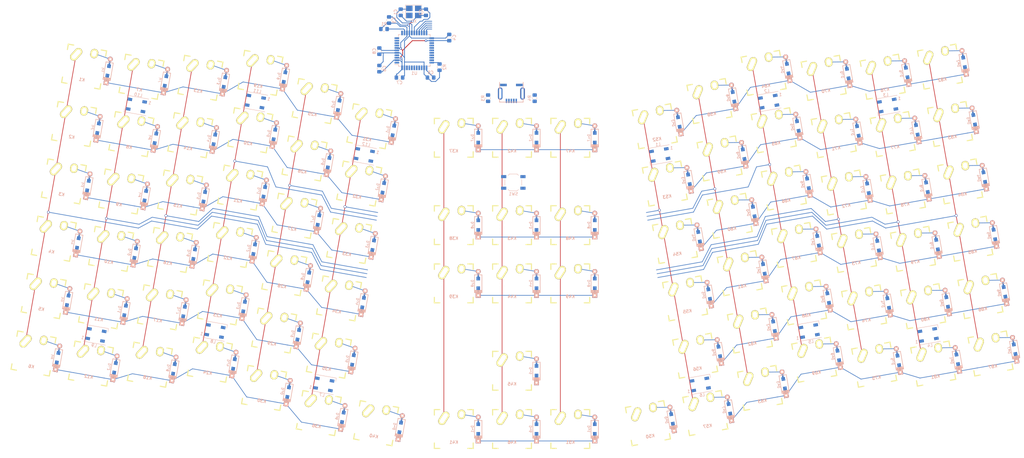
<source format=kicad_pcb>
(kicad_pcb (version 20171130) (host pcbnew 5.0.2)
  (layers (0 F.Cu signal) (31 B.Cu signal) (34 B.Paste user) (35 F.Paste user) (36 B.SilkS user) (37 F.SilkS user) (38 B.Mask user) (39 F.Mask user) (44 Edge.Cuts user))
  (net 0 "")
  (net 1 GND)
  (net 2 "Net-(C1-Pad1)")
  (net 3 "Net-(C2-Pad1)")
  (net 4 VCC)
  (net 5 "Net-(C8-Pad1)")
  (net 6 "Net-(D1-Pad2)")
  (net 7 /row0)
  (net 8 "Net-(D2-Pad2)")
  (net 9 /row1)
  (net 10 "Net-(D3-Pad2)")
  (net 11 /row2)
  (net 12 "Net-(D4-Pad2)")
  (net 13 /row3)
  (net 14 "Net-(D5-Pad2)")
  (net 15 /row4)
  (net 16 "Net-(D6-Pad2)")
  (net 17 /row5)
  (net 18 "Net-(D7-Pad2)")
  (net 19 "Net-(D8-Pad2)")
  (net 20 "Net-(D9-Pad2)")
  (net 21 "Net-(D10-Pad2)")
  (net 22 "Net-(D11-Pad2)")
  (net 23 "Net-(D12-Pad2)")
  (net 24 "Net-(D13-Pad2)")
  (net 25 "Net-(D14-Pad2)")
  (net 26 "Net-(D15-Pad2)")
  (net 27 "Net-(D16-Pad2)")
  (net 28 "Net-(D17-Pad2)")
  (net 29 "Net-(D18-Pad2)")
  (net 30 "Net-(D19-Pad2)")
  (net 31 "Net-(D20-Pad2)")
  (net 32 "Net-(D21-Pad2)")
  (net 33 "Net-(D22-Pad2)")
  (net 34 "Net-(D23-Pad2)")
  (net 35 "Net-(D24-Pad2)")
  (net 36 "Net-(D25-Pad2)")
  (net 37 "Net-(D26-Pad2)")
  (net 38 "Net-(D27-Pad2)")
  (net 39 "Net-(D28-Pad2)")
  (net 40 "Net-(D29-Pad2)")
  (net 41 "Net-(D30-Pad2)")
  (net 42 "Net-(D31-Pad2)")
  (net 43 "Net-(D32-Pad2)")
  (net 44 "Net-(D33-Pad2)")
  (net 45 "Net-(D34-Pad2)")
  (net 46 "Net-(D35-Pad2)")
  (net 47 "Net-(D36-Pad2)")
  (net 48 "Net-(D37-Pad2)")
  (net 49 "Net-(D38-Pad2)")
  (net 50 "Net-(D39-Pad2)")
  (net 51 "Net-(D40-Pad2)")
  (net 52 "Net-(D41-Pad2)")
  (net 53 "Net-(D42-Pad2)")
  (net 54 "Net-(D43-Pad2)")
  (net 55 "Net-(D44-Pad2)")
  (net 56 "Net-(D45-Pad2)")
  (net 57 "Net-(D46-Pad2)")
  (net 58 "Net-(D47-Pad2)")
  (net 59 "Net-(D48-Pad2)")
  (net 60 "Net-(D49-Pad2)")
  (net 61 "Net-(D50-Pad2)")
  (net 62 "Net-(D51-Pad2)")
  (net 63 "Net-(D52-Pad2)")
  (net 64 "Net-(D53-Pad2)")
  (net 65 "Net-(D54-Pad2)")
  (net 66 "Net-(D55-Pad2)")
  (net 67 "Net-(D56-Pad2)")
  (net 68 "Net-(D57-Pad2)")
  (net 69 "Net-(D58-Pad2)")
  (net 70 "Net-(D59-Pad2)")
  (net 71 "Net-(D60-Pad2)")
  (net 72 "Net-(D61-Pad2)")
  (net 73 "Net-(D62-Pad2)")
  (net 74 "Net-(D63-Pad2)")
  (net 75 "Net-(D64-Pad2)")
  (net 76 "Net-(D65-Pad2)")
  (net 77 "Net-(D66-Pad2)")
  (net 78 "Net-(D67-Pad2)")
  (net 79 "Net-(D68-Pad2)")
  (net 80 "Net-(D69-Pad2)")
  (net 81 "Net-(D70-Pad2)")
  (net 82 "Net-(D71-Pad2)")
  (net 83 "Net-(D72-Pad2)")
  (net 84 "Net-(D73-Pad2)")
  (net 85 "Net-(D74-Pad2)")
  (net 86 "Net-(D75-Pad2)")
  (net 87 "Net-(D76-Pad2)")
  (net 88 "Net-(D77-Pad2)")
  (net 89 "Net-(D78-Pad2)")
  (net 90 "Net-(D79-Pad2)")
  (net 91 "Net-(D80-Pad2)")
  (net 92 "Net-(D81-Pad2)")
  (net 93 "Net-(D82-Pad2)")
  (net 94 "Net-(D83-Pad2)")
  (net 95 "Net-(D84-Pad2)")
  (net 96 "Net-(D85-Pad2)")
  (net 97 "Net-(D86-Pad2)")
  (net 98 "Net-(D87-Pad2)")
  (net 99 "Net-(J1-Pad2)")
  (net 100 "Net-(J1-Pad3)")
  (net 101 "Net-(J1-Pad4)")
  (net 102 /col0)
  (net 103 /col1)
  (net 104 /col2)
  (net 105 /col3)
  (net 106 /col4)
  (net 107 /col5)
  (net 108 /col6)
  (net 109 /col7)
  (net 110 /col8)
  (net 111 /col9)
  (net 112 /col10)
  (net 113 /col11)
  (net 114 /col12)
  (net 115 /col13)
  (net 116 "Net-(L1-Pad2)")
  (net 117 /rgb)
  (net 118 "Net-(L2-Pad2)")
  (net 119 "Net-(L3-Pad2)")
  (net 120 "Net-(L4-Pad2)")
  (net 121 "Net-(L5-Pad2)")
  (net 122 "Net-(L6-Pad2)")
  (net 123 "Net-(L7-Pad2)")
  (net 124 "Net-(L8-Pad2)")
  (net 125 "Net-(L10-Pad4)")
  (net 126 "Net-(L10-Pad2)")
  (net 127 "Net-(L11-Pad2)")
  (net 128 "Net-(L12-Pad2)")
  (net 129 "Net-(R1-Pad1)")
  (net 130 "Net-(R2-Pad2)")
  (net 131 "Net-(R3-Pad1)")
  (net 132 "Net-(R4-Pad1)")
  (net 133 "Net-(U1-Pad1)")
  (net 134 /col14)
  (net 135 "Net-(U1-Pad11)")
  (net 136 "Net-(U1-Pad12)")
  (net 137 "Net-(U1-Pad42)")
  (module Capacitor_SMD:C_0805_2012Metric_Pad1.15x1.40mm_HandSolder (layer B.Cu) (at 148.59 7.865 270)
    (fp_text reference C1 (at 0 1.65 270) (layer B.SilkS) (effects (justify mirror)))
    (fp_text value 22p)
    (pad 2 smd roundrect (at 1.025 0 270) (size 1.15 1.4) (layers B.Cu B.Paste B.Mask) (roundrect_rratio 0.217391) (net 1 GND))
    (pad 1 smd roundrect (at -1.025 0 270) (size 1.15 1.4) (layers B.Cu B.Paste B.Mask) (roundrect_rratio 0.217391) (net 2 "Net-(C1-Pad1)"))
  )
  (module Capacitor_SMD:C_0805_2012Metric_Pad1.15x1.40mm_HandSolder (layer B.Cu) (at 156.845 7.865 270)
    (fp_text reference C2 (at 0 1.65 270) (layer B.SilkS) (effects (justify mirror)))
    (fp_text value 22p)
    (pad 1 smd roundrect (at -1.025 0 270) (size 1.15 1.4) (layers B.Cu B.Paste B.Mask) (roundrect_rratio 0.217391) (net 3 "Net-(C2-Pad1)"))
    (pad 2 smd roundrect (at 1.025 0 270) (size 1.15 1.4) (layers B.Cu B.Paste B.Mask) (roundrect_rratio 0.217391) (net 1 GND))
  )
  (module Capacitor_SMD:C_0805_2012Metric_Pad1.15x1.40mm_HandSolder (layer B.Cu) (at 144.78 10.405 90)
    (fp_text reference C3 (at 0 1.65 90) (layer B.SilkS) (effects (justify mirror)))
    (fp_text value 0.1u)
    (pad 2 smd roundrect (at 1.025 0 90) (size 1.15 1.4) (layers B.Cu B.Paste B.Mask) (roundrect_rratio 0.217391) (net 1 GND))
    (pad 1 smd roundrect (at -1.025 0 90) (size 1.15 1.4) (layers B.Cu B.Paste B.Mask) (roundrect_rratio 0.217391) (net 4 VCC))
  )
  (module Capacitor_SMD:C_0805_2012Metric_Pad1.15x1.40mm_HandSolder (layer B.Cu) (at 164.465 16.12 90)
    (fp_text reference C4 (at 0 1.65 90) (layer B.SilkS) (effects (justify mirror)))
    (fp_text value 0.1u)
    (pad 1 smd roundrect (at -1.025 0 90) (size 1.15 1.4) (layers B.Cu B.Paste B.Mask) (roundrect_rratio 0.217391) (net 4 VCC))
    (pad 2 smd roundrect (at 1.025 0 90) (size 1.15 1.4) (layers B.Cu B.Paste B.Mask) (roundrect_rratio 0.217391) (net 1 GND))
  )
  (module Capacitor_SMD:C_0805_2012Metric_Pad1.15x1.40mm_HandSolder (layer B.Cu) (at 158.36 29.21 180)
    (fp_text reference C5 (at 0 1.65 180) (layer B.SilkS) (effects (justify mirror)))
    (fp_text value 0.1u)
    (pad 2 smd roundrect (at 1.025 0 180) (size 1.15 1.4) (layers B.Cu B.Paste B.Mask) (roundrect_rratio 0.217391) (net 1 GND))
    (pad 1 smd roundrect (at -1.025 0 180) (size 1.15 1.4) (layers B.Cu B.Paste B.Mask) (roundrect_rratio 0.217391) (net 4 VCC))
  )
  (module Capacitor_SMD:C_0805_2012Metric_Pad1.15x1.40mm_HandSolder (layer B.Cu) (at 141.605 26.28 90)
    (fp_text reference C6 (at 0 1.65 90) (layer B.SilkS) (effects (justify mirror)))
    (fp_text value 0.1u)
    (pad 1 smd roundrect (at -1.025 0 90) (size 1.15 1.4) (layers B.Cu B.Paste B.Mask) (roundrect_rratio 0.217391) (net 4 VCC))
    (pad 2 smd roundrect (at 1.025 0 90) (size 1.15 1.4) (layers B.Cu B.Paste B.Mask) (roundrect_rratio 0.217391) (net 1 GND))
  )
  (module Capacitor_SMD:C_0805_2012Metric_Pad1.15x1.40mm_HandSolder (layer B.Cu) (at 148.2 29.21)
    (fp_text reference C7 (at 0 1.65) (layer B.SilkS) (effects (justify mirror)))
    (fp_text value 0.1u)
    (pad 2 smd roundrect (at 1.025 0) (size 1.15 1.4) (layers B.Cu B.Paste B.Mask) (roundrect_rratio 0.217391) (net 1 GND))
    (pad 1 smd roundrect (at -1.025 0) (size 1.15 1.4) (layers B.Cu B.Paste B.Mask) (roundrect_rratio 0.217391) (net 4 VCC))
  )
  (module Capacitor_SMD:C_0805_2012Metric_Pad1.15x1.40mm_HandSolder (layer B.Cu) (at 141.605 20.565 270)
    (fp_text reference C8 (at 0 1.65 270) (layer B.SilkS) (effects (justify mirror)))
    (fp_text value 1u)
    (pad 1 smd roundrect (at -1.025 0 270) (size 1.15 1.4) (layers B.Cu B.Paste B.Mask) (roundrect_rratio 0.217391) (net 5 "Net-(C8-Pad1)"))
    (pad 2 smd roundrect (at 1.025 0 270) (size 1.15 1.4) (layers B.Cu B.Paste B.Mask) (roundrect_rratio 0.217391) (net 1 GND))
  )
  (module keyboard_parts:D_SOD123_axial (layer B.Cu) (at 52.932462 27.026185 80)
    (fp_text reference D1 (at 0 -1.925 80) (layer B.SilkS) (effects (font (size 0.8 0.8)) (justify mirror)))
    (fp_text value D hide)
    (pad 2 smd rect (at 1.575 0 80) (size 1.2 1.2) (layers B.Cu B.Paste B.Mask) (net 6 "Net-(D1-Pad2)"))
    (pad 1 smd rect (at -1.575 0 80) (size 1.2 1.2) (layers B.Cu B.Paste B.Mask) (net 7 /row0))
    (pad 1 thru_hole rect (at -3.9 0 80) (size 1.6 1.6) (drill 0.7) (layers *.Cu *.Mask B.SilkS) (net 7 /row0))
    (pad 2 thru_hole circle (at 3.9 0 80) (size 1.6 1.6) (drill 0.7) (layers *.Cu *.Mask B.SilkS) (net 6 "Net-(D1-Pad2)"))
    (pad 1 smd rect (at -2.7 0 80) (size 2.5 0.5) (layers B.Cu) (net 7 /row0))
    (pad 2 smd rect (at 2.7 0 80) (size 2.5 0.5) (layers B.Cu) (net 6 "Net-(D1-Pad2)"))
  )
  (module keyboard_parts:D_SOD123_axial (layer B.Cu) (at 49.624462 45.786185 80)
    (fp_text reference D2 (at 0 -1.925 80) (layer B.SilkS) (effects (font (size 0.8 0.8)) (justify mirror)))
    (fp_text value D hide)
    (pad 2 smd rect (at 1.575 0 80) (size 1.2 1.2) (layers B.Cu B.Paste B.Mask) (net 8 "Net-(D2-Pad2)"))
    (pad 1 smd rect (at -1.575 0 80) (size 1.2 1.2) (layers B.Cu B.Paste B.Mask) (net 9 /row1))
    (pad 1 thru_hole rect (at -3.9 0 80) (size 1.6 1.6) (drill 0.7) (layers *.Cu *.Mask B.SilkS) (net 9 /row1))
    (pad 2 thru_hole circle (at 3.9 0 80) (size 1.6 1.6) (drill 0.7) (layers *.Cu *.Mask B.SilkS) (net 8 "Net-(D2-Pad2)"))
    (pad 1 smd rect (at -2.7 0 80) (size 2.5 0.5) (layers B.Cu) (net 9 /row1))
    (pad 2 smd rect (at 2.7 0 80) (size 2.5 0.5) (layers B.Cu) (net 8 "Net-(D2-Pad2)"))
  )
  (module keyboard_parts:D_SOD123_axial (layer B.Cu) (at 46.316462 64.547185 80)
    (fp_text reference D3 (at 0 -1.925 80) (layer B.SilkS) (effects (font (size 0.8 0.8)) (justify mirror)))
    (fp_text value D hide)
    (pad 2 smd rect (at 2.7 0 80) (size 2.5 0.5) (layers B.Cu) (net 10 "Net-(D3-Pad2)"))
    (pad 1 smd rect (at -2.7 0 80) (size 2.5 0.5) (layers B.Cu) (net 11 /row2))
    (pad 2 thru_hole circle (at 3.9 0 80) (size 1.6 1.6) (drill 0.7) (layers *.Cu *.Mask B.SilkS) (net 10 "Net-(D3-Pad2)"))
    (pad 1 thru_hole rect (at -3.9 0 80) (size 1.6 1.6) (drill 0.7) (layers *.Cu *.Mask B.SilkS) (net 11 /row2))
    (pad 1 smd rect (at -1.575 0 80) (size 1.2 1.2) (layers B.Cu B.Paste B.Mask) (net 11 /row2))
    (pad 2 smd rect (at 1.575 0 80) (size 1.2 1.2) (layers B.Cu B.Paste B.Mask) (net 10 "Net-(D3-Pad2)"))
  )
  (module keyboard_parts:D_SOD123_axial (layer B.Cu) (at 43.008462 83.307185 80)
    (fp_text reference D4 (at 0 -1.925 80) (layer B.SilkS) (effects (font (size 0.8 0.8)) (justify mirror)))
    (fp_text value D hide)
    (pad 2 smd rect (at 1.575 0 80) (size 1.2 1.2) (layers B.Cu B.Paste B.Mask) (net 12 "Net-(D4-Pad2)"))
    (pad 1 smd rect (at -1.575 0 80) (size 1.2 1.2) (layers B.Cu B.Paste B.Mask) (net 13 /row3))
    (pad 1 thru_hole rect (at -3.9 0 80) (size 1.6 1.6) (drill 0.7) (layers *.Cu *.Mask B.SilkS) (net 13 /row3))
    (pad 2 thru_hole circle (at 3.9 0 80) (size 1.6 1.6) (drill 0.7) (layers *.Cu *.Mask B.SilkS) (net 12 "Net-(D4-Pad2)"))
    (pad 1 smd rect (at -2.7 0 80) (size 2.5 0.5) (layers B.Cu) (net 13 /row3))
    (pad 2 smd rect (at 2.7 0 80) (size 2.5 0.5) (layers B.Cu) (net 12 "Net-(D4-Pad2)"))
  )
  (module keyboard_parts:D_SOD123_axial (layer B.Cu) (at 39.700462 102.068185 80)
    (fp_text reference D5 (at 0 -1.925 80) (layer B.SilkS) (effects (font (size 0.8 0.8)) (justify mirror)))
    (fp_text value D hide)
    (pad 2 smd rect (at 2.7 0 80) (size 2.5 0.5) (layers B.Cu) (net 14 "Net-(D5-Pad2)"))
    (pad 1 smd rect (at -2.7 0 80) (size 2.5 0.5) (layers B.Cu) (net 15 /row4))
    (pad 2 thru_hole circle (at 3.9 0 80) (size 1.6 1.6) (drill 0.7) (layers *.Cu *.Mask B.SilkS) (net 14 "Net-(D5-Pad2)"))
    (pad 1 thru_hole rect (at -3.9 0 80) (size 1.6 1.6) (drill 0.7) (layers *.Cu *.Mask B.SilkS) (net 15 /row4))
    (pad 1 smd rect (at -1.575 0 80) (size 1.2 1.2) (layers B.Cu B.Paste B.Mask) (net 15 /row4))
    (pad 2 smd rect (at 1.575 0 80) (size 1.2 1.2) (layers B.Cu B.Paste B.Mask) (net 14 "Net-(D5-Pad2)"))
  )
  (module keyboard_parts:D_SOD123_axial (layer B.Cu) (at 36.392462 120.828185 80)
    (fp_text reference D6 (at 0 -1.925 80) (layer B.SilkS) (effects (font (size 0.8 0.8)) (justify mirror)))
    (fp_text value D hide)
    (pad 2 smd rect (at 1.575 0 80) (size 1.2 1.2) (layers B.Cu B.Paste B.Mask) (net 16 "Net-(D6-Pad2)"))
    (pad 1 smd rect (at -1.575 0 80) (size 1.2 1.2) (layers B.Cu B.Paste B.Mask) (net 17 /row5))
    (pad 1 thru_hole rect (at -3.9 0 80) (size 1.6 1.6) (drill 0.7) (layers *.Cu *.Mask B.SilkS) (net 17 /row5))
    (pad 2 thru_hole circle (at 3.9 0 80) (size 1.6 1.6) (drill 0.7) (layers *.Cu *.Mask B.SilkS) (net 16 "Net-(D6-Pad2)"))
    (pad 1 smd rect (at -2.7 0 80) (size 2.5 0.5) (layers B.Cu) (net 17 /row5))
    (pad 2 smd rect (at 2.7 0 80) (size 2.5 0.5) (layers B.Cu) (net 16 "Net-(D6-Pad2)"))
  )
  (module keyboard_parts:D_SOD123_axial (layer B.Cu) (at 71.693462 30.334185 80)
    (fp_text reference D7 (at 0 -1.925 80) (layer B.SilkS) (effects (font (size 0.8 0.8)) (justify mirror)))
    (fp_text value D hide)
    (pad 2 smd rect (at 2.7 0 80) (size 2.5 0.5) (layers B.Cu) (net 18 "Net-(D7-Pad2)"))
    (pad 1 smd rect (at -2.7 0 80) (size 2.5 0.5) (layers B.Cu) (net 7 /row0))
    (pad 2 thru_hole circle (at 3.9 0 80) (size 1.6 1.6) (drill 0.7) (layers *.Cu *.Mask B.SilkS) (net 18 "Net-(D7-Pad2)"))
    (pad 1 thru_hole rect (at -3.9 0 80) (size 1.6 1.6) (drill 0.7) (layers *.Cu *.Mask B.SilkS) (net 7 /row0))
    (pad 1 smd rect (at -1.575 0 80) (size 1.2 1.2) (layers B.Cu B.Paste B.Mask) (net 7 /row0))
    (pad 2 smd rect (at 1.575 0 80) (size 1.2 1.2) (layers B.Cu B.Paste B.Mask) (net 18 "Net-(D7-Pad2)"))
  )
  (module keyboard_parts:D_SOD123_axial (layer B.Cu) (at 68.385462 49.094185 80)
    (fp_text reference D8 (at 0 -1.925 80) (layer B.SilkS) (effects (font (size 0.8 0.8)) (justify mirror)))
    (fp_text value D hide)
    (pad 2 smd rect (at 2.7 0 80) (size 2.5 0.5) (layers B.Cu) (net 19 "Net-(D8-Pad2)"))
    (pad 1 smd rect (at -2.7 0 80) (size 2.5 0.5) (layers B.Cu) (net 9 /row1))
    (pad 2 thru_hole circle (at 3.9 0 80) (size 1.6 1.6) (drill 0.7) (layers *.Cu *.Mask B.SilkS) (net 19 "Net-(D8-Pad2)"))
    (pad 1 thru_hole rect (at -3.9 0 80) (size 1.6 1.6) (drill 0.7) (layers *.Cu *.Mask B.SilkS) (net 9 /row1))
    (pad 1 smd rect (at -1.575 0 80) (size 1.2 1.2) (layers B.Cu B.Paste B.Mask) (net 9 /row1))
    (pad 2 smd rect (at 1.575 0 80) (size 1.2 1.2) (layers B.Cu B.Paste B.Mask) (net 19 "Net-(D8-Pad2)"))
  )
  (module keyboard_parts:D_SOD123_axial (layer B.Cu) (at 65.077462 67.855185 80)
    (fp_text reference D9 (at 0 -1.925 80) (layer B.SilkS) (effects (font (size 0.8 0.8)) (justify mirror)))
    (fp_text value D hide)
    (pad 2 smd rect (at 1.575 0 80) (size 1.2 1.2) (layers B.Cu B.Paste B.Mask) (net 20 "Net-(D9-Pad2)"))
    (pad 1 smd rect (at -1.575 0 80) (size 1.2 1.2) (layers B.Cu B.Paste B.Mask) (net 11 /row2))
    (pad 1 thru_hole rect (at -3.9 0 80) (size 1.6 1.6) (drill 0.7) (layers *.Cu *.Mask B.SilkS) (net 11 /row2))
    (pad 2 thru_hole circle (at 3.9 0 80) (size 1.6 1.6) (drill 0.7) (layers *.Cu *.Mask B.SilkS) (net 20 "Net-(D9-Pad2)"))
    (pad 1 smd rect (at -2.7 0 80) (size 2.5 0.5) (layers B.Cu) (net 11 /row2))
    (pad 2 smd rect (at 2.7 0 80) (size 2.5 0.5) (layers B.Cu) (net 20 "Net-(D9-Pad2)"))
  )
  (module keyboard_parts:D_SOD123_axial (layer B.Cu) (at 61.769462 86.615185 80)
    (fp_text reference D10 (at 0 -1.925 80) (layer B.SilkS) (effects (font (size 0.8 0.8)) (justify mirror)))
    (fp_text value D hide)
    (pad 2 smd rect (at 2.7 0 80) (size 2.5 0.5) (layers B.Cu) (net 21 "Net-(D10-Pad2)"))
    (pad 1 smd rect (at -2.7 0 80) (size 2.5 0.5) (layers B.Cu) (net 13 /row3))
    (pad 2 thru_hole circle (at 3.9 0 80) (size 1.6 1.6) (drill 0.7) (layers *.Cu *.Mask B.SilkS) (net 21 "Net-(D10-Pad2)"))
    (pad 1 thru_hole rect (at -3.9 0 80) (size 1.6 1.6) (drill 0.7) (layers *.Cu *.Mask B.SilkS) (net 13 /row3))
    (pad 1 smd rect (at -1.575 0 80) (size 1.2 1.2) (layers B.Cu B.Paste B.Mask) (net 13 /row3))
    (pad 2 smd rect (at 1.575 0 80) (size 1.2 1.2) (layers B.Cu B.Paste B.Mask) (net 21 "Net-(D10-Pad2)"))
  )
  (module keyboard_parts:D_SOD123_axial (layer B.Cu) (at 58.461462 105.376185 80)
    (fp_text reference D11 (at 0 -1.925 80) (layer B.SilkS) (effects (font (size 0.8 0.8)) (justify mirror)))
    (fp_text value D hide)
    (pad 2 smd rect (at 1.575 0 80) (size 1.2 1.2) (layers B.Cu B.Paste B.Mask) (net 22 "Net-(D11-Pad2)"))
    (pad 1 smd rect (at -1.575 0 80) (size 1.2 1.2) (layers B.Cu B.Paste B.Mask) (net 15 /row4))
    (pad 1 thru_hole rect (at -3.9 0 80) (size 1.6 1.6) (drill 0.7) (layers *.Cu *.Mask B.SilkS) (net 15 /row4))
    (pad 2 thru_hole circle (at 3.9 0 80) (size 1.6 1.6) (drill 0.7) (layers *.Cu *.Mask B.SilkS) (net 22 "Net-(D11-Pad2)"))
    (pad 1 smd rect (at -2.7 0 80) (size 2.5 0.5) (layers B.Cu) (net 15 /row4))
    (pad 2 smd rect (at 2.7 0 80) (size 2.5 0.5) (layers B.Cu) (net 22 "Net-(D11-Pad2)"))
  )
  (module keyboard_parts:D_SOD123_axial (layer B.Cu) (at 55.153462 124.136185 80)
    (fp_text reference D12 (at 0 -1.925 80) (layer B.SilkS) (effects (font (size 0.8 0.8)) (justify mirror)))
    (fp_text value D hide)
    (pad 2 smd rect (at 1.575 0 80) (size 1.2 1.2) (layers B.Cu B.Paste B.Mask) (net 23 "Net-(D12-Pad2)"))
    (pad 1 smd rect (at -1.575 0 80) (size 1.2 1.2) (layers B.Cu B.Paste B.Mask) (net 17 /row5))
    (pad 1 thru_hole rect (at -3.9 0 80) (size 1.6 1.6) (drill 0.7) (layers *.Cu *.Mask B.SilkS) (net 17 /row5))
    (pad 2 thru_hole circle (at 3.9 0 80) (size 1.6 1.6) (drill 0.7) (layers *.Cu *.Mask B.SilkS) (net 23 "Net-(D12-Pad2)"))
    (pad 1 smd rect (at -2.7 0 80) (size 2.5 0.5) (layers B.Cu) (net 17 /row5))
    (pad 2 smd rect (at 2.7 0 80) (size 2.5 0.5) (layers B.Cu) (net 23 "Net-(D12-Pad2)"))
  )
  (module keyboard_parts:D_SOD123_axial (layer B.Cu) (at 90.974462 30.687185 80)
    (fp_text reference D13 (at 0 -1.925 80) (layer B.SilkS) (effects (font (size 0.8 0.8)) (justify mirror)))
    (fp_text value D hide)
    (pad 2 smd rect (at 2.7 0 80) (size 2.5 0.5) (layers B.Cu) (net 24 "Net-(D13-Pad2)"))
    (pad 1 smd rect (at -2.7 0 80) (size 2.5 0.5) (layers B.Cu) (net 7 /row0))
    (pad 2 thru_hole circle (at 3.9 0 80) (size 1.6 1.6) (drill 0.7) (layers *.Cu *.Mask B.SilkS) (net 24 "Net-(D13-Pad2)"))
    (pad 1 thru_hole rect (at -3.9 0 80) (size 1.6 1.6) (drill 0.7) (layers *.Cu *.Mask B.SilkS) (net 7 /row0))
    (pad 1 smd rect (at -1.575 0 80) (size 1.2 1.2) (layers B.Cu B.Paste B.Mask) (net 7 /row0))
    (pad 2 smd rect (at 1.575 0 80) (size 1.2 1.2) (layers B.Cu B.Paste B.Mask) (net 24 "Net-(D13-Pad2)"))
  )
  (module keyboard_parts:D_SOD123_axial (layer B.Cu) (at 87.666462 49.448185 80)
    (fp_text reference D14 (at 0 -1.925 80) (layer B.SilkS) (effects (font (size 0.8 0.8)) (justify mirror)))
    (fp_text value D hide)
    (pad 2 smd rect (at 2.7 0 80) (size 2.5 0.5) (layers B.Cu) (net 25 "Net-(D14-Pad2)"))
    (pad 1 smd rect (at -2.7 0 80) (size 2.5 0.5) (layers B.Cu) (net 9 /row1))
    (pad 2 thru_hole circle (at 3.9 0 80) (size 1.6 1.6) (drill 0.7) (layers *.Cu *.Mask B.SilkS) (net 25 "Net-(D14-Pad2)"))
    (pad 1 thru_hole rect (at -3.9 0 80) (size 1.6 1.6) (drill 0.7) (layers *.Cu *.Mask B.SilkS) (net 9 /row1))
    (pad 1 smd rect (at -1.575 0 80) (size 1.2 1.2) (layers B.Cu B.Paste B.Mask) (net 9 /row1))
    (pad 2 smd rect (at 1.575 0 80) (size 1.2 1.2) (layers B.Cu B.Paste B.Mask) (net 25 "Net-(D14-Pad2)"))
  )
  (module keyboard_parts:D_SOD123_axial (layer B.Cu) (at 84.358462 68.208185 80)
    (fp_text reference D15 (at 0 -1.925 80) (layer B.SilkS) (effects (font (size 0.8 0.8)) (justify mirror)))
    (fp_text value D hide)
    (pad 2 smd rect (at 1.575 0 80) (size 1.2 1.2) (layers B.Cu B.Paste B.Mask) (net 26 "Net-(D15-Pad2)"))
    (pad 1 smd rect (at -1.575 0 80) (size 1.2 1.2) (layers B.Cu B.Paste B.Mask) (net 11 /row2))
    (pad 1 thru_hole rect (at -3.9 0 80) (size 1.6 1.6) (drill 0.7) (layers *.Cu *.Mask B.SilkS) (net 11 /row2))
    (pad 2 thru_hole circle (at 3.9 0 80) (size 1.6 1.6) (drill 0.7) (layers *.Cu *.Mask B.SilkS) (net 26 "Net-(D15-Pad2)"))
    (pad 1 smd rect (at -2.7 0 80) (size 2.5 0.5) (layers B.Cu) (net 11 /row2))
    (pad 2 smd rect (at 2.7 0 80) (size 2.5 0.5) (layers B.Cu) (net 26 "Net-(D15-Pad2)"))
  )
  (module keyboard_parts:D_SOD123_axial (layer B.Cu) (at 81.050462 86.969185 80)
    (fp_text reference D16 (at 0 -1.925 80) (layer B.SilkS) (effects (font (size 0.8 0.8)) (justify mirror)))
    (fp_text value D hide)
    (pad 2 smd rect (at 2.7 0 80) (size 2.5 0.5) (layers B.Cu) (net 27 "Net-(D16-Pad2)"))
    (pad 1 smd rect (at -2.7 0 80) (size 2.5 0.5) (layers B.Cu) (net 13 /row3))
    (pad 2 thru_hole circle (at 3.9 0 80) (size 1.6 1.6) (drill 0.7) (layers *.Cu *.Mask B.SilkS) (net 27 "Net-(D16-Pad2)"))
    (pad 1 thru_hole rect (at -3.9 0 80) (size 1.6 1.6) (drill 0.7) (layers *.Cu *.Mask B.SilkS) (net 13 /row3))
    (pad 1 smd rect (at -1.575 0 80) (size 1.2 1.2) (layers B.Cu B.Paste B.Mask) (net 13 /row3))
    (pad 2 smd rect (at 1.575 0 80) (size 1.2 1.2) (layers B.Cu B.Paste B.Mask) (net 27 "Net-(D16-Pad2)"))
  )
  (module keyboard_parts:D_SOD123_axial (layer B.Cu) (at 77.742462 105.729185 80)
    (fp_text reference D17 (at 0 -1.925 80) (layer B.SilkS) (effects (font (size 0.8 0.8)) (justify mirror)))
    (fp_text value D hide)
    (pad 2 smd rect (at 1.575 0 80) (size 1.2 1.2) (layers B.Cu B.Paste B.Mask) (net 28 "Net-(D17-Pad2)"))
    (pad 1 smd rect (at -1.575 0 80) (size 1.2 1.2) (layers B.Cu B.Paste B.Mask) (net 15 /row4))
    (pad 1 thru_hole rect (at -3.9 0 80) (size 1.6 1.6) (drill 0.7) (layers *.Cu *.Mask B.SilkS) (net 15 /row4))
    (pad 2 thru_hole circle (at 3.9 0 80) (size 1.6 1.6) (drill 0.7) (layers *.Cu *.Mask B.SilkS) (net 28 "Net-(D17-Pad2)"))
    (pad 1 smd rect (at -2.7 0 80) (size 2.5 0.5) (layers B.Cu) (net 15 /row4))
    (pad 2 smd rect (at 2.7 0 80) (size 2.5 0.5) (layers B.Cu) (net 28 "Net-(D17-Pad2)"))
  )
  (module keyboard_parts:D_SOD123_axial (layer B.Cu) (at 74.434462 124.490185 80)
    (fp_text reference D18 (at 0 -1.925 80) (layer B.SilkS) (effects (font (size 0.8 0.8)) (justify mirror)))
    (fp_text value D hide)
    (pad 2 smd rect (at 1.575 0 80) (size 1.2 1.2) (layers B.Cu B.Paste B.Mask) (net 29 "Net-(D18-Pad2)"))
    (pad 1 smd rect (at -1.575 0 80) (size 1.2 1.2) (layers B.Cu B.Paste B.Mask) (net 17 /row5))
    (pad 1 thru_hole rect (at -3.9 0 80) (size 1.6 1.6) (drill 0.7) (layers *.Cu *.Mask B.SilkS) (net 17 /row5))
    (pad 2 thru_hole circle (at 3.9 0 80) (size 1.6 1.6) (drill 0.7) (layers *.Cu *.Mask B.SilkS) (net 29 "Net-(D18-Pad2)"))
    (pad 1 smd rect (at -2.7 0 80) (size 2.5 0.5) (layers B.Cu) (net 17 /row5))
    (pad 2 smd rect (at 2.7 0 80) (size 2.5 0.5) (layers B.Cu) (net 29 "Net-(D18-Pad2)"))
  )
  (module keyboard_parts:D_SOD123_axial (layer B.Cu) (at 110.603462 29.071185 80)
    (fp_text reference D19 (at 0 -1.925 80) (layer B.SilkS) (effects (font (size 0.8 0.8)) (justify mirror)))
    (fp_text value D hide)
    (pad 2 smd rect (at 2.7 0 80) (size 2.5 0.5) (layers B.Cu) (net 30 "Net-(D19-Pad2)"))
    (pad 1 smd rect (at -2.7 0 80) (size 2.5 0.5) (layers B.Cu) (net 7 /row0))
    (pad 2 thru_hole circle (at 3.9 0 80) (size 1.6 1.6) (drill 0.7) (layers *.Cu *.Mask B.SilkS) (net 30 "Net-(D19-Pad2)"))
    (pad 1 thru_hole rect (at -3.9 0 80) (size 1.6 1.6) (drill 0.7) (layers *.Cu *.Mask B.SilkS) (net 7 /row0))
    (pad 1 smd rect (at -1.575 0 80) (size 1.2 1.2) (layers B.Cu B.Paste B.Mask) (net 7 /row0))
    (pad 2 smd rect (at 1.575 0 80) (size 1.2 1.2) (layers B.Cu B.Paste B.Mask) (net 30 "Net-(D19-Pad2)"))
  )
  (module keyboard_parts:D_SOD123_axial (layer B.Cu) (at 107.295462 47.832185 80)
    (fp_text reference D20 (at 0 -1.925 80) (layer B.SilkS) (effects (font (size 0.8 0.8)) (justify mirror)))
    (fp_text value D hide)
    (pad 2 smd rect (at 1.575 0 80) (size 1.2 1.2) (layers B.Cu B.Paste B.Mask) (net 31 "Net-(D20-Pad2)"))
    (pad 1 smd rect (at -1.575 0 80) (size 1.2 1.2) (layers B.Cu B.Paste B.Mask) (net 9 /row1))
    (pad 1 thru_hole rect (at -3.9 0 80) (size 1.6 1.6) (drill 0.7) (layers *.Cu *.Mask B.SilkS) (net 9 /row1))
    (pad 2 thru_hole circle (at 3.9 0 80) (size 1.6 1.6) (drill 0.7) (layers *.Cu *.Mask B.SilkS) (net 31 "Net-(D20-Pad2)"))
    (pad 1 smd rect (at -2.7 0 80) (size 2.5 0.5) (layers B.Cu) (net 9 /row1))
    (pad 2 smd rect (at 2.7 0 80) (size 2.5 0.5) (layers B.Cu) (net 31 "Net-(D20-Pad2)"))
  )
  (module keyboard_parts:D_SOD123_axial (layer B.Cu) (at 103.987462 66.592185 80)
    (fp_text reference D21 (at 0 -1.925 80) (layer B.SilkS) (effects (font (size 0.8 0.8)) (justify mirror)))
    (fp_text value D hide)
    (pad 2 smd rect (at 2.7 0 80) (size 2.5 0.5) (layers B.Cu) (net 32 "Net-(D21-Pad2)"))
    (pad 1 smd rect (at -2.7 0 80) (size 2.5 0.5) (layers B.Cu) (net 11 /row2))
    (pad 2 thru_hole circle (at 3.9 0 80) (size 1.6 1.6) (drill 0.7) (layers *.Cu *.Mask B.SilkS) (net 32 "Net-(D21-Pad2)"))
    (pad 1 thru_hole rect (at -3.9 0 80) (size 1.6 1.6) (drill 0.7) (layers *.Cu *.Mask B.SilkS) (net 11 /row2))
    (pad 1 smd rect (at -1.575 0 80) (size 1.2 1.2) (layers B.Cu B.Paste B.Mask) (net 11 /row2))
    (pad 2 smd rect (at 1.575 0 80) (size 1.2 1.2) (layers B.Cu B.Paste B.Mask) (net 32 "Net-(D21-Pad2)"))
  )
  (module keyboard_parts:D_SOD123_axial (layer B.Cu) (at 100.679462 85.353185 80)
    (fp_text reference D22 (at 0 -1.925 80) (layer B.SilkS) (effects (font (size 0.8 0.8)) (justify mirror)))
    (fp_text value D hide)
    (pad 2 smd rect (at 1.575 0 80) (size 1.2 1.2) (layers B.Cu B.Paste B.Mask) (net 33 "Net-(D22-Pad2)"))
    (pad 1 smd rect (at -1.575 0 80) (size 1.2 1.2) (layers B.Cu B.Paste B.Mask) (net 13 /row3))
    (pad 1 thru_hole rect (at -3.9 0 80) (size 1.6 1.6) (drill 0.7) (layers *.Cu *.Mask B.SilkS) (net 13 /row3))
    (pad 2 thru_hole circle (at 3.9 0 80) (size 1.6 1.6) (drill 0.7) (layers *.Cu *.Mask B.SilkS) (net 33 "Net-(D22-Pad2)"))
    (pad 1 smd rect (at -2.7 0 80) (size 2.5 0.5) (layers B.Cu) (net 13 /row3))
    (pad 2 smd rect (at 2.7 0 80) (size 2.5 0.5) (layers B.Cu) (net 33 "Net-(D22-Pad2)"))
  )
  (module keyboard_parts:D_SOD123_axial (layer B.Cu) (at 97.371462 104.113185 80)
    (fp_text reference D23 (at 0 -1.925 80) (layer B.SilkS) (effects (font (size 0.8 0.8)) (justify mirror)))
    (fp_text value D hide)
    (pad 2 smd rect (at 2.7 0 80) (size 2.5 0.5) (layers B.Cu) (net 34 "Net-(D23-Pad2)"))
    (pad 1 smd rect (at -2.7 0 80) (size 2.5 0.5) (layers B.Cu) (net 15 /row4))
    (pad 2 thru_hole circle (at 3.9 0 80) (size 1.6 1.6) (drill 0.7) (layers *.Cu *.Mask B.SilkS) (net 34 "Net-(D23-Pad2)"))
    (pad 1 thru_hole rect (at -3.9 0 80) (size 1.6 1.6) (drill 0.7) (layers *.Cu *.Mask B.SilkS) (net 15 /row4))
    (pad 1 smd rect (at -1.575 0 80) (size 1.2 1.2) (layers B.Cu B.Paste B.Mask) (net 15 /row4))
    (pad 2 smd rect (at 1.575 0 80) (size 1.2 1.2) (layers B.Cu B.Paste B.Mask) (net 34 "Net-(D23-Pad2)"))
  )
  (module keyboard_parts:D_SOD123_axial (layer B.Cu) (at 94.063462 122.874185 80)
    (fp_text reference D24 (at 0 -1.925 80) (layer B.SilkS) (effects (font (size 0.8 0.8)) (justify mirror)))
    (fp_text value D hide)
    (pad 2 smd rect (at 2.7 0 80) (size 2.5 0.5) (layers B.Cu) (net 35 "Net-(D24-Pad2)"))
    (pad 1 smd rect (at -2.7 0 80) (size 2.5 0.5) (layers B.Cu) (net 17 /row5))
    (pad 2 thru_hole circle (at 3.9 0 80) (size 1.6 1.6) (drill 0.7) (layers *.Cu *.Mask B.SilkS) (net 35 "Net-(D24-Pad2)"))
    (pad 1 thru_hole rect (at -3.9 0 80) (size 1.6 1.6) (drill 0.7) (layers *.Cu *.Mask B.SilkS) (net 17 /row5))
    (pad 1 smd rect (at -1.575 0 80) (size 1.2 1.2) (layers B.Cu B.Paste B.Mask) (net 17 /row5))
    (pad 2 smd rect (at 1.575 0 80) (size 1.2 1.2) (layers B.Cu B.Paste B.Mask) (net 35 "Net-(D24-Pad2)"))
  )
  (module keyboard_parts:D_SOD123_axial (layer B.Cu) (at 128.322462 38.288185 80)
    (fp_text reference D25 (at 0 -1.925 80) (layer B.SilkS) (effects (font (size 0.8 0.8)) (justify mirror)))
    (fp_text value D hide)
    (pad 2 smd rect (at 1.575 0 80) (size 1.2 1.2) (layers B.Cu B.Paste B.Mask) (net 36 "Net-(D25-Pad2)"))
    (pad 1 smd rect (at -1.575 0 80) (size 1.2 1.2) (layers B.Cu B.Paste B.Mask) (net 7 /row0))
    (pad 1 thru_hole rect (at -3.9 0 80) (size 1.6 1.6) (drill 0.7) (layers *.Cu *.Mask B.SilkS) (net 7 /row0))
    (pad 2 thru_hole circle (at 3.9 0 80) (size 1.6 1.6) (drill 0.7) (layers *.Cu *.Mask B.SilkS) (net 36 "Net-(D25-Pad2)"))
    (pad 1 smd rect (at -2.7 0 80) (size 2.5 0.5) (layers B.Cu) (net 7 /row0))
    (pad 2 smd rect (at 2.7 0 80) (size 2.5 0.5) (layers B.Cu) (net 36 "Net-(D25-Pad2)"))
  )
  (module keyboard_parts:D_SOD123_axial (layer B.Cu) (at 125.014462 57.049185 80)
    (fp_text reference D26 (at 0 -1.925 80) (layer B.SilkS) (effects (font (size 0.8 0.8)) (justify mirror)))
    (fp_text value D hide)
    (pad 2 smd rect (at 1.575 0 80) (size 1.2 1.2) (layers B.Cu B.Paste B.Mask) (net 37 "Net-(D26-Pad2)"))
    (pad 1 smd rect (at -1.575 0 80) (size 1.2 1.2) (layers B.Cu B.Paste B.Mask) (net 9 /row1))
    (pad 1 thru_hole rect (at -3.9 0 80) (size 1.6 1.6) (drill 0.7) (layers *.Cu *.Mask B.SilkS) (net 9 /row1))
    (pad 2 thru_hole circle (at 3.9 0 80) (size 1.6 1.6) (drill 0.7) (layers *.Cu *.Mask B.SilkS) (net 37 "Net-(D26-Pad2)"))
    (pad 1 smd rect (at -2.7 0 80) (size 2.5 0.5) (layers B.Cu) (net 9 /row1))
    (pad 2 smd rect (at 2.7 0 80) (size 2.5 0.5) (layers B.Cu) (net 37 "Net-(D26-Pad2)"))
  )
  (module keyboard_parts:D_SOD123_axial (layer B.Cu) (at 121.706462 75.809185 80)
    (fp_text reference D27 (at 0 -1.925 80) (layer B.SilkS) (effects (font (size 0.8 0.8)) (justify mirror)))
    (fp_text value D hide)
    (pad 2 smd rect (at 2.7 0 80) (size 2.5 0.5) (layers B.Cu) (net 38 "Net-(D27-Pad2)"))
    (pad 1 smd rect (at -2.7 0 80) (size 2.5 0.5) (layers B.Cu) (net 11 /row2))
    (pad 2 thru_hole circle (at 3.9 0 80) (size 1.6 1.6) (drill 0.7) (layers *.Cu *.Mask B.SilkS) (net 38 "Net-(D27-Pad2)"))
    (pad 1 thru_hole rect (at -3.9 0 80) (size 1.6 1.6) (drill 0.7) (layers *.Cu *.Mask B.SilkS) (net 11 /row2))
    (pad 1 smd rect (at -1.575 0 80) (size 1.2 1.2) (layers B.Cu B.Paste B.Mask) (net 11 /row2))
    (pad 2 smd rect (at 1.575 0 80) (size 1.2 1.2) (layers B.Cu B.Paste B.Mask) (net 38 "Net-(D27-Pad2)"))
  )
  (module keyboard_parts:D_SOD123_axial (layer B.Cu) (at 118.398462 94.570185 80)
    (fp_text reference D28 (at 0 -1.925 80) (layer B.SilkS) (effects (font (size 0.8 0.8)) (justify mirror)))
    (fp_text value D hide)
    (pad 2 smd rect (at 1.575 0 80) (size 1.2 1.2) (layers B.Cu B.Paste B.Mask) (net 39 "Net-(D28-Pad2)"))
    (pad 1 smd rect (at -1.575 0 80) (size 1.2 1.2) (layers B.Cu B.Paste B.Mask) (net 13 /row3))
    (pad 1 thru_hole rect (at -3.9 0 80) (size 1.6 1.6) (drill 0.7) (layers *.Cu *.Mask B.SilkS) (net 13 /row3))
    (pad 2 thru_hole circle (at 3.9 0 80) (size 1.6 1.6) (drill 0.7) (layers *.Cu *.Mask B.SilkS) (net 39 "Net-(D28-Pad2)"))
    (pad 1 smd rect (at -2.7 0 80) (size 2.5 0.5) (layers B.Cu) (net 13 /row3))
    (pad 2 smd rect (at 2.7 0 80) (size 2.5 0.5) (layers B.Cu) (net 39 "Net-(D28-Pad2)"))
  )
  (module keyboard_parts:D_SOD123_axial (layer B.Cu) (at 115.090462 113.330185 80)
    (fp_text reference D29 (at 0 -1.925 80) (layer B.SilkS) (effects (font (size 0.8 0.8)) (justify mirror)))
    (fp_text value D hide)
    (pad 2 smd rect (at 2.7 0 80) (size 2.5 0.5) (layers B.Cu) (net 40 "Net-(D29-Pad2)"))
    (pad 1 smd rect (at -2.7 0 80) (size 2.5 0.5) (layers B.Cu) (net 15 /row4))
    (pad 2 thru_hole circle (at 3.9 0 80) (size 1.6 1.6) (drill 0.7) (layers *.Cu *.Mask B.SilkS) (net 40 "Net-(D29-Pad2)"))
    (pad 1 thru_hole rect (at -3.9 0 80) (size 1.6 1.6) (drill 0.7) (layers *.Cu *.Mask B.SilkS) (net 15 /row4))
    (pad 1 smd rect (at -1.575 0 80) (size 1.2 1.2) (layers B.Cu B.Paste B.Mask) (net 15 /row4))
    (pad 2 smd rect (at 1.575 0 80) (size 1.2 1.2) (layers B.Cu B.Paste B.Mask) (net 40 "Net-(D29-Pad2)"))
  )
  (module keyboard_parts:D_SOD123_axial (layer B.Cu) (at 111.782462 132.091185 80)
    (fp_text reference D30 (at 0 -1.925 80) (layer B.SilkS) (effects (font (size 0.8 0.8)) (justify mirror)))
    (fp_text value D hide)
    (pad 2 smd rect (at 1.575 0 80) (size 1.2 1.2) (layers B.Cu B.Paste B.Mask) (net 41 "Net-(D30-Pad2)"))
    (pad 1 smd rect (at -1.575 0 80) (size 1.2 1.2) (layers B.Cu B.Paste B.Mask) (net 17 /row5))
    (pad 1 thru_hole rect (at -3.9 0 80) (size 1.6 1.6) (drill 0.7) (layers *.Cu *.Mask B.SilkS) (net 17 /row5))
    (pad 2 thru_hole circle (at 3.9 0 80) (size 1.6 1.6) (drill 0.7) (layers *.Cu *.Mask B.SilkS) (net 41 "Net-(D30-Pad2)"))
    (pad 1 smd rect (at -2.7 0 80) (size 2.5 0.5) (layers B.Cu) (net 17 /row5))
    (pad 2 smd rect (at 2.7 0 80) (size 2.5 0.5) (layers B.Cu) (net 41 "Net-(D30-Pad2)"))
  )
  (module keyboard_parts:D_SOD123_axial (layer B.Cu) (at 146.214462 46.520185 80)
    (fp_text reference D31 (at 0 -1.925 80) (layer B.SilkS) (effects (font (size 0.8 0.8)) (justify mirror)))
    (fp_text value D hide)
    (pad 2 smd rect (at 1.575 0 80) (size 1.2 1.2) (layers B.Cu B.Paste B.Mask) (net 42 "Net-(D31-Pad2)"))
    (pad 1 smd rect (at -1.575 0 80) (size 1.2 1.2) (layers B.Cu B.Paste B.Mask) (net 7 /row0))
    (pad 1 thru_hole rect (at -3.9 0 80) (size 1.6 1.6) (drill 0.7) (layers *.Cu *.Mask B.SilkS) (net 7 /row0))
    (pad 2 thru_hole circle (at 3.9 0 80) (size 1.6 1.6) (drill 0.7) (layers *.Cu *.Mask B.SilkS) (net 42 "Net-(D31-Pad2)"))
    (pad 1 smd rect (at -2.7 0 80) (size 2.5 0.5) (layers B.Cu) (net 7 /row0))
    (pad 2 smd rect (at 2.7 0 80) (size 2.5 0.5) (layers B.Cu) (net 42 "Net-(D31-Pad2)"))
  )
  (module keyboard_parts:D_SOD123_axial (layer B.Cu) (at 142.906462 65.281185 80)
    (fp_text reference D32 (at 0 -1.925 80) (layer B.SilkS) (effects (font (size 0.8 0.8)) (justify mirror)))
    (fp_text value D hide)
    (pad 2 smd rect (at 2.7 0 80) (size 2.5 0.5) (layers B.Cu) (net 43 "Net-(D32-Pad2)"))
    (pad 1 smd rect (at -2.7 0 80) (size 2.5 0.5) (layers B.Cu) (net 9 /row1))
    (pad 2 thru_hole circle (at 3.9 0 80) (size 1.6 1.6) (drill 0.7) (layers *.Cu *.Mask B.SilkS) (net 43 "Net-(D32-Pad2)"))
    (pad 1 thru_hole rect (at -3.9 0 80) (size 1.6 1.6) (drill 0.7) (layers *.Cu *.Mask B.SilkS) (net 9 /row1))
    (pad 1 smd rect (at -1.575 0 80) (size 1.2 1.2) (layers B.Cu B.Paste B.Mask) (net 9 /row1))
    (pad 2 smd rect (at 1.575 0 80) (size 1.2 1.2) (layers B.Cu B.Paste B.Mask) (net 43 "Net-(D32-Pad2)"))
  )
  (module keyboard_parts:D_SOD123_axial (layer B.Cu) (at 139.598462 84.041185 80)
    (fp_text reference D33 (at 0 -1.925 80) (layer B.SilkS) (effects (font (size 0.8 0.8)) (justify mirror)))
    (fp_text value D hide)
    (pad 2 smd rect (at 1.575 0 80) (size 1.2 1.2) (layers B.Cu B.Paste B.Mask) (net 44 "Net-(D33-Pad2)"))
    (pad 1 smd rect (at -1.575 0 80) (size 1.2 1.2) (layers B.Cu B.Paste B.Mask) (net 11 /row2))
    (pad 1 thru_hole rect (at -3.9 0 80) (size 1.6 1.6) (drill 0.7) (layers *.Cu *.Mask B.SilkS) (net 11 /row2))
    (pad 2 thru_hole circle (at 3.9 0 80) (size 1.6 1.6) (drill 0.7) (layers *.Cu *.Mask B.SilkS) (net 44 "Net-(D33-Pad2)"))
    (pad 1 smd rect (at -2.7 0 80) (size 2.5 0.5) (layers B.Cu) (net 11 /row2))
    (pad 2 smd rect (at 2.7 0 80) (size 2.5 0.5) (layers B.Cu) (net 44 "Net-(D33-Pad2)"))
  )
  (module keyboard_parts:D_SOD123_axial (layer B.Cu) (at 136.290462 102.802185 80)
    (fp_text reference D34 (at 0 -1.925 80) (layer B.SilkS) (effects (font (size 0.8 0.8)) (justify mirror)))
    (fp_text value D hide)
    (pad 2 smd rect (at 2.7 0 80) (size 2.5 0.5) (layers B.Cu) (net 45 "Net-(D34-Pad2)"))
    (pad 1 smd rect (at -2.7 0 80) (size 2.5 0.5) (layers B.Cu) (net 13 /row3))
    (pad 2 thru_hole circle (at 3.9 0 80) (size 1.6 1.6) (drill 0.7) (layers *.Cu *.Mask B.SilkS) (net 45 "Net-(D34-Pad2)"))
    (pad 1 thru_hole rect (at -3.9 0 80) (size 1.6 1.6) (drill 0.7) (layers *.Cu *.Mask B.SilkS) (net 13 /row3))
    (pad 1 smd rect (at -1.575 0 80) (size 1.2 1.2) (layers B.Cu B.Paste B.Mask) (net 13 /row3))
    (pad 2 smd rect (at 1.575 0 80) (size 1.2 1.2) (layers B.Cu B.Paste B.Mask) (net 45 "Net-(D34-Pad2)"))
  )
  (module keyboard_parts:D_SOD123_axial (layer B.Cu) (at 132.982462 121.562185 80)
    (fp_text reference D35 (at 0 -1.925 80) (layer B.SilkS) (effects (font (size 0.8 0.8)) (justify mirror)))
    (fp_text value D hide)
    (pad 2 smd rect (at 1.575 0 80) (size 1.2 1.2) (layers B.Cu B.Paste B.Mask) (net 46 "Net-(D35-Pad2)"))
    (pad 1 smd rect (at -1.575 0 80) (size 1.2 1.2) (layers B.Cu B.Paste B.Mask) (net 15 /row4))
    (pad 1 thru_hole rect (at -3.9 0 80) (size 1.6 1.6) (drill 0.7) (layers *.Cu *.Mask B.SilkS) (net 15 /row4))
    (pad 2 thru_hole circle (at 3.9 0 80) (size 1.6 1.6) (drill 0.7) (layers *.Cu *.Mask B.SilkS) (net 46 "Net-(D35-Pad2)"))
    (pad 1 smd rect (at -2.7 0 80) (size 2.5 0.5) (layers B.Cu) (net 15 /row4))
    (pad 2 smd rect (at 2.7 0 80) (size 2.5 0.5) (layers B.Cu) (net 46 "Net-(D35-Pad2)"))
  )
  (module keyboard_parts:D_SOD123_axial (layer B.Cu) (at 129.674462 140.323185 80)
    (fp_text reference D36 (at 0 -1.925 80) (layer B.SilkS) (effects (font (size 0.8 0.8)) (justify mirror)))
    (fp_text value D hide)
    (pad 2 smd rect (at 2.7 0 80) (size 2.5 0.5) (layers B.Cu) (net 47 "Net-(D36-Pad2)"))
    (pad 1 smd rect (at -2.7 0 80) (size 2.5 0.5) (layers B.Cu) (net 17 /row5))
    (pad 2 thru_hole circle (at 3.9 0 80) (size 1.6 1.6) (drill 0.7) (layers *.Cu *.Mask B.SilkS) (net 47 "Net-(D36-Pad2)"))
    (pad 1 thru_hole rect (at -3.9 0 80) (size 1.6 1.6) (drill 0.7) (layers *.Cu *.Mask B.SilkS) (net 17 /row5))
    (pad 1 smd rect (at -1.575 0 80) (size 1.2 1.2) (layers B.Cu B.Paste B.Mask) (net 17 /row5))
    (pad 2 smd rect (at 1.575 0 80) (size 1.2 1.2) (layers B.Cu B.Paste B.Mask) (net 47 "Net-(D36-Pad2)"))
  )
  (module keyboard_parts:D_SOD123_axial (layer B.Cu) (at 173.95 48.89 90)
    (fp_text reference D37 (at 0 -1.925 90) (layer B.SilkS) (effects (font (size 0.8 0.8)) (justify mirror)))
    (fp_text value D hide)
    (pad 2 smd rect (at 2.7 0 90) (size 2.5 0.5) (layers B.Cu) (net 48 "Net-(D37-Pad2)"))
    (pad 1 smd rect (at -2.7 0 90) (size 2.5 0.5) (layers B.Cu) (net 7 /row0))
    (pad 2 thru_hole circle (at 3.9 0 90) (size 1.6 1.6) (drill 0.7) (layers *.Cu *.Mask B.SilkS) (net 48 "Net-(D37-Pad2)"))
    (pad 1 thru_hole rect (at -3.9 0 90) (size 1.6 1.6) (drill 0.7) (layers *.Cu *.Mask B.SilkS) (net 7 /row0))
    (pad 1 smd rect (at -1.575 0 90) (size 1.2 1.2) (layers B.Cu B.Paste B.Mask) (net 7 /row0))
    (pad 2 smd rect (at 1.575 0 90) (size 1.2 1.2) (layers B.Cu B.Paste B.Mask) (net 48 "Net-(D37-Pad2)"))
  )
  (module keyboard_parts:D_SOD123_axial (layer B.Cu) (at 173.95 77.465 90)
    (fp_text reference D38 (at 0 -1.925 90) (layer B.SilkS) (effects (font (size 0.8 0.8)) (justify mirror)))
    (fp_text value D hide)
    (pad 2 smd rect (at 2.7 0 90) (size 2.5 0.5) (layers B.Cu) (net 49 "Net-(D38-Pad2)"))
    (pad 1 smd rect (at -2.7 0 90) (size 2.5 0.5) (layers B.Cu) (net 9 /row1))
    (pad 2 thru_hole circle (at 3.9 0 90) (size 1.6 1.6) (drill 0.7) (layers *.Cu *.Mask B.SilkS) (net 49 "Net-(D38-Pad2)"))
    (pad 1 thru_hole rect (at -3.9 0 90) (size 1.6 1.6) (drill 0.7) (layers *.Cu *.Mask B.SilkS) (net 9 /row1))
    (pad 1 smd rect (at -1.575 0 90) (size 1.2 1.2) (layers B.Cu B.Paste B.Mask) (net 9 /row1))
    (pad 2 smd rect (at 1.575 0 90) (size 1.2 1.2) (layers B.Cu B.Paste B.Mask) (net 49 "Net-(D38-Pad2)"))
  )
  (module keyboard_parts:D_SOD123_axial (layer B.Cu) (at 173.95 96.515 90)
    (fp_text reference D39 (at 0 -1.925 90) (layer B.SilkS) (effects (font (size 0.8 0.8)) (justify mirror)))
    (fp_text value D hide)
    (pad 2 smd rect (at 1.575 0 90) (size 1.2 1.2) (layers B.Cu B.Paste B.Mask) (net 50 "Net-(D39-Pad2)"))
    (pad 1 smd rect (at -1.575 0 90) (size 1.2 1.2) (layers B.Cu B.Paste B.Mask) (net 11 /row2))
    (pad 1 thru_hole rect (at -3.9 0 90) (size 1.6 1.6) (drill 0.7) (layers *.Cu *.Mask B.SilkS) (net 11 /row2))
    (pad 2 thru_hole circle (at 3.9 0 90) (size 1.6 1.6) (drill 0.7) (layers *.Cu *.Mask B.SilkS) (net 50 "Net-(D39-Pad2)"))
    (pad 1 smd rect (at -2.7 0 90) (size 2.5 0.5) (layers B.Cu) (net 11 /row2))
    (pad 2 smd rect (at 2.7 0 90) (size 2.5 0.5) (layers B.Cu) (net 50 "Net-(D39-Pad2)"))
  )
  (module keyboard_parts:D_SOD123_axial (layer B.Cu) (at 173.95 144.14 90)
    (fp_text reference D41 (at 0 -1.925 90) (layer B.SilkS) (effects (font (size 0.8 0.8)) (justify mirror)))
    (fp_text value D hide)
    (pad 2 smd rect (at 2.7 0 90) (size 2.5 0.5) (layers B.Cu) (net 52 "Net-(D41-Pad2)"))
    (pad 1 smd rect (at -2.7 0 90) (size 2.5 0.5) (layers B.Cu) (net 17 /row5))
    (pad 2 thru_hole circle (at 3.9 0 90) (size 1.6 1.6) (drill 0.7) (layers *.Cu *.Mask B.SilkS) (net 52 "Net-(D41-Pad2)"))
    (pad 1 thru_hole rect (at -3.9 0 90) (size 1.6 1.6) (drill 0.7) (layers *.Cu *.Mask B.SilkS) (net 17 /row5))
    (pad 1 smd rect (at -1.575 0 90) (size 1.2 1.2) (layers B.Cu B.Paste B.Mask) (net 17 /row5))
    (pad 2 smd rect (at 1.575 0 90) (size 1.2 1.2) (layers B.Cu B.Paste B.Mask) (net 52 "Net-(D41-Pad2)"))
  )
  (module keyboard_parts:D_SOD123_axial (layer B.Cu) (at 148.435462 143.631185 80)
    (fp_text reference D40 (at 0 -1.925 80) (layer B.SilkS) (effects (font (size 0.8 0.8)) (justify mirror)))
    (fp_text value D hide)
    (pad 2 smd rect (at 2.7 0 80) (size 2.5 0.5) (layers B.Cu) (net 51 "Net-(D40-Pad2)"))
    (pad 1 smd rect (at -2.7 0 80) (size 2.5 0.5) (layers B.Cu) (net 15 /row4))
    (pad 2 thru_hole circle (at 3.9 0 80) (size 1.6 1.6) (drill 0.7) (layers *.Cu *.Mask B.SilkS) (net 51 "Net-(D40-Pad2)"))
    (pad 1 thru_hole rect (at -3.9 0 80) (size 1.6 1.6) (drill 0.7) (layers *.Cu *.Mask B.SilkS) (net 15 /row4))
    (pad 1 smd rect (at -1.575 0 80) (size 1.2 1.2) (layers B.Cu B.Paste B.Mask) (net 15 /row4))
    (pad 2 smd rect (at 1.575 0 80) (size 1.2 1.2) (layers B.Cu B.Paste B.Mask) (net 51 "Net-(D40-Pad2)"))
  )
  (module keyboard_parts:D_SOD123_axial (layer B.Cu) (at 193 48.89 90)
    (fp_text reference D42 (at 0 -1.925 90) (layer B.SilkS) (effects (font (size 0.8 0.8)) (justify mirror)))
    (fp_text value D hide)
    (pad 2 smd rect (at 1.575 0 90) (size 1.2 1.2) (layers B.Cu B.Paste B.Mask) (net 53 "Net-(D42-Pad2)"))
    (pad 1 smd rect (at -1.575 0 90) (size 1.2 1.2) (layers B.Cu B.Paste B.Mask) (net 7 /row0))
    (pad 1 thru_hole rect (at -3.9 0 90) (size 1.6 1.6) (drill 0.7) (layers *.Cu *.Mask B.SilkS) (net 7 /row0))
    (pad 2 thru_hole circle (at 3.9 0 90) (size 1.6 1.6) (drill 0.7) (layers *.Cu *.Mask B.SilkS) (net 53 "Net-(D42-Pad2)"))
    (pad 1 smd rect (at -2.7 0 90) (size 2.5 0.5) (layers B.Cu) (net 7 /row0))
    (pad 2 smd rect (at 2.7 0 90) (size 2.5 0.5) (layers B.Cu) (net 53 "Net-(D42-Pad2)"))
  )
  (module keyboard_parts:D_SOD123_axial (layer B.Cu) (at 193 77.465 90)
    (fp_text reference D43 (at 0 -1.925 90) (layer B.SilkS) (effects (font (size 0.8 0.8)) (justify mirror)))
    (fp_text value D hide)
    (pad 2 smd rect (at 2.7 0 90) (size 2.5 0.5) (layers B.Cu) (net 54 "Net-(D43-Pad2)"))
    (pad 1 smd rect (at -2.7 0 90) (size 2.5 0.5) (layers B.Cu) (net 9 /row1))
    (pad 2 thru_hole circle (at 3.9 0 90) (size 1.6 1.6) (drill 0.7) (layers *.Cu *.Mask B.SilkS) (net 54 "Net-(D43-Pad2)"))
    (pad 1 thru_hole rect (at -3.9 0 90) (size 1.6 1.6) (drill 0.7) (layers *.Cu *.Mask B.SilkS) (net 9 /row1))
    (pad 1 smd rect (at -1.575 0 90) (size 1.2 1.2) (layers B.Cu B.Paste B.Mask) (net 9 /row1))
    (pad 2 smd rect (at 1.575 0 90) (size 1.2 1.2) (layers B.Cu B.Paste B.Mask) (net 54 "Net-(D43-Pad2)"))
  )
  (module keyboard_parts:D_SOD123_axial (layer B.Cu) (at 193 96.515 90)
    (fp_text reference D44 (at 0 -1.925 90) (layer B.SilkS) (effects (font (size 0.8 0.8)) (justify mirror)))
    (fp_text value D hide)
    (pad 2 smd rect (at 1.575 0 90) (size 1.2 1.2) (layers B.Cu B.Paste B.Mask) (net 55 "Net-(D44-Pad2)"))
    (pad 1 smd rect (at -1.575 0 90) (size 1.2 1.2) (layers B.Cu B.Paste B.Mask) (net 11 /row2))
    (pad 1 thru_hole rect (at -3.9 0 90) (size 1.6 1.6) (drill 0.7) (layers *.Cu *.Mask B.SilkS) (net 11 /row2))
    (pad 2 thru_hole circle (at 3.9 0 90) (size 1.6 1.6) (drill 0.7) (layers *.Cu *.Mask B.SilkS) (net 55 "Net-(D44-Pad2)"))
    (pad 1 smd rect (at -2.7 0 90) (size 2.5 0.5) (layers B.Cu) (net 11 /row2))
    (pad 2 smd rect (at 2.7 0 90) (size 2.5 0.5) (layers B.Cu) (net 55 "Net-(D44-Pad2)"))
  )
  (module keyboard_parts:D_SOD123_axial (layer B.Cu) (at 193 125.09 90)
    (fp_text reference D45 (at 0 -1.925 90) (layer B.SilkS) (effects (font (size 0.8 0.8)) (justify mirror)))
    (fp_text value D hide)
    (pad 2 smd rect (at 1.575 0 90) (size 1.2 1.2) (layers B.Cu B.Paste B.Mask) (net 56 "Net-(D45-Pad2)"))
    (pad 1 smd rect (at -1.575 0 90) (size 1.2 1.2) (layers B.Cu B.Paste B.Mask) (net 15 /row4))
    (pad 1 thru_hole rect (at -3.9 0 90) (size 1.6 1.6) (drill 0.7) (layers *.Cu *.Mask B.SilkS) (net 15 /row4))
    (pad 2 thru_hole circle (at 3.9 0 90) (size 1.6 1.6) (drill 0.7) (layers *.Cu *.Mask B.SilkS) (net 56 "Net-(D45-Pad2)"))
    (pad 1 smd rect (at -2.7 0 90) (size 2.5 0.5) (layers B.Cu) (net 15 /row4))
    (pad 2 smd rect (at 2.7 0 90) (size 2.5 0.5) (layers B.Cu) (net 56 "Net-(D45-Pad2)"))
  )
  (module keyboard_parts:D_SOD123_axial (layer B.Cu) (at 193 144.14 90)
    (fp_text reference D46 (at 0 -1.925 90) (layer B.SilkS) (effects (font (size 0.8 0.8)) (justify mirror)))
    (fp_text value D hide)
    (pad 2 smd rect (at 1.575 0 90) (size 1.2 1.2) (layers B.Cu B.Paste B.Mask) (net 57 "Net-(D46-Pad2)"))
    (pad 1 smd rect (at -1.575 0 90) (size 1.2 1.2) (layers B.Cu B.Paste B.Mask) (net 17 /row5))
    (pad 1 thru_hole rect (at -3.9 0 90) (size 1.6 1.6) (drill 0.7) (layers *.Cu *.Mask B.SilkS) (net 17 /row5))
    (pad 2 thru_hole circle (at 3.9 0 90) (size 1.6 1.6) (drill 0.7) (layers *.Cu *.Mask B.SilkS) (net 57 "Net-(D46-Pad2)"))
    (pad 1 smd rect (at -2.7 0 90) (size 2.5 0.5) (layers B.Cu) (net 17 /row5))
    (pad 2 smd rect (at 2.7 0 90) (size 2.5 0.5) (layers B.Cu) (net 57 "Net-(D46-Pad2)"))
  )
  (module keyboard_parts:D_SOD123_axial (layer B.Cu) (at 212.05 48.89 90)
    (fp_text reference D47 (at 0 -1.925 90) (layer B.SilkS) (effects (font (size 0.8 0.8)) (justify mirror)))
    (fp_text value D hide)
    (pad 2 smd rect (at 2.7 0 90) (size 2.5 0.5) (layers B.Cu) (net 58 "Net-(D47-Pad2)"))
    (pad 1 smd rect (at -2.7 0 90) (size 2.5 0.5) (layers B.Cu) (net 7 /row0))
    (pad 2 thru_hole circle (at 3.9 0 90) (size 1.6 1.6) (drill 0.7) (layers *.Cu *.Mask B.SilkS) (net 58 "Net-(D47-Pad2)"))
    (pad 1 thru_hole rect (at -3.9 0 90) (size 1.6 1.6) (drill 0.7) (layers *.Cu *.Mask B.SilkS) (net 7 /row0))
    (pad 1 smd rect (at -1.575 0 90) (size 1.2 1.2) (layers B.Cu B.Paste B.Mask) (net 7 /row0))
    (pad 2 smd rect (at 1.575 0 90) (size 1.2 1.2) (layers B.Cu B.Paste B.Mask) (net 58 "Net-(D47-Pad2)"))
  )
  (module keyboard_parts:D_SOD123_axial (layer B.Cu) (at 212.05 77.465 90)
    (fp_text reference D48 (at 0 -1.925 90) (layer B.SilkS) (effects (font (size 0.8 0.8)) (justify mirror)))
    (fp_text value D hide)
    (pad 2 smd rect (at 2.7 0 90) (size 2.5 0.5) (layers B.Cu) (net 59 "Net-(D48-Pad2)"))
    (pad 1 smd rect (at -2.7 0 90) (size 2.5 0.5) (layers B.Cu) (net 9 /row1))
    (pad 2 thru_hole circle (at 3.9 0 90) (size 1.6 1.6) (drill 0.7) (layers *.Cu *.Mask B.SilkS) (net 59 "Net-(D48-Pad2)"))
    (pad 1 thru_hole rect (at -3.9 0 90) (size 1.6 1.6) (drill 0.7) (layers *.Cu *.Mask B.SilkS) (net 9 /row1))
    (pad 1 smd rect (at -1.575 0 90) (size 1.2 1.2) (layers B.Cu B.Paste B.Mask) (net 9 /row1))
    (pad 2 smd rect (at 1.575 0 90) (size 1.2 1.2) (layers B.Cu B.Paste B.Mask) (net 59 "Net-(D48-Pad2)"))
  )
  (module keyboard_parts:D_SOD123_axial (layer B.Cu) (at 212.05 96.515 90)
    (fp_text reference D49 (at 0 -1.925 90) (layer B.SilkS) (effects (font (size 0.8 0.8)) (justify mirror)))
    (fp_text value D hide)
    (pad 2 smd rect (at 1.575 0 90) (size 1.2 1.2) (layers B.Cu B.Paste B.Mask) (net 60 "Net-(D49-Pad2)"))
    (pad 1 smd rect (at -1.575 0 90) (size 1.2 1.2) (layers B.Cu B.Paste B.Mask) (net 11 /row2))
    (pad 1 thru_hole rect (at -3.9 0 90) (size 1.6 1.6) (drill 0.7) (layers *.Cu *.Mask B.SilkS) (net 11 /row2))
    (pad 2 thru_hole circle (at 3.9 0 90) (size 1.6 1.6) (drill 0.7) (layers *.Cu *.Mask B.SilkS) (net 60 "Net-(D49-Pad2)"))
    (pad 1 smd rect (at -2.7 0 90) (size 2.5 0.5) (layers B.Cu) (net 11 /row2))
    (pad 2 smd rect (at 2.7 0 90) (size 2.5 0.5) (layers B.Cu) (net 60 "Net-(D49-Pad2)"))
  )
  (module keyboard_parts:D_SOD123_axial (layer B.Cu) (at 237.321462 140.852815 100)
    (fp_text reference D50 (at 0 -1.925 100) (layer B.SilkS) (effects (font (size 0.8 0.8)) (justify mirror)))
    (fp_text value D hide)
    (pad 1 smd rect (at -2.7 0 100) (size 2.5 0.5) (layers B.Cu) (net 15 /row4))
    (pad 2 smd rect (at 2.7 0 100) (size 2.5 0.5) (layers B.Cu) (net 61 "Net-(D50-Pad2)"))
    (pad 1 thru_hole rect (at -3.9 0 100) (size 1.6 1.6) (drill 0.7) (layers *.Cu *.Mask B.SilkS) (net 15 /row4))
    (pad 2 thru_hole circle (at 3.9 0 100) (size 1.6 1.6) (drill 0.7) (layers *.Cu *.Mask B.SilkS) (net 61 "Net-(D50-Pad2)"))
    (pad 1 smd rect (at -1.575 0 100) (size 1.2 1.2) (layers B.Cu B.Paste B.Mask) (net 15 /row4))
    (pad 2 smd rect (at 1.575 0 100) (size 1.2 1.2) (layers B.Cu B.Paste B.Mask) (net 61 "Net-(D50-Pad2)"))
  )
  (module keyboard_parts:D_SOD123_axial (layer B.Cu) (at 212.05 144.14 90)
    (fp_text reference D51 (at 0 -1.925 90) (layer B.SilkS) (effects (font (size 0.8 0.8)) (justify mirror)))
    (fp_text value D hide)
    (pad 1 smd rect (at -2.7 0 90) (size 2.5 0.5) (layers B.Cu) (net 17 /row5))
    (pad 2 smd rect (at 2.7 0 90) (size 2.5 0.5) (layers B.Cu) (net 62 "Net-(D51-Pad2)"))
    (pad 1 thru_hole rect (at -3.9 0 90) (size 1.6 1.6) (drill 0.7) (layers *.Cu *.Mask B.SilkS) (net 17 /row5))
    (pad 2 thru_hole circle (at 3.9 0 90) (size 1.6 1.6) (drill 0.7) (layers *.Cu *.Mask B.SilkS) (net 62 "Net-(D51-Pad2)"))
    (pad 1 smd rect (at -1.575 0 90) (size 1.2 1.2) (layers B.Cu B.Paste B.Mask) (net 17 /row5))
    (pad 2 smd rect (at 1.575 0 90) (size 1.2 1.2) (layers B.Cu B.Paste B.Mask) (net 62 "Net-(D51-Pad2)"))
  )
  (module keyboard_parts:D_SOD123_axial (layer B.Cu) (at 239.542462 43.741815 100)
    (fp_text reference D52 (at 0 -1.925 100) (layer B.SilkS) (effects (font (size 0.8 0.8)) (justify mirror)))
    (fp_text value D hide)
    (pad 2 smd rect (at 2.7 0 100) (size 2.5 0.5) (layers B.Cu) (net 63 "Net-(D52-Pad2)"))
    (pad 1 smd rect (at -2.7 0 100) (size 2.5 0.5) (layers B.Cu) (net 7 /row0))
    (pad 2 thru_hole circle (at 3.9 0 100) (size 1.6 1.6) (drill 0.7) (layers *.Cu *.Mask B.SilkS) (net 63 "Net-(D52-Pad2)"))
    (pad 1 thru_hole rect (at -3.9 0 100) (size 1.6 1.6) (drill 0.7) (layers *.Cu *.Mask B.SilkS) (net 7 /row0))
    (pad 1 smd rect (at -1.575 0 100) (size 1.2 1.2) (layers B.Cu B.Paste B.Mask) (net 7 /row0))
    (pad 2 smd rect (at 1.575 0 100) (size 1.2 1.2) (layers B.Cu B.Paste B.Mask) (net 63 "Net-(D52-Pad2)"))
  )
  (module keyboard_parts:D_SOD123_axial (layer B.Cu) (at 242.850462 62.502815 100)
    (fp_text reference D53 (at 0 -1.925 100) (layer B.SilkS) (effects (font (size 0.8 0.8)) (justify mirror)))
    (fp_text value D hide)
    (pad 2 smd rect (at 1.575 0 100) (size 1.2 1.2) (layers B.Cu B.Paste B.Mask) (net 64 "Net-(D53-Pad2)"))
    (pad 1 smd rect (at -1.575 0 100) (size 1.2 1.2) (layers B.Cu B.Paste B.Mask) (net 9 /row1))
    (pad 1 thru_hole rect (at -3.9 0 100) (size 1.6 1.6) (drill 0.7) (layers *.Cu *.Mask B.SilkS) (net 9 /row1))
    (pad 2 thru_hole circle (at 3.9 0 100) (size 1.6 1.6) (drill 0.7) (layers *.Cu *.Mask B.SilkS) (net 64 "Net-(D53-Pad2)"))
    (pad 1 smd rect (at -2.7 0 100) (size 2.5 0.5) (layers B.Cu) (net 9 /row1))
    (pad 2 smd rect (at 2.7 0 100) (size 2.5 0.5) (layers B.Cu) (net 64 "Net-(D53-Pad2)"))
  )
  (module keyboard_parts:D_SOD123_axial (layer B.Cu) (at 246.158462 81.262815 100)
    (fp_text reference D54 (at 0 -1.925 100) (layer B.SilkS) (effects (font (size 0.8 0.8)) (justify mirror)))
    (fp_text value D hide)
    (pad 2 smd rect (at 2.7 0 100) (size 2.5 0.5) (layers B.Cu) (net 65 "Net-(D54-Pad2)"))
    (pad 1 smd rect (at -2.7 0 100) (size 2.5 0.5) (layers B.Cu) (net 11 /row2))
    (pad 2 thru_hole circle (at 3.9 0 100) (size 1.6 1.6) (drill 0.7) (layers *.Cu *.Mask B.SilkS) (net 65 "Net-(D54-Pad2)"))
    (pad 1 thru_hole rect (at -3.9 0 100) (size 1.6 1.6) (drill 0.7) (layers *.Cu *.Mask B.SilkS) (net 11 /row2))
    (pad 1 smd rect (at -1.575 0 100) (size 1.2 1.2) (layers B.Cu B.Paste B.Mask) (net 11 /row2))
    (pad 2 smd rect (at 1.575 0 100) (size 1.2 1.2) (layers B.Cu B.Paste B.Mask) (net 65 "Net-(D54-Pad2)"))
  )
  (module keyboard_parts:D_SOD123_axial (layer B.Cu) (at 249.466462 100.023815 100)
    (fp_text reference D55 (at 0 -1.925 100) (layer B.SilkS) (effects (font (size 0.8 0.8)) (justify mirror)))
    (fp_text value D hide)
    (pad 2 smd rect (at 1.575 0 100) (size 1.2 1.2) (layers B.Cu B.Paste B.Mask) (net 66 "Net-(D55-Pad2)"))
    (pad 1 smd rect (at -1.575 0 100) (size 1.2 1.2) (layers B.Cu B.Paste B.Mask) (net 13 /row3))
    (pad 1 thru_hole rect (at -3.9 0 100) (size 1.6 1.6) (drill 0.7) (layers *.Cu *.Mask B.SilkS) (net 13 /row3))
    (pad 2 thru_hole circle (at 3.9 0 100) (size 1.6 1.6) (drill 0.7) (layers *.Cu *.Mask B.SilkS) (net 66 "Net-(D55-Pad2)"))
    (pad 1 smd rect (at -2.7 0 100) (size 2.5 0.5) (layers B.Cu) (net 13 /row3))
    (pad 2 smd rect (at 2.7 0 100) (size 2.5 0.5) (layers B.Cu) (net 66 "Net-(D55-Pad2)"))
  )
  (module keyboard_parts:D_SOD123_axial (layer B.Cu) (at 252.774462 118.783815 100)
    (fp_text reference D56 (at 0 -1.925 100) (layer B.SilkS) (effects (font (size 0.8 0.8)) (justify mirror)))
    (fp_text value D hide)
    (pad 2 smd rect (at 1.575 0 100) (size 1.2 1.2) (layers B.Cu B.Paste B.Mask) (net 67 "Net-(D56-Pad2)"))
    (pad 1 smd rect (at -1.575 0 100) (size 1.2 1.2) (layers B.Cu B.Paste B.Mask) (net 15 /row4))
    (pad 1 thru_hole rect (at -3.9 0 100) (size 1.6 1.6) (drill 0.7) (layers *.Cu *.Mask B.SilkS) (net 15 /row4))
    (pad 2 thru_hole circle (at 3.9 0 100) (size 1.6 1.6) (drill 0.7) (layers *.Cu *.Mask B.SilkS) (net 67 "Net-(D56-Pad2)"))
    (pad 1 smd rect (at -2.7 0 100) (size 2.5 0.5) (layers B.Cu) (net 15 /row4))
    (pad 2 smd rect (at 2.7 0 100) (size 2.5 0.5) (layers B.Cu) (net 67 "Net-(D56-Pad2)"))
  )
  (module keyboard_parts:D_SOD123_axial (layer B.Cu) (at 256.082462 137.544815 100)
    (fp_text reference D57 (at 0 -1.925 100) (layer B.SilkS) (effects (font (size 0.8 0.8)) (justify mirror)))
    (fp_text value D hide)
    (pad 2 smd rect (at 2.7 0 100) (size 2.5 0.5) (layers B.Cu) (net 68 "Net-(D57-Pad2)"))
    (pad 1 smd rect (at -2.7 0 100) (size 2.5 0.5) (layers B.Cu) (net 17 /row5))
    (pad 2 thru_hole circle (at 3.9 0 100) (size 1.6 1.6) (drill 0.7) (layers *.Cu *.Mask B.SilkS) (net 68 "Net-(D57-Pad2)"))
    (pad 1 thru_hole rect (at -3.9 0 100) (size 1.6 1.6) (drill 0.7) (layers *.Cu *.Mask B.SilkS) (net 17 /row5))
    (pad 1 smd rect (at -1.575 0 100) (size 1.2 1.2) (layers B.Cu B.Paste B.Mask) (net 17 /row5))
    (pad 2 smd rect (at 1.575 0 100) (size 1.2 1.2) (layers B.Cu B.Paste B.Mask) (net 68 "Net-(D57-Pad2)"))
  )
  (module keyboard_parts:D_SOD123_axial (layer B.Cu) (at 257.434462 35.509815 100)
    (fp_text reference D58 (at 0 -1.925 100) (layer B.SilkS) (effects (font (size 0.8 0.8)) (justify mirror)))
    (fp_text value D hide)
    (pad 2 smd rect (at 2.7 0 100) (size 2.5 0.5) (layers B.Cu) (net 69 "Net-(D58-Pad2)"))
    (pad 1 smd rect (at -2.7 0 100) (size 2.5 0.5) (layers B.Cu) (net 7 /row0))
    (pad 2 thru_hole circle (at 3.9 0 100) (size 1.6 1.6) (drill 0.7) (layers *.Cu *.Mask B.SilkS) (net 69 "Net-(D58-Pad2)"))
    (pad 1 thru_hole rect (at -3.9 0 100) (size 1.6 1.6) (drill 0.7) (layers *.Cu *.Mask B.SilkS) (net 7 /row0))
    (pad 1 smd rect (at -1.575 0 100) (size 1.2 1.2) (layers B.Cu B.Paste B.Mask) (net 7 /row0))
    (pad 2 smd rect (at 1.575 0 100) (size 1.2 1.2) (layers B.Cu B.Paste B.Mask) (net 69 "Net-(D58-Pad2)"))
  )
  (module keyboard_parts:D_SOD123_axial (layer B.Cu) (at 260.742462 54.270815 100)
    (fp_text reference D59 (at 0 -1.925 100) (layer B.SilkS) (effects (font (size 0.8 0.8)) (justify mirror)))
    (fp_text value D hide)
    (pad 2 smd rect (at 1.575 0 100) (size 1.2 1.2) (layers B.Cu B.Paste B.Mask) (net 70 "Net-(D59-Pad2)"))
    (pad 1 smd rect (at -1.575 0 100) (size 1.2 1.2) (layers B.Cu B.Paste B.Mask) (net 9 /row1))
    (pad 1 thru_hole rect (at -3.9 0 100) (size 1.6 1.6) (drill 0.7) (layers *.Cu *.Mask B.SilkS) (net 9 /row1))
    (pad 2 thru_hole circle (at 3.9 0 100) (size 1.6 1.6) (drill 0.7) (layers *.Cu *.Mask B.SilkS) (net 70 "Net-(D59-Pad2)"))
    (pad 1 smd rect (at -2.7 0 100) (size 2.5 0.5) (layers B.Cu) (net 9 /row1))
    (pad 2 smd rect (at 2.7 0 100) (size 2.5 0.5) (layers B.Cu) (net 70 "Net-(D59-Pad2)"))
  )
  (module keyboard_parts:D_SOD123_axial (layer B.Cu) (at 264.050462 73.030815 100)
    (fp_text reference D60 (at 0 -1.925 100) (layer B.SilkS) (effects (font (size 0.8 0.8)) (justify mirror)))
    (fp_text value D hide)
    (pad 2 smd rect (at 1.575 0 100) (size 1.2 1.2) (layers B.Cu B.Paste B.Mask) (net 71 "Net-(D60-Pad2)"))
    (pad 1 smd rect (at -1.575 0 100) (size 1.2 1.2) (layers B.Cu B.Paste B.Mask) (net 11 /row2))
    (pad 1 thru_hole rect (at -3.9 0 100) (size 1.6 1.6) (drill 0.7) (layers *.Cu *.Mask B.SilkS) (net 11 /row2))
    (pad 2 thru_hole circle (at 3.9 0 100) (size 1.6 1.6) (drill 0.7) (layers *.Cu *.Mask B.SilkS) (net 71 "Net-(D60-Pad2)"))
    (pad 1 smd rect (at -2.7 0 100) (size 2.5 0.5) (layers B.Cu) (net 11 /row2))
    (pad 2 smd rect (at 2.7 0 100) (size 2.5 0.5) (layers B.Cu) (net 71 "Net-(D60-Pad2)"))
  )
  (module keyboard_parts:D_SOD123_axial (layer B.Cu) (at 267.358462 91.791815 100)
    (fp_text reference D61 (at 0 -1.925 100) (layer B.SilkS) (effects (font (size 0.8 0.8)) (justify mirror)))
    (fp_text value D hide)
    (pad 2 smd rect (at 1.575 0 100) (size 1.2 1.2) (layers B.Cu B.Paste B.Mask) (net 72 "Net-(D61-Pad2)"))
    (pad 1 smd rect (at -1.575 0 100) (size 1.2 1.2) (layers B.Cu B.Paste B.Mask) (net 13 /row3))
    (pad 1 thru_hole rect (at -3.9 0 100) (size 1.6 1.6) (drill 0.7) (layers *.Cu *.Mask B.SilkS) (net 13 /row3))
    (pad 2 thru_hole circle (at 3.9 0 100) (size 1.6 1.6) (drill 0.7) (layers *.Cu *.Mask B.SilkS) (net 72 "Net-(D61-Pad2)"))
    (pad 1 smd rect (at -2.7 0 100) (size 2.5 0.5) (layers B.Cu) (net 13 /row3))
    (pad 2 smd rect (at 2.7 0 100) (size 2.5 0.5) (layers B.Cu) (net 72 "Net-(D61-Pad2)"))
  )
  (module keyboard_parts:D_SOD123_axial (layer B.Cu) (at 270.666462 110.551815 100)
    (fp_text reference D62 (at 0 -1.925 100) (layer B.SilkS) (effects (font (size 0.8 0.8)) (justify mirror)))
    (fp_text value D hide)
    (pad 2 smd rect (at 2.7 0 100) (size 2.5 0.5) (layers B.Cu) (net 73 "Net-(D62-Pad2)"))
    (pad 1 smd rect (at -2.7 0 100) (size 2.5 0.5) (layers B.Cu) (net 15 /row4))
    (pad 2 thru_hole circle (at 3.9 0 100) (size 1.6 1.6) (drill 0.7) (layers *.Cu *.Mask B.SilkS) (net 73 "Net-(D62-Pad2)"))
    (pad 1 thru_hole rect (at -3.9 0 100) (size 1.6 1.6) (drill 0.7) (layers *.Cu *.Mask B.SilkS) (net 15 /row4))
    (pad 1 smd rect (at -1.575 0 100) (size 1.2 1.2) (layers B.Cu B.Paste B.Mask) (net 15 /row4))
    (pad 2 smd rect (at 1.575 0 100) (size 1.2 1.2) (layers B.Cu B.Paste B.Mask) (net 73 "Net-(D62-Pad2)"))
  )
  (module keyboard_parts:D_SOD123_axial (layer B.Cu) (at 273.974462 129.312815 100)
    (fp_text reference D63 (at 0 -1.925 100) (layer B.SilkS) (effects (font (size 0.8 0.8)) (justify mirror)))
    (fp_text value D hide)
    (pad 2 smd rect (at 1.575 0 100) (size 1.2 1.2) (layers B.Cu B.Paste B.Mask) (net 74 "Net-(D63-Pad2)"))
    (pad 1 smd rect (at -1.575 0 100) (size 1.2 1.2) (layers B.Cu B.Paste B.Mask) (net 17 /row5))
    (pad 1 thru_hole rect (at -3.9 0 100) (size 1.6 1.6) (drill 0.7) (layers *.Cu *.Mask B.SilkS) (net 17 /row5))
    (pad 2 thru_hole circle (at 3.9 0 100) (size 1.6 1.6) (drill 0.7) (layers *.Cu *.Mask B.SilkS) (net 74 "Net-(D63-Pad2)"))
    (pad 1 smd rect (at -2.7 0 100) (size 2.5 0.5) (layers B.Cu) (net 17 /row5))
    (pad 2 smd rect (at 2.7 0 100) (size 2.5 0.5) (layers B.Cu) (net 74 "Net-(D63-Pad2)"))
  )
  (module keyboard_parts:D_SOD123_axial (layer B.Cu) (at 275.153462 26.292815 100)
    (fp_text reference D64 (at 0 -1.925 100) (layer B.SilkS) (effects (font (size 0.8 0.8)) (justify mirror)))
    (fp_text value D hide)
    (pad 2 smd rect (at 2.7 0 100) (size 2.5 0.5) (layers B.Cu) (net 75 "Net-(D64-Pad2)"))
    (pad 1 smd rect (at -2.7 0 100) (size 2.5 0.5) (layers B.Cu) (net 7 /row0))
    (pad 2 thru_hole circle (at 3.9 0 100) (size 1.6 1.6) (drill 0.7) (layers *.Cu *.Mask B.SilkS) (net 75 "Net-(D64-Pad2)"))
    (pad 1 thru_hole rect (at -3.9 0 100) (size 1.6 1.6) (drill 0.7) (layers *.Cu *.Mask B.SilkS) (net 7 /row0))
    (pad 1 smd rect (at -1.575 0 100) (size 1.2 1.2) (layers B.Cu B.Paste B.Mask) (net 7 /row0))
    (pad 2 smd rect (at 1.575 0 100) (size 1.2 1.2) (layers B.Cu B.Paste B.Mask) (net 75 "Net-(D64-Pad2)"))
  )
  (module keyboard_parts:D_SOD123_axial (layer B.Cu) (at 278.461462 45.053815 100)
    (fp_text reference D65 (at 0 -1.925 100) (layer B.SilkS) (effects (font (size 0.8 0.8)) (justify mirror)))
    (fp_text value D hide)
    (pad 2 smd rect (at 2.7 0 100) (size 2.5 0.5) (layers B.Cu) (net 76 "Net-(D65-Pad2)"))
    (pad 1 smd rect (at -2.7 0 100) (size 2.5 0.5) (layers B.Cu) (net 9 /row1))
    (pad 2 thru_hole circle (at 3.9 0 100) (size 1.6 1.6) (drill 0.7) (layers *.Cu *.Mask B.SilkS) (net 76 "Net-(D65-Pad2)"))
    (pad 1 thru_hole rect (at -3.9 0 100) (size 1.6 1.6) (drill 0.7) (layers *.Cu *.Mask B.SilkS) (net 9 /row1))
    (pad 1 smd rect (at -1.575 0 100) (size 1.2 1.2) (layers B.Cu B.Paste B.Mask) (net 9 /row1))
    (pad 2 smd rect (at 1.575 0 100) (size 1.2 1.2) (layers B.Cu B.Paste B.Mask) (net 76 "Net-(D65-Pad2)"))
  )
  (module keyboard_parts:D_SOD123_axial (layer B.Cu) (at 281.769462 63.813815 100)
    (fp_text reference D66 (at 0 -1.925 100) (layer B.SilkS) (effects (font (size 0.8 0.8)) (justify mirror)))
    (fp_text value D hide)
    (pad 2 smd rect (at 2.7 0 100) (size 2.5 0.5) (layers B.Cu) (net 77 "Net-(D66-Pad2)"))
    (pad 1 smd rect (at -2.7 0 100) (size 2.5 0.5) (layers B.Cu) (net 11 /row2))
    (pad 2 thru_hole circle (at 3.9 0 100) (size 1.6 1.6) (drill 0.7) (layers *.Cu *.Mask B.SilkS) (net 77 "Net-(D66-Pad2)"))
    (pad 1 thru_hole rect (at -3.9 0 100) (size 1.6 1.6) (drill 0.7) (layers *.Cu *.Mask B.SilkS) (net 11 /row2))
    (pad 1 smd rect (at -1.575 0 100) (size 1.2 1.2) (layers B.Cu B.Paste B.Mask) (net 11 /row2))
    (pad 2 smd rect (at 1.575 0 100) (size 1.2 1.2) (layers B.Cu B.Paste B.Mask) (net 77 "Net-(D66-Pad2)"))
  )
  (module keyboard_parts:D_SOD123_axial (layer B.Cu) (at 285.077462 82.574815 100)
    (fp_text reference D67 (at 0 -1.925 100) (layer B.SilkS) (effects (font (size 0.8 0.8)) (justify mirror)))
    (fp_text value D hide)
    (pad 2 smd rect (at 1.575 0 100) (size 1.2 1.2) (layers B.Cu B.Paste B.Mask) (net 78 "Net-(D67-Pad2)"))
    (pad 1 smd rect (at -1.575 0 100) (size 1.2 1.2) (layers B.Cu B.Paste B.Mask) (net 13 /row3))
    (pad 1 thru_hole rect (at -3.9 0 100) (size 1.6 1.6) (drill 0.7) (layers *.Cu *.Mask B.SilkS) (net 13 /row3))
    (pad 2 thru_hole circle (at 3.9 0 100) (size 1.6 1.6) (drill 0.7) (layers *.Cu *.Mask B.SilkS) (net 78 "Net-(D67-Pad2)"))
    (pad 1 smd rect (at -2.7 0 100) (size 2.5 0.5) (layers B.Cu) (net 13 /row3))
    (pad 2 smd rect (at 2.7 0 100) (size 2.5 0.5) (layers B.Cu) (net 78 "Net-(D67-Pad2)"))
  )
  (module keyboard_parts:D_SOD123_axial (layer B.Cu) (at 288.385462 101.334815 100)
    (fp_text reference D68 (at 0 -1.925 100) (layer B.SilkS) (effects (font (size 0.8 0.8)) (justify mirror)))
    (fp_text value D hide)
    (pad 2 smd rect (at 2.7 0 100) (size 2.5 0.5) (layers B.Cu) (net 79 "Net-(D68-Pad2)"))
    (pad 1 smd rect (at -2.7 0 100) (size 2.5 0.5) (layers B.Cu) (net 15 /row4))
    (pad 2 thru_hole circle (at 3.9 0 100) (size 1.6 1.6) (drill 0.7) (layers *.Cu *.Mask B.SilkS) (net 79 "Net-(D68-Pad2)"))
    (pad 1 thru_hole rect (at -3.9 0 100) (size 1.6 1.6) (drill 0.7) (layers *.Cu *.Mask B.SilkS) (net 15 /row4))
    (pad 1 smd rect (at -1.575 0 100) (size 1.2 1.2) (layers B.Cu B.Paste B.Mask) (net 15 /row4))
    (pad 2 smd rect (at 1.575 0 100) (size 1.2 1.2) (layers B.Cu B.Paste B.Mask) (net 79 "Net-(D68-Pad2)"))
  )
  (module keyboard_parts:D_SOD123_axial (layer B.Cu) (at 291.693462 120.095815 100)
    (fp_text reference D69 (at 0 -1.925 100) (layer B.SilkS) (effects (font (size 0.8 0.8)) (justify mirror)))
    (fp_text value D hide)
    (pad 2 smd rect (at 1.575 0 100) (size 1.2 1.2) (layers B.Cu B.Paste B.Mask) (net 80 "Net-(D69-Pad2)"))
    (pad 1 smd rect (at -1.575 0 100) (size 1.2 1.2) (layers B.Cu B.Paste B.Mask) (net 17 /row5))
    (pad 1 thru_hole rect (at -3.9 0 100) (size 1.6 1.6) (drill 0.7) (layers *.Cu *.Mask B.SilkS) (net 17 /row5))
    (pad 2 thru_hole circle (at 3.9 0 100) (size 1.6 1.6) (drill 0.7) (layers *.Cu *.Mask B.SilkS) (net 80 "Net-(D69-Pad2)"))
    (pad 1 smd rect (at -2.7 0 100) (size 2.5 0.5) (layers B.Cu) (net 17 /row5))
    (pad 2 smd rect (at 2.7 0 100) (size 2.5 0.5) (layers B.Cu) (net 80 "Net-(D69-Pad2)"))
  )
  (module keyboard_parts:D_SOD123_axial (layer B.Cu) (at 294.782462 27.908815 100)
    (fp_text reference D70 (at 0 -1.925 100) (layer B.SilkS) (effects (font (size 0.8 0.8)) (justify mirror)))
    (fp_text value D hide)
    (pad 2 smd rect (at 2.7 0 100) (size 2.5 0.5) (layers B.Cu) (net 81 "Net-(D70-Pad2)"))
    (pad 1 smd rect (at -2.7 0 100) (size 2.5 0.5) (layers B.Cu) (net 7 /row0))
    (pad 2 thru_hole circle (at 3.9 0 100) (size 1.6 1.6) (drill 0.7) (layers *.Cu *.Mask B.SilkS) (net 81 "Net-(D70-Pad2)"))
    (pad 1 thru_hole rect (at -3.9 0 100) (size 1.6 1.6) (drill 0.7) (layers *.Cu *.Mask B.SilkS) (net 7 /row0))
    (pad 1 smd rect (at -1.575 0 100) (size 1.2 1.2) (layers B.Cu B.Paste B.Mask) (net 7 /row0))
    (pad 2 smd rect (at 1.575 0 100) (size 1.2 1.2) (layers B.Cu B.Paste B.Mask) (net 81 "Net-(D70-Pad2)"))
  )
  (module keyboard_parts:D_SOD123_axial (layer B.Cu) (at 298.090462 46.669815 100)
    (fp_text reference D71 (at 0 -1.925 100) (layer B.SilkS) (effects (font (size 0.8 0.8)) (justify mirror)))
    (fp_text value D hide)
    (pad 2 smd rect (at 1.575 0 100) (size 1.2 1.2) (layers B.Cu B.Paste B.Mask) (net 82 "Net-(D71-Pad2)"))
    (pad 1 smd rect (at -1.575 0 100) (size 1.2 1.2) (layers B.Cu B.Paste B.Mask) (net 9 /row1))
    (pad 1 thru_hole rect (at -3.9 0 100) (size 1.6 1.6) (drill 0.7) (layers *.Cu *.Mask B.SilkS) (net 9 /row1))
    (pad 2 thru_hole circle (at 3.9 0 100) (size 1.6 1.6) (drill 0.7) (layers *.Cu *.Mask B.SilkS) (net 82 "Net-(D71-Pad2)"))
    (pad 1 smd rect (at -2.7 0 100) (size 2.5 0.5) (layers B.Cu) (net 9 /row1))
    (pad 2 smd rect (at 2.7 0 100) (size 2.5 0.5) (layers B.Cu) (net 82 "Net-(D71-Pad2)"))
  )
  (module keyboard_parts:D_SOD123_axial (layer B.Cu) (at 301.398462 65.429815 100)
    (fp_text reference D72 (at 0 -1.925 100) (layer B.SilkS) (effects (font (size 0.8 0.8)) (justify mirror)))
    (fp_text value D hide)
    (pad 2 smd rect (at 1.575 0 100) (size 1.2 1.2) (layers B.Cu B.Paste B.Mask) (net 83 "Net-(D72-Pad2)"))
    (pad 1 smd rect (at -1.575 0 100) (size 1.2 1.2) (layers B.Cu B.Paste B.Mask) (net 11 /row2))
    (pad 1 thru_hole rect (at -3.9 0 100) (size 1.6 1.6) (drill 0.7) (layers *.Cu *.Mask B.SilkS) (net 11 /row2))
    (pad 2 thru_hole circle (at 3.9 0 100) (size 1.6 1.6) (drill 0.7) (layers *.Cu *.Mask B.SilkS) (net 83 "Net-(D72-Pad2)"))
    (pad 1 smd rect (at -2.7 0 100) (size 2.5 0.5) (layers B.Cu) (net 11 /row2))
    (pad 2 smd rect (at 2.7 0 100) (size 2.5 0.5) (layers B.Cu) (net 83 "Net-(D72-Pad2)"))
  )
  (module keyboard_parts:D_SOD123_axial (layer B.Cu) (at 304.706462 84.190815 100)
    (fp_text reference D73 (at 0 -1.925 100) (layer B.SilkS) (effects (font (size 0.8 0.8)) (justify mirror)))
    (fp_text value D hide)
    (pad 2 smd rect (at 2.7 0 100) (size 2.5 0.5) (layers B.Cu) (net 84 "Net-(D73-Pad2)"))
    (pad 1 smd rect (at -2.7 0 100) (size 2.5 0.5) (layers B.Cu) (net 13 /row3))
    (pad 2 thru_hole circle (at 3.9 0 100) (size 1.6 1.6) (drill 0.7) (layers *.Cu *.Mask B.SilkS) (net 84 "Net-(D73-Pad2)"))
    (pad 1 thru_hole rect (at -3.9 0 100) (size 1.6 1.6) (drill 0.7) (layers *.Cu *.Mask B.SilkS) (net 13 /row3))
    (pad 1 smd rect (at -1.575 0 100) (size 1.2 1.2) (layers B.Cu B.Paste B.Mask) (net 13 /row3))
    (pad 2 smd rect (at 1.575 0 100) (size 1.2 1.2) (layers B.Cu B.Paste B.Mask) (net 84 "Net-(D73-Pad2)"))
  )
  (module keyboard_parts:D_SOD123_axial (layer B.Cu) (at 308.014462 102.950815 100)
    (fp_text reference D74 (at 0 -1.925 100) (layer B.SilkS) (effects (font (size 0.8 0.8)) (justify mirror)))
    (fp_text value D hide)
    (pad 2 smd rect (at 1.575 0 100) (size 1.2 1.2) (layers B.Cu B.Paste B.Mask) (net 85 "Net-(D74-Pad2)"))
    (pad 1 smd rect (at -1.575 0 100) (size 1.2 1.2) (layers B.Cu B.Paste B.Mask) (net 15 /row4))
    (pad 1 thru_hole rect (at -3.9 0 100) (size 1.6 1.6) (drill 0.7) (layers *.Cu *.Mask B.SilkS) (net 15 /row4))
    (pad 2 thru_hole circle (at 3.9 0 100) (size 1.6 1.6) (drill 0.7) (layers *.Cu *.Mask B.SilkS) (net 85 "Net-(D74-Pad2)"))
    (pad 1 smd rect (at -2.7 0 100) (size 2.5 0.5) (layers B.Cu) (net 15 /row4))
    (pad 2 smd rect (at 2.7 0 100) (size 2.5 0.5) (layers B.Cu) (net 85 "Net-(D74-Pad2)"))
  )
  (module keyboard_parts:D_SOD123_axial (layer B.Cu) (at 311.322462 121.711815 100)
    (fp_text reference D75 (at 0 -1.925 100) (layer B.SilkS) (effects (font (size 0.8 0.8)) (justify mirror)))
    (fp_text value D hide)
    (pad 2 smd rect (at 2.7 0 100) (size 2.5 0.5) (layers B.Cu) (net 86 "Net-(D75-Pad2)"))
    (pad 1 smd rect (at -2.7 0 100) (size 2.5 0.5) (layers B.Cu) (net 17 /row5))
    (pad 2 thru_hole circle (at 3.9 0 100) (size 1.6 1.6) (drill 0.7) (layers *.Cu *.Mask B.SilkS) (net 86 "Net-(D75-Pad2)"))
    (pad 1 thru_hole rect (at -3.9 0 100) (size 1.6 1.6) (drill 0.7) (layers *.Cu *.Mask B.SilkS) (net 17 /row5))
    (pad 1 smd rect (at -1.575 0 100) (size 1.2 1.2) (layers B.Cu B.Paste B.Mask) (net 17 /row5))
    (pad 2 smd rect (at 1.575 0 100) (size 1.2 1.2) (layers B.Cu B.Paste B.Mask) (net 86 "Net-(D75-Pad2)"))
  )
  (module keyboard_parts:D_SOD123_axial (layer B.Cu) (at 314.063462 27.555815 100)
    (fp_text reference D76 (at 0 -1.925 100) (layer B.SilkS) (effects (font (size 0.8 0.8)) (justify mirror)))
    (fp_text value D hide)
    (pad 2 smd rect (at 2.7 0 100) (size 2.5 0.5) (layers B.Cu) (net 87 "Net-(D76-Pad2)"))
    (pad 1 smd rect (at -2.7 0 100) (size 2.5 0.5) (layers B.Cu) (net 7 /row0))
    (pad 2 thru_hole circle (at 3.9 0 100) (size 1.6 1.6) (drill 0.7) (layers *.Cu *.Mask B.SilkS) (net 87 "Net-(D76-Pad2)"))
    (pad 1 thru_hole rect (at -3.9 0 100) (size 1.6 1.6) (drill 0.7) (layers *.Cu *.Mask B.SilkS) (net 7 /row0))
    (pad 1 smd rect (at -1.575 0 100) (size 1.2 1.2) (layers B.Cu B.Paste B.Mask) (net 7 /row0))
    (pad 2 smd rect (at 1.575 0 100) (size 1.2 1.2) (layers B.Cu B.Paste B.Mask) (net 87 "Net-(D76-Pad2)"))
  )
  (module keyboard_parts:D_SOD123_axial (layer B.Cu) (at 317.371462 46.315815 100)
    (fp_text reference D77 (at 0 -1.925 100) (layer B.SilkS) (effects (font (size 0.8 0.8)) (justify mirror)))
    (fp_text value D hide)
    (pad 2 smd rect (at 1.575 0 100) (size 1.2 1.2) (layers B.Cu B.Paste B.Mask) (net 88 "Net-(D77-Pad2)"))
    (pad 1 smd rect (at -1.575 0 100) (size 1.2 1.2) (layers B.Cu B.Paste B.Mask) (net 9 /row1))
    (pad 1 thru_hole rect (at -3.9 0 100) (size 1.6 1.6) (drill 0.7) (layers *.Cu *.Mask B.SilkS) (net 9 /row1))
    (pad 2 thru_hole circle (at 3.9 0 100) (size 1.6 1.6) (drill 0.7) (layers *.Cu *.Mask B.SilkS) (net 88 "Net-(D77-Pad2)"))
    (pad 1 smd rect (at -2.7 0 100) (size 2.5 0.5) (layers B.Cu) (net 9 /row1))
    (pad 2 smd rect (at 2.7 0 100) (size 2.5 0.5) (layers B.Cu) (net 88 "Net-(D77-Pad2)"))
  )
  (module keyboard_parts:D_SOD123_axial (layer B.Cu) (at 320.679462 65.076815 100)
    (fp_text reference D78 (at 0 -1.925 100) (layer B.SilkS) (effects (font (size 0.8 0.8)) (justify mirror)))
    (fp_text value D hide)
    (pad 2 smd rect (at 2.7 0 100) (size 2.5 0.5) (layers B.Cu) (net 89 "Net-(D78-Pad2)"))
    (pad 1 smd rect (at -2.7 0 100) (size 2.5 0.5) (layers B.Cu) (net 11 /row2))
    (pad 2 thru_hole circle (at 3.9 0 100) (size 1.6 1.6) (drill 0.7) (layers *.Cu *.Mask B.SilkS) (net 89 "Net-(D78-Pad2)"))
    (pad 1 thru_hole rect (at -3.9 0 100) (size 1.6 1.6) (drill 0.7) (layers *.Cu *.Mask B.SilkS) (net 11 /row2))
    (pad 1 smd rect (at -1.575 0 100) (size 1.2 1.2) (layers B.Cu B.Paste B.Mask) (net 11 /row2))
    (pad 2 smd rect (at 1.575 0 100) (size 1.2 1.2) (layers B.Cu B.Paste B.Mask) (net 89 "Net-(D78-Pad2)"))
  )
  (module keyboard_parts:D_SOD123_axial (layer B.Cu) (at 323.987462 83.836815 100)
    (fp_text reference D79 (at 0 -1.925 100) (layer B.SilkS) (effects (font (size 0.8 0.8)) (justify mirror)))
    (fp_text value D hide)
    (pad 2 smd rect (at 1.575 0 100) (size 1.2 1.2) (layers B.Cu B.Paste B.Mask) (net 90 "Net-(D79-Pad2)"))
    (pad 1 smd rect (at -1.575 0 100) (size 1.2 1.2) (layers B.Cu B.Paste B.Mask) (net 13 /row3))
    (pad 1 thru_hole rect (at -3.9 0 100) (size 1.6 1.6) (drill 0.7) (layers *.Cu *.Mask B.SilkS) (net 13 /row3))
    (pad 2 thru_hole circle (at 3.9 0 100) (size 1.6 1.6) (drill 0.7) (layers *.Cu *.Mask B.SilkS) (net 90 "Net-(D79-Pad2)"))
    (pad 1 smd rect (at -2.7 0 100) (size 2.5 0.5) (layers B.Cu) (net 13 /row3))
    (pad 2 smd rect (at 2.7 0 100) (size 2.5 0.5) (layers B.Cu) (net 90 "Net-(D79-Pad2)"))
  )
  (module keyboard_parts:D_SOD123_axial (layer B.Cu) (at 327.295462 102.597815 100)
    (fp_text reference D80 (at 0 -1.925 100) (layer B.SilkS) (effects (font (size 0.8 0.8)) (justify mirror)))
    (fp_text value D hide)
    (pad 2 smd rect (at 2.7 0 100) (size 2.5 0.5) (layers B.Cu) (net 91 "Net-(D80-Pad2)"))
    (pad 1 smd rect (at -2.7 0 100) (size 2.5 0.5) (layers B.Cu) (net 15 /row4))
    (pad 2 thru_hole circle (at 3.9 0 100) (size 1.6 1.6) (drill 0.7) (layers *.Cu *.Mask B.SilkS) (net 91 "Net-(D80-Pad2)"))
    (pad 1 thru_hole rect (at -3.9 0 100) (size 1.6 1.6) (drill 0.7) (layers *.Cu *.Mask B.SilkS) (net 15 /row4))
    (pad 1 smd rect (at -1.575 0 100) (size 1.2 1.2) (layers B.Cu B.Paste B.Mask) (net 15 /row4))
    (pad 2 smd rect (at 1.575 0 100) (size 1.2 1.2) (layers B.Cu B.Paste B.Mask) (net 91 "Net-(D80-Pad2)"))
  )
  (module keyboard_parts:D_SOD123_axial (layer B.Cu) (at 330.603462 121.357815 100)
    (fp_text reference D81 (at 0 -1.925 100) (layer B.SilkS) (effects (font (size 0.8 0.8)) (justify mirror)))
    (fp_text value D hide)
    (pad 2 smd rect (at 1.575 0 100) (size 1.2 1.2) (layers B.Cu B.Paste B.Mask) (net 92 "Net-(D81-Pad2)"))
    (pad 1 smd rect (at -1.575 0 100) (size 1.2 1.2) (layers B.Cu B.Paste B.Mask) (net 17 /row5))
    (pad 1 thru_hole rect (at -3.9 0 100) (size 1.6 1.6) (drill 0.7) (layers *.Cu *.Mask B.SilkS) (net 17 /row5))
    (pad 2 thru_hole circle (at 3.9 0 100) (size 1.6 1.6) (drill 0.7) (layers *.Cu *.Mask B.SilkS) (net 92 "Net-(D81-Pad2)"))
    (pad 1 smd rect (at -2.7 0 100) (size 2.5 0.5) (layers B.Cu) (net 17 /row5))
    (pad 2 smd rect (at 2.7 0 100) (size 2.5 0.5) (layers B.Cu) (net 92 "Net-(D81-Pad2)"))
  )
  (module keyboard_parts:D_SOD123_axial (layer B.Cu) (at 332.824462 24.247815 100)
    (fp_text reference D82 (at 0 -1.925 100) (layer B.SilkS) (effects (font (size 0.8 0.8)) (justify mirror)))
    (fp_text value D hide)
    (pad 2 smd rect (at 1.575 0 100) (size 1.2 1.2) (layers B.Cu B.Paste B.Mask) (net 93 "Net-(D82-Pad2)"))
    (pad 1 smd rect (at -1.575 0 100) (size 1.2 1.2) (layers B.Cu B.Paste B.Mask) (net 7 /row0))
    (pad 1 thru_hole rect (at -3.9 0 100) (size 1.6 1.6) (drill 0.7) (layers *.Cu *.Mask B.SilkS) (net 7 /row0))
    (pad 2 thru_hole circle (at 3.9 0 100) (size 1.6 1.6) (drill 0.7) (layers *.Cu *.Mask B.SilkS) (net 93 "Net-(D82-Pad2)"))
    (pad 1 smd rect (at -2.7 0 100) (size 2.5 0.5) (layers B.Cu) (net 7 /row0))
    (pad 2 smd rect (at 2.7 0 100) (size 2.5 0.5) (layers B.Cu) (net 93 "Net-(D82-Pad2)"))
  )
  (module keyboard_parts:D_SOD123_axial (layer B.Cu) (at 336.132462 43.007815 100)
    (fp_text reference D83 (at 0 -1.925 100) (layer B.SilkS) (effects (font (size 0.8 0.8)) (justify mirror)))
    (fp_text value D hide)
    (pad 2 smd rect (at 2.7 0 100) (size 2.5 0.5) (layers B.Cu) (net 94 "Net-(D83-Pad2)"))
    (pad 1 smd rect (at -2.7 0 100) (size 2.5 0.5) (layers B.Cu) (net 9 /row1))
    (pad 2 thru_hole circle (at 3.9 0 100) (size 1.6 1.6) (drill 0.7) (layers *.Cu *.Mask B.SilkS) (net 94 "Net-(D83-Pad2)"))
    (pad 1 thru_hole rect (at -3.9 0 100) (size 1.6 1.6) (drill 0.7) (layers *.Cu *.Mask B.SilkS) (net 9 /row1))
    (pad 1 smd rect (at -1.575 0 100) (size 1.2 1.2) (layers B.Cu B.Paste B.Mask) (net 9 /row1))
    (pad 2 smd rect (at 1.575 0 100) (size 1.2 1.2) (layers B.Cu B.Paste B.Mask) (net 94 "Net-(D83-Pad2)"))
  )
  (module keyboard_parts:D_SOD123_axial (layer B.Cu) (at 339.440462 61.768815 100)
    (fp_text reference D84 (at 0 -1.925 100) (layer B.SilkS) (effects (font (size 0.8 0.8)) (justify mirror)))
    (fp_text value D hide)
    (pad 2 smd rect (at 2.7 0 100) (size 2.5 0.5) (layers B.Cu) (net 95 "Net-(D84-Pad2)"))
    (pad 1 smd rect (at -2.7 0 100) (size 2.5 0.5) (layers B.Cu) (net 11 /row2))
    (pad 2 thru_hole circle (at 3.9 0 100) (size 1.6 1.6) (drill 0.7) (layers *.Cu *.Mask B.SilkS) (net 95 "Net-(D84-Pad2)"))
    (pad 1 thru_hole rect (at -3.9 0 100) (size 1.6 1.6) (drill 0.7) (layers *.Cu *.Mask B.SilkS) (net 11 /row2))
    (pad 1 smd rect (at -1.575 0 100) (size 1.2 1.2) (layers B.Cu B.Paste B.Mask) (net 11 /row2))
    (pad 2 smd rect (at 1.575 0 100) (size 1.2 1.2) (layers B.Cu B.Paste B.Mask) (net 95 "Net-(D84-Pad2)"))
  )
  (module keyboard_parts:D_SOD123_axial (layer B.Cu) (at 342.748462 80.528815 100)
    (fp_text reference D85 (at 0 -1.925 100) (layer B.SilkS) (effects (font (size 0.8 0.8)) (justify mirror)))
    (fp_text value D hide)
    (pad 2 smd rect (at 2.7 0 100) (size 2.5 0.5) (layers B.Cu) (net 96 "Net-(D85-Pad2)"))
    (pad 1 smd rect (at -2.7 0 100) (size 2.5 0.5) (layers B.Cu) (net 13 /row3))
    (pad 2 thru_hole circle (at 3.9 0 100) (size 1.6 1.6) (drill 0.7) (layers *.Cu *.Mask B.SilkS) (net 96 "Net-(D85-Pad2)"))
    (pad 1 thru_hole rect (at -3.9 0 100) (size 1.6 1.6) (drill 0.7) (layers *.Cu *.Mask B.SilkS) (net 13 /row3))
    (pad 1 smd rect (at -1.575 0 100) (size 1.2 1.2) (layers B.Cu B.Paste B.Mask) (net 13 /row3))
    (pad 2 smd rect (at 1.575 0 100) (size 1.2 1.2) (layers B.Cu B.Paste B.Mask) (net 96 "Net-(D85-Pad2)"))
  )
  (module keyboard_parts:D_SOD123_axial (layer B.Cu) (at 346.056462 99.289815 100)
    (fp_text reference D86 (at 0 -1.925 100) (layer B.SilkS) (effects (font (size 0.8 0.8)) (justify mirror)))
    (fp_text value D hide)
    (pad 2 smd rect (at 1.575 0 100) (size 1.2 1.2) (layers B.Cu B.Paste B.Mask) (net 97 "Net-(D86-Pad2)"))
    (pad 1 smd rect (at -1.575 0 100) (size 1.2 1.2) (layers B.Cu B.Paste B.Mask) (net 15 /row4))
    (pad 1 thru_hole rect (at -3.9 0 100) (size 1.6 1.6) (drill 0.7) (layers *.Cu *.Mask B.SilkS) (net 15 /row4))
    (pad 2 thru_hole circle (at 3.9 0 100) (size 1.6 1.6) (drill 0.7) (layers *.Cu *.Mask B.SilkS) (net 97 "Net-(D86-Pad2)"))
    (pad 1 smd rect (at -2.7 0 100) (size 2.5 0.5) (layers B.Cu) (net 15 /row4))
    (pad 2 smd rect (at 2.7 0 100) (size 2.5 0.5) (layers B.Cu) (net 97 "Net-(D86-Pad2)"))
  )
  (module keyboard_parts:D_SOD123_axial (layer B.Cu) (at 349.364462 118.049815 100)
    (fp_text reference D87 (at 0 -1.925 100) (layer B.SilkS) (effects (font (size 0.8 0.8)) (justify mirror)))
    (fp_text value D hide)
    (pad 2 smd rect (at 2.7 0 100) (size 2.5 0.5) (layers B.Cu) (net 98 "Net-(D87-Pad2)"))
    (pad 1 smd rect (at -2.7 0 100) (size 2.5 0.5) (layers B.Cu) (net 17 /row5))
    (pad 2 thru_hole circle (at 3.9 0 100) (size 1.6 1.6) (drill 0.7) (layers *.Cu *.Mask B.SilkS) (net 98 "Net-(D87-Pad2)"))
    (pad 1 thru_hole rect (at -3.9 0 100) (size 1.6 1.6) (drill 0.7) (layers *.Cu *.Mask B.SilkS) (net 17 /row5))
    (pad 1 smd rect (at -1.575 0 100) (size 1.2 1.2) (layers B.Cu B.Paste B.Mask) (net 17 /row5))
    (pad 2 smd rect (at 1.575 0 100) (size 1.2 1.2) (layers B.Cu B.Paste B.Mask) (net 98 "Net-(D87-Pad2)"))
  )
  (module keyboard_parts:USB_miniB_hirose_5S8 (layer B.Cu) (at 184.785 36.83)
    (fp_text reference J1 hide)
    (fp_text value USB_mini_micro_B hide)
    (pad 6 smd rect (at 2.675 -5.2) (size 2.35 0.8) (layers B.Cu B.Paste B.Mask) (net 1 GND))
    (pad 6 smd rect (at -2.675 -5.2) (size 2.35 0.8) (layers B.Cu B.Paste B.Mask) (net 1 GND))
    (pad 1 smd rect (at -1.6 0) (size 0.5 1.4) (layers B.Cu B.Paste B.Mask) (net 4 VCC))
    (pad 2 smd rect (at -0.8 0) (size 0.5 1.4) (layers B.Cu B.Paste B.Mask) (net 99 "Net-(J1-Pad2)"))
    (pad 3 smd rect (at 0 0) (size 0.5 1.4) (layers B.Cu B.Paste B.Mask) (net 100 "Net-(J1-Pad3)"))
    (pad 4 smd rect (at 0.8 0) (size 0.5 1.4) (layers B.Cu B.Paste B.Mask) (net 101 "Net-(J1-Pad4)"))
    (pad 5 smd rect (at 1.6 0) (size 0.5 1.4) (layers B.Cu B.Paste B.Mask) (net 1 GND))
    (pad 6 thru_hole oval (at -3.65 -2.4) (size 1.5 4) (drill oval 0.7 3.2) (layers *.Cu *.Mask B.Paste) (net 1 GND))
    (pad 6 thru_hole oval (at 3.65 -2.4) (size 1.5 4) (drill oval 0.7 3.2) (layers *.Cu *.Mask B.Paste) (net 1 GND))
  )
  (module keebs:Mx_Alps_100 (layer F.Cu) (at 45.054 25.637 350)
    (fp_text reference K1 (at 0 4.318 350) (layer B.SilkS) (effects (font (thickness 0.2)) (justify mirror)))
    (fp_text value KEYSW hide)
    (pad HOLE np_thru_hole circle (at 0 0 350) (size 3.9878 3.9878) (drill 3.9878) (layers *.Cu))
    (pad HOLE np_thru_hole circle (at -5.08 0 350) (size 1.7018 1.7018) (drill 1.7018) (layers *.Cu))
    (pad HOLE np_thru_hole circle (at 5.08 0 350) (size 1.7018 1.7018) (drill 1.7018) (layers *.Cu))
    (pad 1 thru_hole oval (at -3.255 -3.52 317.5) (size 2.5 4.75) (drill oval 1.5 3.75) (layers *.Cu *.Mask F.SilkS) (net 102 /col0))
    (pad 2 thru_hole oval (at 2.52 -4.79 346.1) (size 2.5 3.08) (drill oval 1.5 2.08) (layers *.Cu *.Mask F.SilkS) (net 6 "Net-(D1-Pad2)"))
  )
  (module keebs:Mx_Alps_100 (layer F.Cu) (at 41.746 44.397 350)
    (fp_text reference K2 (at 0 4.318 350) (layer B.SilkS) (effects (font (thickness 0.2)) (justify mirror)))
    (fp_text value KEYSW hide)
    (pad HOLE np_thru_hole circle (at 0 0 350) (size 3.9878 3.9878) (drill 3.9878) (layers *.Cu))
    (pad HOLE np_thru_hole circle (at -5.08 0 350) (size 1.7018 1.7018) (drill 1.7018) (layers *.Cu))
    (pad HOLE np_thru_hole circle (at 5.08 0 350) (size 1.7018 1.7018) (drill 1.7018) (layers *.Cu))
    (pad 1 thru_hole oval (at -3.255 -3.52 317.5) (size 2.5 4.75) (drill oval 1.5 3.75) (layers *.Cu *.Mask F.SilkS) (net 102 /col0))
    (pad 2 thru_hole oval (at 2.52 -4.79 346.1) (size 2.5 3.08) (drill oval 1.5 2.08) (layers *.Cu *.Mask F.SilkS) (net 8 "Net-(D2-Pad2)"))
  )
  (module keebs:Mx_Alps_100 (layer F.Cu) (at 38.438 63.158 350)
    (fp_text reference K3 (at 0 4.318 350) (layer B.SilkS) (effects (font (thickness 0.2)) (justify mirror)))
    (fp_text value KEYSW hide)
    (pad 2 thru_hole oval (at 2.52 -4.79 346.1) (size 2.5 3.08) (drill oval 1.5 2.08) (layers *.Cu *.Mask F.SilkS) (net 10 "Net-(D3-Pad2)"))
    (pad 1 thru_hole oval (at -3.255 -3.52 317.5) (size 2.5 4.75) (drill oval 1.5 3.75) (layers *.Cu *.Mask F.SilkS) (net 102 /col0))
    (pad HOLE np_thru_hole circle (at 5.08 0 350) (size 1.7018 1.7018) (drill 1.7018) (layers *.Cu))
    (pad HOLE np_thru_hole circle (at -5.08 0 350) (size 1.7018 1.7018) (drill 1.7018) (layers *.Cu))
    (pad HOLE np_thru_hole circle (at 0 0 350) (size 3.9878 3.9878) (drill 3.9878) (layers *.Cu))
  )
  (module keebs:Mx_Alps_100 (layer F.Cu) (at 35.13 81.918 350)
    (fp_text reference K4 (at 0 4.318 350) (layer B.SilkS) (effects (font (thickness 0.2)) (justify mirror)))
    (fp_text value KEYSW hide)
    (pad HOLE np_thru_hole circle (at 0 0 350) (size 3.9878 3.9878) (drill 3.9878) (layers *.Cu))
    (pad HOLE np_thru_hole circle (at -5.08 0 350) (size 1.7018 1.7018) (drill 1.7018) (layers *.Cu))
    (pad HOLE np_thru_hole circle (at 5.08 0 350) (size 1.7018 1.7018) (drill 1.7018) (layers *.Cu))
    (pad 1 thru_hole oval (at -3.255 -3.52 317.5) (size 2.5 4.75) (drill oval 1.5 3.75) (layers *.Cu *.Mask F.SilkS) (net 102 /col0))
    (pad 2 thru_hole oval (at 2.52 -4.79 346.1) (size 2.5 3.08) (drill oval 1.5 2.08) (layers *.Cu *.Mask F.SilkS) (net 12 "Net-(D4-Pad2)"))
  )
  (module keebs:Mx_Alps_100 (layer F.Cu) (at 31.822 100.679 350)
    (fp_text reference K5 (at 0 4.318 350) (layer B.SilkS) (effects (font (thickness 0.2)) (justify mirror)))
    (fp_text value KEYSW hide)
    (pad 2 thru_hole oval (at 2.52 -4.79 346.1) (size 2.5 3.08) (drill oval 1.5 2.08) (layers *.Cu *.Mask F.SilkS) (net 14 "Net-(D5-Pad2)"))
    (pad 1 thru_hole oval (at -3.255 -3.52 317.5) (size 2.5 4.75) (drill oval 1.5 3.75) (layers *.Cu *.Mask F.SilkS) (net 102 /col0))
    (pad HOLE np_thru_hole circle (at 5.08 0 350) (size 1.7018 1.7018) (drill 1.7018) (layers *.Cu))
    (pad HOLE np_thru_hole circle (at -5.08 0 350) (size 1.7018 1.7018) (drill 1.7018) (layers *.Cu))
    (pad HOLE np_thru_hole circle (at 0 0 350) (size 3.9878 3.9878) (drill 3.9878) (layers *.Cu))
  )
  (module keebs:Mx_Alps_100 (layer F.Cu) (at 28.514 119.439 350)
    (fp_text reference K6 (at 0 4.318 350) (layer B.SilkS) (effects (font (thickness 0.2)) (justify mirror)))
    (fp_text value KEYSW hide)
    (pad HOLE np_thru_hole circle (at 0 0 350) (size 3.9878 3.9878) (drill 3.9878) (layers *.Cu))
    (pad HOLE np_thru_hole circle (at -5.08 0 350) (size 1.7018 1.7018) (drill 1.7018) (layers *.Cu))
    (pad HOLE np_thru_hole circle (at 5.08 0 350) (size 1.7018 1.7018) (drill 1.7018) (layers *.Cu))
    (pad 1 thru_hole oval (at -3.255 -3.52 317.5) (size 2.5 4.75) (drill oval 1.5 3.75) (layers *.Cu *.Mask F.SilkS) (net 102 /col0))
    (pad 2 thru_hole oval (at 2.52 -4.79 346.1) (size 2.5 3.08) (drill oval 1.5 2.08) (layers *.Cu *.Mask F.SilkS) (net 16 "Net-(D6-Pad2)"))
  )
  (module keebs:Mx_Alps_100 (layer F.Cu) (at 63.815 28.945 350)
    (fp_text reference K7 (at 0 4.318 350) (layer B.SilkS) (effects (font (thickness 0.2)) (justify mirror)))
    (fp_text value KEYSW hide)
    (pad 2 thru_hole oval (at 2.52 -4.79 346.1) (size 2.5 3.08) (drill oval 1.5 2.08) (layers *.Cu *.Mask F.SilkS) (net 18 "Net-(D7-Pad2)"))
    (pad 1 thru_hole oval (at -3.255 -3.52 317.5) (size 2.5 4.75) (drill oval 1.5 3.75) (layers *.Cu *.Mask F.SilkS) (net 103 /col1))
    (pad HOLE np_thru_hole circle (at 5.08 0 350) (size 1.7018 1.7018) (drill 1.7018) (layers *.Cu))
    (pad HOLE np_thru_hole circle (at -5.08 0 350) (size 1.7018 1.7018) (drill 1.7018) (layers *.Cu))
    (pad HOLE np_thru_hole circle (at 0 0 350) (size 3.9878 3.9878) (drill 3.9878) (layers *.Cu))
  )
  (module keebs:Mx_Alps_100 (layer F.Cu) (at 60.507 47.705 350)
    (fp_text reference K8 (at 0 4.318 350) (layer B.SilkS) (effects (font (thickness 0.2)) (justify mirror)))
    (fp_text value KEYSW hide)
    (pad 2 thru_hole oval (at 2.52 -4.79 346.1) (size 2.5 3.08) (drill oval 1.5 2.08) (layers *.Cu *.Mask F.SilkS) (net 19 "Net-(D8-Pad2)"))
    (pad 1 thru_hole oval (at -3.255 -3.52 317.5) (size 2.5 4.75) (drill oval 1.5 3.75) (layers *.Cu *.Mask F.SilkS) (net 103 /col1))
    (pad HOLE np_thru_hole circle (at 5.08 0 350) (size 1.7018 1.7018) (drill 1.7018) (layers *.Cu))
    (pad HOLE np_thru_hole circle (at -5.08 0 350) (size 1.7018 1.7018) (drill 1.7018) (layers *.Cu))
    (pad HOLE np_thru_hole circle (at 0 0 350) (size 3.9878 3.9878) (drill 3.9878) (layers *.Cu))
  )
  (module keebs:Mx_Alps_100 (layer F.Cu) (at 57.199 66.466 350)
    (fp_text reference K9 (at 0 4.318 350) (layer B.SilkS) (effects (font (thickness 0.2)) (justify mirror)))
    (fp_text value KEYSW hide)
    (pad 2 thru_hole oval (at 2.52 -4.79 346.1) (size 2.5 3.08) (drill oval 1.5 2.08) (layers *.Cu *.Mask F.SilkS) (net 20 "Net-(D9-Pad2)"))
    (pad 1 thru_hole oval (at -3.255 -3.52 317.5) (size 2.5 4.75) (drill oval 1.5 3.75) (layers *.Cu *.Mask F.SilkS) (net 103 /col1))
    (pad HOLE np_thru_hole circle (at 5.08 0 350) (size 1.7018 1.7018) (drill 1.7018) (layers *.Cu))
    (pad HOLE np_thru_hole circle (at -5.08 0 350) (size 1.7018 1.7018) (drill 1.7018) (layers *.Cu))
    (pad HOLE np_thru_hole circle (at 0 0 350) (size 3.9878 3.9878) (drill 3.9878) (layers *.Cu))
  )
  (module keebs:Mx_Alps_100 (layer F.Cu) (at 53.891 85.226 350)
    (fp_text reference K10 (at 0 4.318 350) (layer B.SilkS) (effects (font (thickness 0.2)) (justify mirror)))
    (fp_text value KEYSW hide)
    (pad 2 thru_hole oval (at 2.52 -4.79 346.1) (size 2.5 3.08) (drill oval 1.5 2.08) (layers *.Cu *.Mask F.SilkS) (net 21 "Net-(D10-Pad2)"))
    (pad 1 thru_hole oval (at -3.255 -3.52 317.5) (size 2.5 4.75) (drill oval 1.5 3.75) (layers *.Cu *.Mask F.SilkS) (net 103 /col1))
    (pad HOLE np_thru_hole circle (at 5.08 0 350) (size 1.7018 1.7018) (drill 1.7018) (layers *.Cu))
    (pad HOLE np_thru_hole circle (at -5.08 0 350) (size 1.7018 1.7018) (drill 1.7018) (layers *.Cu))
    (pad HOLE np_thru_hole circle (at 0 0 350) (size 3.9878 3.9878) (drill 3.9878) (layers *.Cu))
  )
  (module keebs:Mx_Alps_100 (layer F.Cu) (at 50.583 103.987 350)
    (fp_text reference K11 (at 0 4.318 350) (layer B.SilkS) (effects (font (thickness 0.2)) (justify mirror)))
    (fp_text value KEYSW hide)
    (pad HOLE np_thru_hole circle (at 0 0 350) (size 3.9878 3.9878) (drill 3.9878) (layers *.Cu))
    (pad HOLE np_thru_hole circle (at -5.08 0 350) (size 1.7018 1.7018) (drill 1.7018) (layers *.Cu))
    (pad HOLE np_thru_hole circle (at 5.08 0 350) (size 1.7018 1.7018) (drill 1.7018) (layers *.Cu))
    (pad 1 thru_hole oval (at -3.255 -3.52 317.5) (size 2.5 4.75) (drill oval 1.5 3.75) (layers *.Cu *.Mask F.SilkS) (net 103 /col1))
    (pad 2 thru_hole oval (at 2.52 -4.79 346.1) (size 2.5 3.08) (drill oval 1.5 2.08) (layers *.Cu *.Mask F.SilkS) (net 22 "Net-(D11-Pad2)"))
  )
  (module keebs:Mx_Alps_100 (layer F.Cu) (at 47.275 122.747 350)
    (fp_text reference K12 (at 0 4.318 350) (layer B.SilkS) (effects (font (thickness 0.2)) (justify mirror)))
    (fp_text value KEYSW hide)
    (pad 2 thru_hole oval (at 2.52 -4.79 346.1) (size 2.5 3.08) (drill oval 1.5 2.08) (layers *.Cu *.Mask F.SilkS) (net 23 "Net-(D12-Pad2)"))
    (pad 1 thru_hole oval (at -3.255 -3.52 317.5) (size 2.5 4.75) (drill oval 1.5 3.75) (layers *.Cu *.Mask F.SilkS) (net 103 /col1))
    (pad HOLE np_thru_hole circle (at 5.08 0 350) (size 1.7018 1.7018) (drill 1.7018) (layers *.Cu))
    (pad HOLE np_thru_hole circle (at -5.08 0 350) (size 1.7018 1.7018) (drill 1.7018) (layers *.Cu))
    (pad HOLE np_thru_hole circle (at 0 0 350) (size 3.9878 3.9878) (drill 3.9878) (layers *.Cu))
  )
  (module keebs:Mx_Alps_100 (layer F.Cu) (at 83.096 29.298 350)
    (fp_text reference K13 (at 0 4.318 350) (layer B.SilkS) (effects (font (thickness 0.2)) (justify mirror)))
    (fp_text value KEYSW hide)
    (pad HOLE np_thru_hole circle (at 0 0 350) (size 3.9878 3.9878) (drill 3.9878) (layers *.Cu))
    (pad HOLE np_thru_hole circle (at -5.08 0 350) (size 1.7018 1.7018) (drill 1.7018) (layers *.Cu))
    (pad HOLE np_thru_hole circle (at 5.08 0 350) (size 1.7018 1.7018) (drill 1.7018) (layers *.Cu))
    (pad 1 thru_hole oval (at -3.255 -3.52 317.5) (size 2.5 4.75) (drill oval 1.5 3.75) (layers *.Cu *.Mask F.SilkS) (net 104 /col2))
    (pad 2 thru_hole oval (at 2.52 -4.79 346.1) (size 2.5 3.08) (drill oval 1.5 2.08) (layers *.Cu *.Mask F.SilkS) (net 24 "Net-(D13-Pad2)"))
  )
  (module keebs:Mx_Alps_100 (layer F.Cu) (at 79.788 48.059 350)
    (fp_text reference K14 (at 0 4.318 350) (layer B.SilkS) (effects (font (thickness 0.2)) (justify mirror)))
    (fp_text value KEYSW hide)
    (pad 2 thru_hole oval (at 2.52 -4.79 346.1) (size 2.5 3.08) (drill oval 1.5 2.08) (layers *.Cu *.Mask F.SilkS) (net 25 "Net-(D14-Pad2)"))
    (pad 1 thru_hole oval (at -3.255 -3.52 317.5) (size 2.5 4.75) (drill oval 1.5 3.75) (layers *.Cu *.Mask F.SilkS) (net 104 /col2))
    (pad HOLE np_thru_hole circle (at 5.08 0 350) (size 1.7018 1.7018) (drill 1.7018) (layers *.Cu))
    (pad HOLE np_thru_hole circle (at -5.08 0 350) (size 1.7018 1.7018) (drill 1.7018) (layers *.Cu))
    (pad HOLE np_thru_hole circle (at 0 0 350) (size 3.9878 3.9878) (drill 3.9878) (layers *.Cu))
  )
  (module keebs:Mx_Alps_100 (layer F.Cu) (at 76.48 66.819 350)
    (fp_text reference K15 (at 0 4.318 350) (layer B.SilkS) (effects (font (thickness 0.2)) (justify mirror)))
    (fp_text value KEYSW hide)
    (pad HOLE np_thru_hole circle (at 0 0 350) (size 3.9878 3.9878) (drill 3.9878) (layers *.Cu))
    (pad HOLE np_thru_hole circle (at -5.08 0 350) (size 1.7018 1.7018) (drill 1.7018) (layers *.Cu))
    (pad HOLE np_thru_hole circle (at 5.08 0 350) (size 1.7018 1.7018) (drill 1.7018) (layers *.Cu))
    (pad 1 thru_hole oval (at -3.255 -3.52 317.5) (size 2.5 4.75) (drill oval 1.5 3.75) (layers *.Cu *.Mask F.SilkS) (net 104 /col2))
    (pad 2 thru_hole oval (at 2.52 -4.79 346.1) (size 2.5 3.08) (drill oval 1.5 2.08) (layers *.Cu *.Mask F.SilkS) (net 26 "Net-(D15-Pad2)"))
  )
  (module keebs:Mx_Alps_100 (layer F.Cu) (at 73.172 85.58 350)
    (fp_text reference K16 (at 0 4.318 350) (layer B.SilkS) (effects (font (thickness 0.2)) (justify mirror)))
    (fp_text value KEYSW hide)
    (pad 2 thru_hole oval (at 2.52 -4.79 346.1) (size 2.5 3.08) (drill oval 1.5 2.08) (layers *.Cu *.Mask F.SilkS) (net 27 "Net-(D16-Pad2)"))
    (pad 1 thru_hole oval (at -3.255 -3.52 317.5) (size 2.5 4.75) (drill oval 1.5 3.75) (layers *.Cu *.Mask F.SilkS) (net 104 /col2))
    (pad HOLE np_thru_hole circle (at 5.08 0 350) (size 1.7018 1.7018) (drill 1.7018) (layers *.Cu))
    (pad HOLE np_thru_hole circle (at -5.08 0 350) (size 1.7018 1.7018) (drill 1.7018) (layers *.Cu))
    (pad HOLE np_thru_hole circle (at 0 0 350) (size 3.9878 3.9878) (drill 3.9878) (layers *.Cu))
  )
  (module keebs:Mx_Alps_100 (layer F.Cu) (at 69.864 104.34 350)
    (fp_text reference K17 (at 0 4.318 350) (layer B.SilkS) (effects (font (thickness 0.2)) (justify mirror)))
    (fp_text value KEYSW hide)
    (pad HOLE np_thru_hole circle (at 0 0 350) (size 3.9878 3.9878) (drill 3.9878) (layers *.Cu))
    (pad HOLE np_thru_hole circle (at -5.08 0 350) (size 1.7018 1.7018) (drill 1.7018) (layers *.Cu))
    (pad HOLE np_thru_hole circle (at 5.08 0 350) (size 1.7018 1.7018) (drill 1.7018) (layers *.Cu))
    (pad 1 thru_hole oval (at -3.255 -3.52 317.5) (size 2.5 4.75) (drill oval 1.5 3.75) (layers *.Cu *.Mask F.SilkS) (net 104 /col2))
    (pad 2 thru_hole oval (at 2.52 -4.79 346.1) (size 2.5 3.08) (drill oval 1.5 2.08) (layers *.Cu *.Mask F.SilkS) (net 28 "Net-(D17-Pad2)"))
  )
  (module keebs:Mx_Alps_100 (layer F.Cu) (at 66.556 123.101 350)
    (fp_text reference K18 (at 0 4.318 350) (layer B.SilkS) (effects (font (thickness 0.2)) (justify mirror)))
    (fp_text value KEYSW hide)
    (pad 2 thru_hole oval (at 2.52 -4.79 346.1) (size 2.5 3.08) (drill oval 1.5 2.08) (layers *.Cu *.Mask F.SilkS) (net 29 "Net-(D18-Pad2)"))
    (pad 1 thru_hole oval (at -3.255 -3.52 317.5) (size 2.5 4.75) (drill oval 1.5 3.75) (layers *.Cu *.Mask F.SilkS) (net 104 /col2))
    (pad HOLE np_thru_hole circle (at 5.08 0 350) (size 1.7018 1.7018) (drill 1.7018) (layers *.Cu))
    (pad HOLE np_thru_hole circle (at -5.08 0 350) (size 1.7018 1.7018) (drill 1.7018) (layers *.Cu))
    (pad HOLE np_thru_hole circle (at 0 0 350) (size 3.9878 3.9878) (drill 3.9878) (layers *.Cu))
  )
  (module keebs:Mx_Alps_100 (layer F.Cu) (at 102.725 27.682 350)
    (fp_text reference K19 (at 0 4.318 350) (layer B.SilkS) (effects (font (thickness 0.2)) (justify mirror)))
    (fp_text value KEYSW hide)
    (pad HOLE np_thru_hole circle (at 0 0 350) (size 3.9878 3.9878) (drill 3.9878) (layers *.Cu))
    (pad HOLE np_thru_hole circle (at -5.08 0 350) (size 1.7018 1.7018) (drill 1.7018) (layers *.Cu))
    (pad HOLE np_thru_hole circle (at 5.08 0 350) (size 1.7018 1.7018) (drill 1.7018) (layers *.Cu))
    (pad 1 thru_hole oval (at -3.255 -3.52 317.5) (size 2.5 4.75) (drill oval 1.5 3.75) (layers *.Cu *.Mask F.SilkS) (net 105 /col3))
    (pad 2 thru_hole oval (at 2.52 -4.79 346.1) (size 2.5 3.08) (drill oval 1.5 2.08) (layers *.Cu *.Mask F.SilkS) (net 30 "Net-(D19-Pad2)"))
  )
  (module keebs:Mx_Alps_100 (layer F.Cu) (at 99.417 46.443 350)
    (fp_text reference K20 (at 0 4.318 350) (layer B.SilkS) (effects (font (thickness 0.2)) (justify mirror)))
    (fp_text value KEYSW hide)
    (pad 2 thru_hole oval (at 2.52 -4.79 346.1) (size 2.5 3.08) (drill oval 1.5 2.08) (layers *.Cu *.Mask F.SilkS) (net 31 "Net-(D20-Pad2)"))
    (pad 1 thru_hole oval (at -3.255 -3.52 317.5) (size 2.5 4.75) (drill oval 1.5 3.75) (layers *.Cu *.Mask F.SilkS) (net 105 /col3))
    (pad HOLE np_thru_hole circle (at 5.08 0 350) (size 1.7018 1.7018) (drill 1.7018) (layers *.Cu))
    (pad HOLE np_thru_hole circle (at -5.08 0 350) (size 1.7018 1.7018) (drill 1.7018) (layers *.Cu))
    (pad HOLE np_thru_hole circle (at 0 0 350) (size 3.9878 3.9878) (drill 3.9878) (layers *.Cu))
  )
  (module keebs:Mx_Alps_100 (layer F.Cu) (at 96.109 65.203 350)
    (fp_text reference K21 (at 0 4.318 350) (layer B.SilkS) (effects (font (thickness 0.2)) (justify mirror)))
    (fp_text value KEYSW hide)
    (pad HOLE np_thru_hole circle (at 0 0 350) (size 3.9878 3.9878) (drill 3.9878) (layers *.Cu))
    (pad HOLE np_thru_hole circle (at -5.08 0 350) (size 1.7018 1.7018) (drill 1.7018) (layers *.Cu))
    (pad HOLE np_thru_hole circle (at 5.08 0 350) (size 1.7018 1.7018) (drill 1.7018) (layers *.Cu))
    (pad 1 thru_hole oval (at -3.255 -3.52 317.5) (size 2.5 4.75) (drill oval 1.5 3.75) (layers *.Cu *.Mask F.SilkS) (net 105 /col3))
    (pad 2 thru_hole oval (at 2.52 -4.79 346.1) (size 2.5 3.08) (drill oval 1.5 2.08) (layers *.Cu *.Mask F.SilkS) (net 32 "Net-(D21-Pad2)"))
  )
  (module keebs:Mx_Alps_100 (layer F.Cu) (at 92.801 83.964 350)
    (fp_text reference K22 (at 0 4.318 350) (layer B.SilkS) (effects (font (thickness 0.2)) (justify mirror)))
    (fp_text value KEYSW hide)
    (pad HOLE np_thru_hole circle (at 0 0 350) (size 3.9878 3.9878) (drill 3.9878) (layers *.Cu))
    (pad HOLE np_thru_hole circle (at -5.08 0 350) (size 1.7018 1.7018) (drill 1.7018) (layers *.Cu))
    (pad HOLE np_thru_hole circle (at 5.08 0 350) (size 1.7018 1.7018) (drill 1.7018) (layers *.Cu))
    (pad 1 thru_hole oval (at -3.255 -3.52 317.5) (size 2.5 4.75) (drill oval 1.5 3.75) (layers *.Cu *.Mask F.SilkS) (net 105 /col3))
    (pad 2 thru_hole oval (at 2.52 -4.79 346.1) (size 2.5 3.08) (drill oval 1.5 2.08) (layers *.Cu *.Mask F.SilkS) (net 33 "Net-(D22-Pad2)"))
  )
  (module keebs:Mx_Alps_100 (layer F.Cu) (at 89.493 102.724 350)
    (fp_text reference K23 (at 0 4.318 350) (layer B.SilkS) (effects (font (thickness 0.2)) (justify mirror)))
    (fp_text value KEYSW hide)
    (pad HOLE np_thru_hole circle (at 0 0 350) (size 3.9878 3.9878) (drill 3.9878) (layers *.Cu))
    (pad HOLE np_thru_hole circle (at -5.08 0 350) (size 1.7018 1.7018) (drill 1.7018) (layers *.Cu))
    (pad HOLE np_thru_hole circle (at 5.08 0 350) (size 1.7018 1.7018) (drill 1.7018) (layers *.Cu))
    (pad 1 thru_hole oval (at -3.255 -3.52 317.5) (size 2.5 4.75) (drill oval 1.5 3.75) (layers *.Cu *.Mask F.SilkS) (net 105 /col3))
    (pad 2 thru_hole oval (at 2.52 -4.79 346.1) (size 2.5 3.08) (drill oval 1.5 2.08) (layers *.Cu *.Mask F.SilkS) (net 34 "Net-(D23-Pad2)"))
  )
  (module keebs:Mx_Alps_100 (layer F.Cu) (at 86.185 121.485 350)
    (fp_text reference K24 (at 0 4.318 350) (layer B.SilkS) (effects (font (thickness 0.2)) (justify mirror)))
    (fp_text value KEYSW hide)
    (pad HOLE np_thru_hole circle (at 0 0 350) (size 3.9878 3.9878) (drill 3.9878) (layers *.Cu))
    (pad HOLE np_thru_hole circle (at -5.08 0 350) (size 1.7018 1.7018) (drill 1.7018) (layers *.Cu))
    (pad HOLE np_thru_hole circle (at 5.08 0 350) (size 1.7018 1.7018) (drill 1.7018) (layers *.Cu))
    (pad 1 thru_hole oval (at -3.255 -3.52 317.5) (size 2.5 4.75) (drill oval 1.5 3.75) (layers *.Cu *.Mask F.SilkS) (net 105 /col3))
    (pad 2 thru_hole oval (at 2.52 -4.79 346.1) (size 2.5 3.08) (drill oval 1.5 2.08) (layers *.Cu *.Mask F.SilkS) (net 35 "Net-(D24-Pad2)"))
  )
  (module keebs:Mx_Alps_100 (layer F.Cu) (at 120.444 36.899 350)
    (fp_text reference K25 (at 0 4.318 350) (layer B.SilkS) (effects (font (thickness 0.2)) (justify mirror)))
    (fp_text value KEYSW hide)
    (pad 2 thru_hole oval (at 2.52 -4.79 346.1) (size 2.5 3.08) (drill oval 1.5 2.08) (layers *.Cu *.Mask F.SilkS) (net 36 "Net-(D25-Pad2)"))
    (pad 1 thru_hole oval (at -3.255 -3.52 317.5) (size 2.5 4.75) (drill oval 1.5 3.75) (layers *.Cu *.Mask F.SilkS) (net 106 /col4))
    (pad HOLE np_thru_hole circle (at 5.08 0 350) (size 1.7018 1.7018) (drill 1.7018) (layers *.Cu))
    (pad HOLE np_thru_hole circle (at -5.08 0 350) (size 1.7018 1.7018) (drill 1.7018) (layers *.Cu))
    (pad HOLE np_thru_hole circle (at 0 0 350) (size 3.9878 3.9878) (drill 3.9878) (layers *.Cu))
  )
  (module keebs:Mx_Alps_100 (layer F.Cu) (at 117.136 55.66 350)
    (fp_text reference K26 (at 0 4.318 350) (layer B.SilkS) (effects (font (thickness 0.2)) (justify mirror)))
    (fp_text value KEYSW hide)
    (pad HOLE np_thru_hole circle (at 0 0 350) (size 3.9878 3.9878) (drill 3.9878) (layers *.Cu))
    (pad HOLE np_thru_hole circle (at -5.08 0 350) (size 1.7018 1.7018) (drill 1.7018) (layers *.Cu))
    (pad HOLE np_thru_hole circle (at 5.08 0 350) (size 1.7018 1.7018) (drill 1.7018) (layers *.Cu))
    (pad 1 thru_hole oval (at -3.255 -3.52 317.5) (size 2.5 4.75) (drill oval 1.5 3.75) (layers *.Cu *.Mask F.SilkS) (net 106 /col4))
    (pad 2 thru_hole oval (at 2.52 -4.79 346.1) (size 2.5 3.08) (drill oval 1.5 2.08) (layers *.Cu *.Mask F.SilkS) (net 37 "Net-(D26-Pad2)"))
  )
  (module keebs:Mx_Alps_100 (layer F.Cu) (at 113.828 74.42 350)
    (fp_text reference K27 (at 0 4.318 350) (layer B.SilkS) (effects (font (thickness 0.2)) (justify mirror)))
    (fp_text value KEYSW hide)
    (pad 2 thru_hole oval (at 2.52 -4.79 346.1) (size 2.5 3.08) (drill oval 1.5 2.08) (layers *.Cu *.Mask F.SilkS) (net 38 "Net-(D27-Pad2)"))
    (pad 1 thru_hole oval (at -3.255 -3.52 317.5) (size 2.5 4.75) (drill oval 1.5 3.75) (layers *.Cu *.Mask F.SilkS) (net 106 /col4))
    (pad HOLE np_thru_hole circle (at 5.08 0 350) (size 1.7018 1.7018) (drill 1.7018) (layers *.Cu))
    (pad HOLE np_thru_hole circle (at -5.08 0 350) (size 1.7018 1.7018) (drill 1.7018) (layers *.Cu))
    (pad HOLE np_thru_hole circle (at 0 0 350) (size 3.9878 3.9878) (drill 3.9878) (layers *.Cu))
  )
  (module keebs:Mx_Alps_100 (layer F.Cu) (at 110.52 93.181 350)
    (fp_text reference K28 (at 0 4.318 350) (layer B.SilkS) (effects (font (thickness 0.2)) (justify mirror)))
    (fp_text value KEYSW hide)
    (pad HOLE np_thru_hole circle (at 0 0 350) (size 3.9878 3.9878) (drill 3.9878) (layers *.Cu))
    (pad HOLE np_thru_hole circle (at -5.08 0 350) (size 1.7018 1.7018) (drill 1.7018) (layers *.Cu))
    (pad HOLE np_thru_hole circle (at 5.08 0 350) (size 1.7018 1.7018) (drill 1.7018) (layers *.Cu))
    (pad 1 thru_hole oval (at -3.255 -3.52 317.5) (size 2.5 4.75) (drill oval 1.5 3.75) (layers *.Cu *.Mask F.SilkS) (net 106 /col4))
    (pad 2 thru_hole oval (at 2.52 -4.79 346.1) (size 2.5 3.08) (drill oval 1.5 2.08) (layers *.Cu *.Mask F.SilkS) (net 39 "Net-(D28-Pad2)"))
  )
  (module keebs:Mx_Alps_100 (layer F.Cu) (at 107.212 111.941 350)
    (fp_text reference K29 (at 0 4.318 350) (layer B.SilkS) (effects (font (thickness 0.2)) (justify mirror)))
    (fp_text value KEYSW hide)
    (pad HOLE np_thru_hole circle (at 0 0 350) (size 3.9878 3.9878) (drill 3.9878) (layers *.Cu))
    (pad HOLE np_thru_hole circle (at -5.08 0 350) (size 1.7018 1.7018) (drill 1.7018) (layers *.Cu))
    (pad HOLE np_thru_hole circle (at 5.08 0 350) (size 1.7018 1.7018) (drill 1.7018) (layers *.Cu))
    (pad 1 thru_hole oval (at -3.255 -3.52 317.5) (size 2.5 4.75) (drill oval 1.5 3.75) (layers *.Cu *.Mask F.SilkS) (net 106 /col4))
    (pad 2 thru_hole oval (at 2.52 -4.79 346.1) (size 2.5 3.08) (drill oval 1.5 2.08) (layers *.Cu *.Mask F.SilkS) (net 40 "Net-(D29-Pad2)"))
  )
  (module keebs:Mx_Alps_100 (layer F.Cu) (at 103.904 130.702 350)
    (fp_text reference K30 (at 0 4.318 350) (layer B.SilkS) (effects (font (thickness 0.2)) (justify mirror)))
    (fp_text value KEYSW hide)
    (pad 2 thru_hole oval (at 2.52 -4.79 346.1) (size 2.5 3.08) (drill oval 1.5 2.08) (layers *.Cu *.Mask F.SilkS) (net 41 "Net-(D30-Pad2)"))
    (pad 1 thru_hole oval (at -3.255 -3.52 317.5) (size 2.5 4.75) (drill oval 1.5 3.75) (layers *.Cu *.Mask F.SilkS) (net 106 /col4))
    (pad HOLE np_thru_hole circle (at 5.08 0 350) (size 1.7018 1.7018) (drill 1.7018) (layers *.Cu))
    (pad HOLE np_thru_hole circle (at -5.08 0 350) (size 1.7018 1.7018) (drill 1.7018) (layers *.Cu))
    (pad HOLE np_thru_hole circle (at 0 0 350) (size 3.9878 3.9878) (drill 3.9878) (layers *.Cu))
  )
  (module keebs:Mx_Alps_100 (layer F.Cu) (at 138.336 45.131 350)
    (fp_text reference K31 (at 0 4.318 350) (layer B.SilkS) (effects (font (thickness 0.2)) (justify mirror)))
    (fp_text value KEYSW hide)
    (pad HOLE np_thru_hole circle (at 0 0 350) (size 3.9878 3.9878) (drill 3.9878) (layers *.Cu))
    (pad HOLE np_thru_hole circle (at -5.08 0 350) (size 1.7018 1.7018) (drill 1.7018) (layers *.Cu))
    (pad HOLE np_thru_hole circle (at 5.08 0 350) (size 1.7018 1.7018) (drill 1.7018) (layers *.Cu))
    (pad 1 thru_hole oval (at -3.255 -3.52 317.5) (size 2.5 4.75) (drill oval 1.5 3.75) (layers *.Cu *.Mask F.SilkS) (net 107 /col5))
    (pad 2 thru_hole oval (at 2.52 -4.79 346.1) (size 2.5 3.08) (drill oval 1.5 2.08) (layers *.Cu *.Mask F.SilkS) (net 42 "Net-(D31-Pad2)"))
  )
  (module keebs:Mx_Alps_100 (layer F.Cu) (at 135.028 63.892 350)
    (fp_text reference K32 (at 0 4.318 350) (layer B.SilkS) (effects (font (thickness 0.2)) (justify mirror)))
    (fp_text value KEYSW hide)
    (pad 2 thru_hole oval (at 2.52 -4.79 346.1) (size 2.5 3.08) (drill oval 1.5 2.08) (layers *.Cu *.Mask F.SilkS) (net 43 "Net-(D32-Pad2)"))
    (pad 1 thru_hole oval (at -3.255 -3.52 317.5) (size 2.5 4.75) (drill oval 1.5 3.75) (layers *.Cu *.Mask F.SilkS) (net 107 /col5))
    (pad HOLE np_thru_hole circle (at 5.08 0 350) (size 1.7018 1.7018) (drill 1.7018) (layers *.Cu))
    (pad HOLE np_thru_hole circle (at -5.08 0 350) (size 1.7018 1.7018) (drill 1.7018) (layers *.Cu))
    (pad HOLE np_thru_hole circle (at 0 0 350) (size 3.9878 3.9878) (drill 3.9878) (layers *.Cu))
  )
  (module keebs:Mx_Alps_100 (layer F.Cu) (at 131.72 82.652 350)
    (fp_text reference K33 (at 0 4.318 350) (layer B.SilkS) (effects (font (thickness 0.2)) (justify mirror)))
    (fp_text value KEYSW hide)
    (pad HOLE np_thru_hole circle (at 0 0 350) (size 3.9878 3.9878) (drill 3.9878) (layers *.Cu))
    (pad HOLE np_thru_hole circle (at -5.08 0 350) (size 1.7018 1.7018) (drill 1.7018) (layers *.Cu))
    (pad HOLE np_thru_hole circle (at 5.08 0 350) (size 1.7018 1.7018) (drill 1.7018) (layers *.Cu))
    (pad 1 thru_hole oval (at -3.255 -3.52 317.5) (size 2.5 4.75) (drill oval 1.5 3.75) (layers *.Cu *.Mask F.SilkS) (net 107 /col5))
    (pad 2 thru_hole oval (at 2.52 -4.79 346.1) (size 2.5 3.08) (drill oval 1.5 2.08) (layers *.Cu *.Mask F.SilkS) (net 44 "Net-(D33-Pad2)"))
  )
  (module keebs:Mx_Alps_100 (layer F.Cu) (at 128.412 101.413 350)
    (fp_text reference K34 (at 0 4.318 350) (layer B.SilkS) (effects (font (thickness 0.2)) (justify mirror)))
    (fp_text value KEYSW hide)
    (pad 2 thru_hole oval (at 2.52 -4.79 346.1) (size 2.5 3.08) (drill oval 1.5 2.08) (layers *.Cu *.Mask F.SilkS) (net 45 "Net-(D34-Pad2)"))
    (pad 1 thru_hole oval (at -3.255 -3.52 317.5) (size 2.5 4.75) (drill oval 1.5 3.75) (layers *.Cu *.Mask F.SilkS) (net 107 /col5))
    (pad HOLE np_thru_hole circle (at 5.08 0 350) (size 1.7018 1.7018) (drill 1.7018) (layers *.Cu))
    (pad HOLE np_thru_hole circle (at -5.08 0 350) (size 1.7018 1.7018) (drill 1.7018) (layers *.Cu))
    (pad HOLE np_thru_hole circle (at 0 0 350) (size 3.9878 3.9878) (drill 3.9878) (layers *.Cu))
  )
  (module keebs:Mx_Alps_100 (layer F.Cu) (at 125.104 120.173 350)
    (fp_text reference K35 (at 0 4.318 350) (layer B.SilkS) (effects (font (thickness 0.2)) (justify mirror)))
    (fp_text value KEYSW hide)
    (pad HOLE np_thru_hole circle (at 0 0 350) (size 3.9878 3.9878) (drill 3.9878) (layers *.Cu))
    (pad HOLE np_thru_hole circle (at -5.08 0 350) (size 1.7018 1.7018) (drill 1.7018) (layers *.Cu))
    (pad HOLE np_thru_hole circle (at 5.08 0 350) (size 1.7018 1.7018) (drill 1.7018) (layers *.Cu))
    (pad 1 thru_hole oval (at -3.255 -3.52 317.5) (size 2.5 4.75) (drill oval 1.5 3.75) (layers *.Cu *.Mask F.SilkS) (net 107 /col5))
    (pad 2 thru_hole oval (at 2.52 -4.79 346.1) (size 2.5 3.08) (drill oval 1.5 2.08) (layers *.Cu *.Mask F.SilkS) (net 46 "Net-(D35-Pad2)"))
  )
  (module keebs:Mx_Alps_100 (layer F.Cu) (at 121.796 138.934 350)
    (fp_text reference K36 (at 0 4.318 350) (layer B.SilkS) (effects (font (thickness 0.2)) (justify mirror)))
    (fp_text value KEYSW hide)
    (pad 2 thru_hole oval (at 2.52 -4.79 346.1) (size 2.5 3.08) (drill oval 1.5 2.08) (layers *.Cu *.Mask F.SilkS) (net 47 "Net-(D36-Pad2)"))
    (pad 1 thru_hole oval (at -3.255 -3.52 317.5) (size 2.5 4.75) (drill oval 1.5 3.75) (layers *.Cu *.Mask F.SilkS) (net 107 /col5))
    (pad HOLE np_thru_hole circle (at 5.08 0 350) (size 1.7018 1.7018) (drill 1.7018) (layers *.Cu))
    (pad HOLE np_thru_hole circle (at -5.08 0 350) (size 1.7018 1.7018) (drill 1.7018) (layers *.Cu))
    (pad HOLE np_thru_hole circle (at 0 0 350) (size 3.9878 3.9878) (drill 3.9878) (layers *.Cu))
  )
  (module keebs:Mx_Alps_100 (layer F.Cu) (at 165.95 48.89)
    (fp_text reference K37 (at 0 4.318) (layer B.SilkS) (effects (font (thickness 0.2)) (justify mirror)))
    (fp_text value KEYSW hide)
    (pad HOLE np_thru_hole circle (at 0 0) (size 3.9878 3.9878) (drill 3.9878) (layers *.Cu))
    (pad HOLE np_thru_hole circle (at -5.08 0) (size 1.7018 1.7018) (drill 1.7018) (layers *.Cu))
    (pad HOLE np_thru_hole circle (at 5.08 0) (size 1.7018 1.7018) (drill 1.7018) (layers *.Cu))
    (pad 1 thru_hole oval (at -3.255 -3.52 327.5) (size 2.5 4.75) (drill oval 1.5 3.75) (layers *.Cu *.Mask F.SilkS) (net 108 /col6))
    (pad 2 thru_hole oval (at 2.52 -4.79 356.1) (size 2.5 3.08) (drill oval 1.5 2.08) (layers *.Cu *.Mask F.SilkS) (net 48 "Net-(D37-Pad2)"))
  )
  (module keebs:Mx_Alps_100 (layer F.Cu) (at 165.95 77.465)
    (fp_text reference K38 (at 0 4.318) (layer B.SilkS) (effects (font (thickness 0.2)) (justify mirror)))
    (fp_text value KEYSW hide)
    (pad 2 thru_hole oval (at 2.52 -4.79 356.1) (size 2.5 3.08) (drill oval 1.5 2.08) (layers *.Cu *.Mask F.SilkS) (net 49 "Net-(D38-Pad2)"))
    (pad 1 thru_hole oval (at -3.255 -3.52 327.5) (size 2.5 4.75) (drill oval 1.5 3.75) (layers *.Cu *.Mask F.SilkS) (net 108 /col6))
    (pad HOLE np_thru_hole circle (at 5.08 0) (size 1.7018 1.7018) (drill 1.7018) (layers *.Cu))
    (pad HOLE np_thru_hole circle (at -5.08 0) (size 1.7018 1.7018) (drill 1.7018) (layers *.Cu))
    (pad HOLE np_thru_hole circle (at 0 0) (size 3.9878 3.9878) (drill 3.9878) (layers *.Cu))
  )
  (module keebs:Mx_Alps_100 (layer F.Cu) (at 165.95 96.515)
    (fp_text reference K39 (at 0 4.318) (layer B.SilkS) (effects (font (thickness 0.2)) (justify mirror)))
    (fp_text value KEYSW hide)
    (pad 2 thru_hole oval (at 2.52 -4.79 356.1) (size 2.5 3.08) (drill oval 1.5 2.08) (layers *.Cu *.Mask F.SilkS) (net 50 "Net-(D39-Pad2)"))
    (pad 1 thru_hole oval (at -3.255 -3.52 327.5) (size 2.5 4.75) (drill oval 1.5 3.75) (layers *.Cu *.Mask F.SilkS) (net 108 /col6))
    (pad HOLE np_thru_hole circle (at 5.08 0) (size 1.7018 1.7018) (drill 1.7018) (layers *.Cu))
    (pad HOLE np_thru_hole circle (at -5.08 0) (size 1.7018 1.7018) (drill 1.7018) (layers *.Cu))
    (pad HOLE np_thru_hole circle (at 0 0) (size 3.9878 3.9878) (drill 3.9878) (layers *.Cu))
  )
  (module keebs:Mx_Alps_100 (layer F.Cu) (at 140.557 142.242 350)
    (fp_text reference K40 (at 0 4.318 350) (layer B.SilkS) (effects (font (thickness 0.2)) (justify mirror)))
    (fp_text value KEYSW hide)
    (pad 2 thru_hole oval (at 2.52 -4.79 346.1) (size 2.5 3.08) (drill oval 1.5 2.08) (layers *.Cu *.Mask F.SilkS) (net 51 "Net-(D40-Pad2)"))
    (pad 1 thru_hole oval (at -3.255 -3.52 317.5) (size 2.5 4.75) (drill oval 1.5 3.75) (layers *.Cu *.Mask F.SilkS) (net 108 /col6))
    (pad HOLE np_thru_hole circle (at 5.08 0 350) (size 1.7018 1.7018) (drill 1.7018) (layers *.Cu))
    (pad HOLE np_thru_hole circle (at -5.08 0 350) (size 1.7018 1.7018) (drill 1.7018) (layers *.Cu))
    (pad HOLE np_thru_hole circle (at 0 0 350) (size 3.9878 3.9878) (drill 3.9878) (layers *.Cu))
  )
  (module keebs:Mx_Alps_100 (layer F.Cu) (at 165.95 144.14)
    (fp_text reference K41 (at 0 4.318) (layer B.SilkS) (effects (font (thickness 0.2)) (justify mirror)))
    (fp_text value KEYSW hide)
    (pad HOLE np_thru_hole circle (at 0 0) (size 3.9878 3.9878) (drill 3.9878) (layers *.Cu))
    (pad HOLE np_thru_hole circle (at -5.08 0) (size 1.7018 1.7018) (drill 1.7018) (layers *.Cu))
    (pad HOLE np_thru_hole circle (at 5.08 0) (size 1.7018 1.7018) (drill 1.7018) (layers *.Cu))
    (pad 1 thru_hole oval (at -3.255 -3.52 327.5) (size 2.5 4.75) (drill oval 1.5 3.75) (layers *.Cu *.Mask F.SilkS) (net 108 /col6))
    (pad 2 thru_hole oval (at 2.52 -4.79 356.1) (size 2.5 3.08) (drill oval 1.5 2.08) (layers *.Cu *.Mask F.SilkS) (net 52 "Net-(D41-Pad2)"))
  )
  (module keebs:Mx_Alps_100 (layer F.Cu) (at 185 48.89)
    (fp_text reference K42 (at 0 4.318) (layer B.SilkS) (effects (font (thickness 0.2)) (justify mirror)))
    (fp_text value KEYSW hide)
    (pad HOLE np_thru_hole circle (at 0 0) (size 3.9878 3.9878) (drill 3.9878) (layers *.Cu))
    (pad HOLE np_thru_hole circle (at -5.08 0) (size 1.7018 1.7018) (drill 1.7018) (layers *.Cu))
    (pad HOLE np_thru_hole circle (at 5.08 0) (size 1.7018 1.7018) (drill 1.7018) (layers *.Cu))
    (pad 1 thru_hole oval (at -3.255 -3.52 327.5) (size 2.5 4.75) (drill oval 1.5 3.75) (layers *.Cu *.Mask F.SilkS) (net 109 /col7))
    (pad 2 thru_hole oval (at 2.52 -4.79 356.1) (size 2.5 3.08) (drill oval 1.5 2.08) (layers *.Cu *.Mask F.SilkS) (net 53 "Net-(D42-Pad2)"))
  )
  (module keebs:Mx_Alps_100 (layer F.Cu) (at 185 77.465)
    (fp_text reference K43 (at 0 4.318) (layer B.SilkS) (effects (font (thickness 0.2)) (justify mirror)))
    (fp_text value KEYSW hide)
    (pad 2 thru_hole oval (at 2.52 -4.79 356.1) (size 2.5 3.08) (drill oval 1.5 2.08) (layers *.Cu *.Mask F.SilkS) (net 54 "Net-(D43-Pad2)"))
    (pad 1 thru_hole oval (at -3.255 -3.52 327.5) (size 2.5 4.75) (drill oval 1.5 3.75) (layers *.Cu *.Mask F.SilkS) (net 109 /col7))
    (pad HOLE np_thru_hole circle (at 5.08 0) (size 1.7018 1.7018) (drill 1.7018) (layers *.Cu))
    (pad HOLE np_thru_hole circle (at -5.08 0) (size 1.7018 1.7018) (drill 1.7018) (layers *.Cu))
    (pad HOLE np_thru_hole circle (at 0 0) (size 3.9878 3.9878) (drill 3.9878) (layers *.Cu))
  )
  (module keebs:Mx_Alps_100 (layer F.Cu) (at 185 96.515)
    (fp_text reference K44 (at 0 4.318) (layer B.SilkS) (effects (font (thickness 0.2)) (justify mirror)))
    (fp_text value KEYSW hide)
    (pad HOLE np_thru_hole circle (at 0 0) (size 3.9878 3.9878) (drill 3.9878) (layers *.Cu))
    (pad HOLE np_thru_hole circle (at -5.08 0) (size 1.7018 1.7018) (drill 1.7018) (layers *.Cu))
    (pad HOLE np_thru_hole circle (at 5.08 0) (size 1.7018 1.7018) (drill 1.7018) (layers *.Cu))
    (pad 1 thru_hole oval (at -3.255 -3.52 327.5) (size 2.5 4.75) (drill oval 1.5 3.75) (layers *.Cu *.Mask F.SilkS) (net 109 /col7))
    (pad 2 thru_hole oval (at 2.52 -4.79 356.1) (size 2.5 3.08) (drill oval 1.5 2.08) (layers *.Cu *.Mask F.SilkS) (net 55 "Net-(D44-Pad2)"))
  )
  (module keebs:Mx_Alps_100 (layer F.Cu) (at 185 125.09)
    (fp_text reference K45 (at 0 4.318) (layer B.SilkS) (effects (font (thickness 0.2)) (justify mirror)))
    (fp_text value KEYSW hide)
    (pad 2 thru_hole oval (at 2.52 -4.79 356.1) (size 2.5 3.08) (drill oval 1.5 2.08) (layers *.Cu *.Mask F.SilkS) (net 56 "Net-(D45-Pad2)"))
    (pad 1 thru_hole oval (at -3.255 -3.52 327.5) (size 2.5 4.75) (drill oval 1.5 3.75) (layers *.Cu *.Mask F.SilkS) (net 109 /col7))
    (pad HOLE np_thru_hole circle (at 5.08 0) (size 1.7018 1.7018) (drill 1.7018) (layers *.Cu))
    (pad HOLE np_thru_hole circle (at -5.08 0) (size 1.7018 1.7018) (drill 1.7018) (layers *.Cu))
    (pad HOLE np_thru_hole circle (at 0 0) (size 3.9878 3.9878) (drill 3.9878) (layers *.Cu))
  )
  (module keebs:Mx_Alps_100 (layer F.Cu) (at 185 144.14)
    (fp_text reference K46 (at 0 4.318) (layer B.SilkS) (effects (font (thickness 0.2)) (justify mirror)))
    (fp_text value KEYSW hide)
    (pad HOLE np_thru_hole circle (at 0 0) (size 3.9878 3.9878) (drill 3.9878) (layers *.Cu))
    (pad HOLE np_thru_hole circle (at -5.08 0) (size 1.7018 1.7018) (drill 1.7018) (layers *.Cu))
    (pad HOLE np_thru_hole circle (at 5.08 0) (size 1.7018 1.7018) (drill 1.7018) (layers *.Cu))
    (pad 1 thru_hole oval (at -3.255 -3.52 327.5) (size 2.5 4.75) (drill oval 1.5 3.75) (layers *.Cu *.Mask F.SilkS) (net 109 /col7))
    (pad 2 thru_hole oval (at 2.52 -4.79 356.1) (size 2.5 3.08) (drill oval 1.5 2.08) (layers *.Cu *.Mask F.SilkS) (net 57 "Net-(D46-Pad2)"))
  )
  (module keebs:Mx_Alps_100 (layer F.Cu) (at 204.05 48.89)
    (fp_text reference K47 (at 0 4.318) (layer B.SilkS) (effects (font (thickness 0.2)) (justify mirror)))
    (fp_text value KEYSW hide)
    (pad 2 thru_hole oval (at 2.52 -4.79 356.1) (size 2.5 3.08) (drill oval 1.5 2.08) (layers *.Cu *.Mask F.SilkS) (net 58 "Net-(D47-Pad2)"))
    (pad 1 thru_hole oval (at -3.255 -3.52 327.5) (size 2.5 4.75) (drill oval 1.5 3.75) (layers *.Cu *.Mask F.SilkS) (net 110 /col8))
    (pad HOLE np_thru_hole circle (at 5.08 0) (size 1.7018 1.7018) (drill 1.7018) (layers *.Cu))
    (pad HOLE np_thru_hole circle (at -5.08 0) (size 1.7018 1.7018) (drill 1.7018) (layers *.Cu))
    (pad HOLE np_thru_hole circle (at 0 0) (size 3.9878 3.9878) (drill 3.9878) (layers *.Cu))
  )
  (module keebs:Mx_Alps_100 (layer F.Cu) (at 204.05 77.465)
    (fp_text reference K48 (at 0 4.318) (layer B.SilkS) (effects (font (thickness 0.2)) (justify mirror)))
    (fp_text value KEYSW hide)
    (pad HOLE np_thru_hole circle (at 0 0) (size 3.9878 3.9878) (drill 3.9878) (layers *.Cu))
    (pad HOLE np_thru_hole circle (at -5.08 0) (size 1.7018 1.7018) (drill 1.7018) (layers *.Cu))
    (pad HOLE np_thru_hole circle (at 5.08 0) (size 1.7018 1.7018) (drill 1.7018) (layers *.Cu))
    (pad 1 thru_hole oval (at -3.255 -3.52 327.5) (size 2.5 4.75) (drill oval 1.5 3.75) (layers *.Cu *.Mask F.SilkS) (net 110 /col8))
    (pad 2 thru_hole oval (at 2.52 -4.79 356.1) (size 2.5 3.08) (drill oval 1.5 2.08) (layers *.Cu *.Mask F.SilkS) (net 59 "Net-(D48-Pad2)"))
  )
  (module keebs:Mx_Alps_100 (layer F.Cu) (at 204.05 96.515)
    (fp_text reference K49 (at 0 4.318) (layer B.SilkS) (effects (font (thickness 0.2)) (justify mirror)))
    (fp_text value KEYSW hide)
    (pad 2 thru_hole oval (at 2.52 -4.79 356.1) (size 2.5 3.08) (drill oval 1.5 2.08) (layers *.Cu *.Mask F.SilkS) (net 60 "Net-(D49-Pad2)"))
    (pad 1 thru_hole oval (at -3.255 -3.52 327.5) (size 2.5 4.75) (drill oval 1.5 3.75) (layers *.Cu *.Mask F.SilkS) (net 110 /col8))
    (pad HOLE np_thru_hole circle (at 5.08 0) (size 1.7018 1.7018) (drill 1.7018) (layers *.Cu))
    (pad HOLE np_thru_hole circle (at -5.08 0) (size 1.7018 1.7018) (drill 1.7018) (layers *.Cu))
    (pad HOLE np_thru_hole circle (at 0 0) (size 3.9878 3.9878) (drill 3.9878) (layers *.Cu))
  )
  (module keebs:Mx_Alps_100 (layer F.Cu) (at 229.443 142.242 10)
    (fp_text reference K50 (at 0 4.318 10) (layer B.SilkS) (effects (font (thickness 0.2)) (justify mirror)))
    (fp_text value KEYSW hide)
    (pad 2 thru_hole oval (at 2.52 -4.79 6.1) (size 2.5 3.08) (drill oval 1.5 2.08) (layers *.Cu *.Mask F.SilkS) (net 61 "Net-(D50-Pad2)"))
    (pad 1 thru_hole oval (at -3.255 -3.52 337.5) (size 2.5 4.75) (drill oval 1.5 3.75) (layers *.Cu *.Mask F.SilkS) (net 110 /col8))
    (pad HOLE np_thru_hole circle (at 5.08 0 10) (size 1.7018 1.7018) (drill 1.7018) (layers *.Cu))
    (pad HOLE np_thru_hole circle (at -5.08 0 10) (size 1.7018 1.7018) (drill 1.7018) (layers *.Cu))
    (pad HOLE np_thru_hole circle (at 0 0 10) (size 3.9878 3.9878) (drill 3.9878) (layers *.Cu))
  )
  (module keebs:Mx_Alps_100 (layer F.Cu) (at 204.05 144.14)
    (fp_text reference K51 (at 0 4.318) (layer B.SilkS) (effects (font (thickness 0.2)) (justify mirror)))
    (fp_text value KEYSW hide)
    (pad HOLE np_thru_hole circle (at 0 0) (size 3.9878 3.9878) (drill 3.9878) (layers *.Cu))
    (pad HOLE np_thru_hole circle (at -5.08 0) (size 1.7018 1.7018) (drill 1.7018) (layers *.Cu))
    (pad HOLE np_thru_hole circle (at 5.08 0) (size 1.7018 1.7018) (drill 1.7018) (layers *.Cu))
    (pad 1 thru_hole oval (at -3.255 -3.52 327.5) (size 2.5 4.75) (drill oval 1.5 3.75) (layers *.Cu *.Mask F.SilkS) (net 110 /col8))
    (pad 2 thru_hole oval (at 2.52 -4.79 356.1) (size 2.5 3.08) (drill oval 1.5 2.08) (layers *.Cu *.Mask F.SilkS) (net 62 "Net-(D51-Pad2)"))
  )
  (module keebs:Mx_Alps_100 (layer F.Cu) (at 231.664 45.131 10)
    (fp_text reference K52 (at 0 4.318 10) (layer B.SilkS) (effects (font (thickness 0.2)) (justify mirror)))
    (fp_text value KEYSW hide)
    (pad 2 thru_hole oval (at 2.52 -4.79 6.1) (size 2.5 3.08) (drill oval 1.5 2.08) (layers *.Cu *.Mask F.SilkS) (net 63 "Net-(D52-Pad2)"))
    (pad 1 thru_hole oval (at -3.255 -3.52 337.5) (size 2.5 4.75) (drill oval 1.5 3.75) (layers *.Cu *.Mask F.SilkS) (net 111 /col9))
    (pad HOLE np_thru_hole circle (at 5.08 0 10) (size 1.7018 1.7018) (drill 1.7018) (layers *.Cu))
    (pad HOLE np_thru_hole circle (at -5.08 0 10) (size 1.7018 1.7018) (drill 1.7018) (layers *.Cu))
    (pad HOLE np_thru_hole circle (at 0 0 10) (size 3.9878 3.9878) (drill 3.9878) (layers *.Cu))
  )
  (module keebs:Mx_Alps_100 (layer F.Cu) (at 234.972 63.892 10)
    (fp_text reference K53 (at 0 4.318 10) (layer B.SilkS) (effects (font (thickness 0.2)) (justify mirror)))
    (fp_text value KEYSW hide)
    (pad HOLE np_thru_hole circle (at 0 0 10) (size 3.9878 3.9878) (drill 3.9878) (layers *.Cu))
    (pad HOLE np_thru_hole circle (at -5.08 0 10) (size 1.7018 1.7018) (drill 1.7018) (layers *.Cu))
    (pad HOLE np_thru_hole circle (at 5.08 0 10) (size 1.7018 1.7018) (drill 1.7018) (layers *.Cu))
    (pad 1 thru_hole oval (at -3.255 -3.52 337.5) (size 2.5 4.75) (drill oval 1.5 3.75) (layers *.Cu *.Mask F.SilkS) (net 111 /col9))
    (pad 2 thru_hole oval (at 2.52 -4.79 6.1) (size 2.5 3.08) (drill oval 1.5 2.08) (layers *.Cu *.Mask F.SilkS) (net 64 "Net-(D53-Pad2)"))
  )
  (module keebs:Mx_Alps_100 (layer F.Cu) (at 238.28 82.652 10)
    (fp_text reference K54 (at 0 4.318 10) (layer B.SilkS) (effects (font (thickness 0.2)) (justify mirror)))
    (fp_text value KEYSW hide)
    (pad HOLE np_thru_hole circle (at 0 0 10) (size 3.9878 3.9878) (drill 3.9878) (layers *.Cu))
    (pad HOLE np_thru_hole circle (at -5.08 0 10) (size 1.7018 1.7018) (drill 1.7018) (layers *.Cu))
    (pad HOLE np_thru_hole circle (at 5.08 0 10) (size 1.7018 1.7018) (drill 1.7018) (layers *.Cu))
    (pad 1 thru_hole oval (at -3.255 -3.52 337.5) (size 2.5 4.75) (drill oval 1.5 3.75) (layers *.Cu *.Mask F.SilkS) (net 111 /col9))
    (pad 2 thru_hole oval (at 2.52 -4.79 6.1) (size 2.5 3.08) (drill oval 1.5 2.08) (layers *.Cu *.Mask F.SilkS) (net 65 "Net-(D54-Pad2)"))
  )
  (module keebs:Mx_Alps_100 (layer F.Cu) (at 241.588 101.413 10)
    (fp_text reference K55 (at 0 4.318 10) (layer B.SilkS) (effects (font (thickness 0.2)) (justify mirror)))
    (fp_text value KEYSW hide)
    (pad 2 thru_hole oval (at 2.52 -4.79 6.1) (size 2.5 3.08) (drill oval 1.5 2.08) (layers *.Cu *.Mask F.SilkS) (net 66 "Net-(D55-Pad2)"))
    (pad 1 thru_hole oval (at -3.255 -3.52 337.5) (size 2.5 4.75) (drill oval 1.5 3.75) (layers *.Cu *.Mask F.SilkS) (net 111 /col9))
    (pad HOLE np_thru_hole circle (at 5.08 0 10) (size 1.7018 1.7018) (drill 1.7018) (layers *.Cu))
    (pad HOLE np_thru_hole circle (at -5.08 0 10) (size 1.7018 1.7018) (drill 1.7018) (layers *.Cu))
    (pad HOLE np_thru_hole circle (at 0 0 10) (size 3.9878 3.9878) (drill 3.9878) (layers *.Cu))
  )
  (module keebs:Mx_Alps_100 (layer F.Cu) (at 244.896 120.173 10)
    (fp_text reference K56 (at 0 4.318 10) (layer B.SilkS) (effects (font (thickness 0.2)) (justify mirror)))
    (fp_text value KEYSW hide)
    (pad 2 thru_hole oval (at 2.52 -4.79 6.1) (size 2.5 3.08) (drill oval 1.5 2.08) (layers *.Cu *.Mask F.SilkS) (net 67 "Net-(D56-Pad2)"))
    (pad 1 thru_hole oval (at -3.255 -3.52 337.5) (size 2.5 4.75) (drill oval 1.5 3.75) (layers *.Cu *.Mask F.SilkS) (net 111 /col9))
    (pad HOLE np_thru_hole circle (at 5.08 0 10) (size 1.7018 1.7018) (drill 1.7018) (layers *.Cu))
    (pad HOLE np_thru_hole circle (at -5.08 0 10) (size 1.7018 1.7018) (drill 1.7018) (layers *.Cu))
    (pad HOLE np_thru_hole circle (at 0 0 10) (size 3.9878 3.9878) (drill 3.9878) (layers *.Cu))
  )
  (module keebs:Mx_Alps_100 (layer F.Cu) (at 248.204 138.934 10)
    (fp_text reference K57 (at 0 4.318 10) (layer B.SilkS) (effects (font (thickness 0.2)) (justify mirror)))
    (fp_text value KEYSW hide)
    (pad 2 thru_hole oval (at 2.52 -4.79 6.1) (size 2.5 3.08) (drill oval 1.5 2.08) (layers *.Cu *.Mask F.SilkS) (net 68 "Net-(D57-Pad2)"))
    (pad 1 thru_hole oval (at -3.255 -3.52 337.5) (size 2.5 4.75) (drill oval 1.5 3.75) (layers *.Cu *.Mask F.SilkS) (net 111 /col9))
    (pad HOLE np_thru_hole circle (at 5.08 0 10) (size 1.7018 1.7018) (drill 1.7018) (layers *.Cu))
    (pad HOLE np_thru_hole circle (at -5.08 0 10) (size 1.7018 1.7018) (drill 1.7018) (layers *.Cu))
    (pad HOLE np_thru_hole circle (at 0 0 10) (size 3.9878 3.9878) (drill 3.9878) (layers *.Cu))
  )
  (module keebs:Mx_Alps_100 (layer F.Cu) (at 249.556 36.899 10)
    (fp_text reference K58 (at 0 4.318 10) (layer B.SilkS) (effects (font (thickness 0.2)) (justify mirror)))
    (fp_text value KEYSW hide)
    (pad HOLE np_thru_hole circle (at 0 0 10) (size 3.9878 3.9878) (drill 3.9878) (layers *.Cu))
    (pad HOLE np_thru_hole circle (at -5.08 0 10) (size 1.7018 1.7018) (drill 1.7018) (layers *.Cu))
    (pad HOLE np_thru_hole circle (at 5.08 0 10) (size 1.7018 1.7018) (drill 1.7018) (layers *.Cu))
    (pad 1 thru_hole oval (at -3.255 -3.52 337.5) (size 2.5 4.75) (drill oval 1.5 3.75) (layers *.Cu *.Mask F.SilkS) (net 112 /col10))
    (pad 2 thru_hole oval (at 2.52 -4.79 6.1) (size 2.5 3.08) (drill oval 1.5 2.08) (layers *.Cu *.Mask F.SilkS) (net 69 "Net-(D58-Pad2)"))
  )
  (module keebs:Mx_Alps_100 (layer F.Cu) (at 252.864 55.66 10)
    (fp_text reference K59 (at 0 4.318 10) (layer B.SilkS) (effects (font (thickness 0.2)) (justify mirror)))
    (fp_text value KEYSW hide)
    (pad HOLE np_thru_hole circle (at 0 0 10) (size 3.9878 3.9878) (drill 3.9878) (layers *.Cu))
    (pad HOLE np_thru_hole circle (at -5.08 0 10) (size 1.7018 1.7018) (drill 1.7018) (layers *.Cu))
    (pad HOLE np_thru_hole circle (at 5.08 0 10) (size 1.7018 1.7018) (drill 1.7018) (layers *.Cu))
    (pad 1 thru_hole oval (at -3.255 -3.52 337.5) (size 2.5 4.75) (drill oval 1.5 3.75) (layers *.Cu *.Mask F.SilkS) (net 112 /col10))
    (pad 2 thru_hole oval (at 2.52 -4.79 6.1) (size 2.5 3.08) (drill oval 1.5 2.08) (layers *.Cu *.Mask F.SilkS) (net 70 "Net-(D59-Pad2)"))
  )
  (module keebs:Mx_Alps_100 (layer F.Cu) (at 256.172 74.42 10)
    (fp_text reference K60 (at 0 4.318 10) (layer B.SilkS) (effects (font (thickness 0.2)) (justify mirror)))
    (fp_text value KEYSW hide)
    (pad 2 thru_hole oval (at 2.52 -4.79 6.1) (size 2.5 3.08) (drill oval 1.5 2.08) (layers *.Cu *.Mask F.SilkS) (net 71 "Net-(D60-Pad2)"))
    (pad 1 thru_hole oval (at -3.255 -3.52 337.5) (size 2.5 4.75) (drill oval 1.5 3.75) (layers *.Cu *.Mask F.SilkS) (net 112 /col10))
    (pad HOLE np_thru_hole circle (at 5.08 0 10) (size 1.7018 1.7018) (drill 1.7018) (layers *.Cu))
    (pad HOLE np_thru_hole circle (at -5.08 0 10) (size 1.7018 1.7018) (drill 1.7018) (layers *.Cu))
    (pad HOLE np_thru_hole circle (at 0 0 10) (size 3.9878 3.9878) (drill 3.9878) (layers *.Cu))
  )
  (module keebs:Mx_Alps_100 (layer F.Cu) (at 259.48 93.181 10)
    (fp_text reference K61 (at 0 4.318 10) (layer B.SilkS) (effects (font (thickness 0.2)) (justify mirror)))
    (fp_text value KEYSW hide)
    (pad HOLE np_thru_hole circle (at 0 0 10) (size 3.9878 3.9878) (drill 3.9878) (layers *.Cu))
    (pad HOLE np_thru_hole circle (at -5.08 0 10) (size 1.7018 1.7018) (drill 1.7018) (layers *.Cu))
    (pad HOLE np_thru_hole circle (at 5.08 0 10) (size 1.7018 1.7018) (drill 1.7018) (layers *.Cu))
    (pad 1 thru_hole oval (at -3.255 -3.52 337.5) (size 2.5 4.75) (drill oval 1.5 3.75) (layers *.Cu *.Mask F.SilkS) (net 112 /col10))
    (pad 2 thru_hole oval (at 2.52 -4.79 6.1) (size 2.5 3.08) (drill oval 1.5 2.08) (layers *.Cu *.Mask F.SilkS) (net 72 "Net-(D61-Pad2)"))
  )
  (module keebs:Mx_Alps_100 (layer F.Cu) (at 262.788 111.941 10)
    (fp_text reference K62 (at 0 4.318 10) (layer B.SilkS) (effects (font (thickness 0.2)) (justify mirror)))
    (fp_text value KEYSW hide)
    (pad HOLE np_thru_hole circle (at 0 0 10) (size 3.9878 3.9878) (drill 3.9878) (layers *.Cu))
    (pad HOLE np_thru_hole circle (at -5.08 0 10) (size 1.7018 1.7018) (drill 1.7018) (layers *.Cu))
    (pad HOLE np_thru_hole circle (at 5.08 0 10) (size 1.7018 1.7018) (drill 1.7018) (layers *.Cu))
    (pad 1 thru_hole oval (at -3.255 -3.52 337.5) (size 2.5 4.75) (drill oval 1.5 3.75) (layers *.Cu *.Mask F.SilkS) (net 112 /col10))
    (pad 2 thru_hole oval (at 2.52 -4.79 6.1) (size 2.5 3.08) (drill oval 1.5 2.08) (layers *.Cu *.Mask F.SilkS) (net 73 "Net-(D62-Pad2)"))
  )
  (module keebs:Mx_Alps_100 (layer F.Cu) (at 266.096 130.702 10)
    (fp_text reference K63 (at 0 4.318 10) (layer B.SilkS) (effects (font (thickness 0.2)) (justify mirror)))
    (fp_text value KEYSW hide)
    (pad HOLE np_thru_hole circle (at 0 0 10) (size 3.9878 3.9878) (drill 3.9878) (layers *.Cu))
    (pad HOLE np_thru_hole circle (at -5.08 0 10) (size 1.7018 1.7018) (drill 1.7018) (layers *.Cu))
    (pad HOLE np_thru_hole circle (at 5.08 0 10) (size 1.7018 1.7018) (drill 1.7018) (layers *.Cu))
    (pad 1 thru_hole oval (at -3.255 -3.52 337.5) (size 2.5 4.75) (drill oval 1.5 3.75) (layers *.Cu *.Mask F.SilkS) (net 112 /col10))
    (pad 2 thru_hole oval (at 2.52 -4.79 6.1) (size 2.5 3.08) (drill oval 1.5 2.08) (layers *.Cu *.Mask F.SilkS) (net 74 "Net-(D63-Pad2)"))
  )
  (module keebs:Mx_Alps_100 (layer F.Cu) (at 267.275 27.682 10)
    (fp_text reference K64 (at 0 4.318 10) (layer B.SilkS) (effects (font (thickness 0.2)) (justify mirror)))
    (fp_text value KEYSW hide)
    (pad 2 thru_hole oval (at 2.52 -4.79 6.1) (size 2.5 3.08) (drill oval 1.5 2.08) (layers *.Cu *.Mask F.SilkS) (net 75 "Net-(D64-Pad2)"))
    (pad 1 thru_hole oval (at -3.255 -3.52 337.5) (size 2.5 4.75) (drill oval 1.5 3.75) (layers *.Cu *.Mask F.SilkS) (net 113 /col11))
    (pad HOLE np_thru_hole circle (at 5.08 0 10) (size 1.7018 1.7018) (drill 1.7018) (layers *.Cu))
    (pad HOLE np_thru_hole circle (at -5.08 0 10) (size 1.7018 1.7018) (drill 1.7018) (layers *.Cu))
    (pad HOLE np_thru_hole circle (at 0 0 10) (size 3.9878 3.9878) (drill 3.9878) (layers *.Cu))
  )
  (module keebs:Mx_Alps_100 (layer F.Cu) (at 270.583 46.443 10)
    (fp_text reference K65 (at 0 4.318 10) (layer B.SilkS) (effects (font (thickness 0.2)) (justify mirror)))
    (fp_text value KEYSW hide)
    (pad HOLE np_thru_hole circle (at 0 0 10) (size 3.9878 3.9878) (drill 3.9878) (layers *.Cu))
    (pad HOLE np_thru_hole circle (at -5.08 0 10) (size 1.7018 1.7018) (drill 1.7018) (layers *.Cu))
    (pad HOLE np_thru_hole circle (at 5.08 0 10) (size 1.7018 1.7018) (drill 1.7018) (layers *.Cu))
    (pad 1 thru_hole oval (at -3.255 -3.52 337.5) (size 2.5 4.75) (drill oval 1.5 3.75) (layers *.Cu *.Mask F.SilkS) (net 113 /col11))
    (pad 2 thru_hole oval (at 2.52 -4.79 6.1) (size 2.5 3.08) (drill oval 1.5 2.08) (layers *.Cu *.Mask F.SilkS) (net 76 "Net-(D65-Pad2)"))
  )
  (module keebs:Mx_Alps_100 (layer F.Cu) (at 273.891 65.203 10)
    (fp_text reference K66 (at 0 4.318 10) (layer B.SilkS) (effects (font (thickness 0.2)) (justify mirror)))
    (fp_text value KEYSW hide)
    (pad HOLE np_thru_hole circle (at 0 0 10) (size 3.9878 3.9878) (drill 3.9878) (layers *.Cu))
    (pad HOLE np_thru_hole circle (at -5.08 0 10) (size 1.7018 1.7018) (drill 1.7018) (layers *.Cu))
    (pad HOLE np_thru_hole circle (at 5.08 0 10) (size 1.7018 1.7018) (drill 1.7018) (layers *.Cu))
    (pad 1 thru_hole oval (at -3.255 -3.52 337.5) (size 2.5 4.75) (drill oval 1.5 3.75) (layers *.Cu *.Mask F.SilkS) (net 113 /col11))
    (pad 2 thru_hole oval (at 2.52 -4.79 6.1) (size 2.5 3.08) (drill oval 1.5 2.08) (layers *.Cu *.Mask F.SilkS) (net 77 "Net-(D66-Pad2)"))
  )
  (module keebs:Mx_Alps_100 (layer F.Cu) (at 277.199 83.964 10)
    (fp_text reference K67 (at 0 4.318 10) (layer B.SilkS) (effects (font (thickness 0.2)) (justify mirror)))
    (fp_text value KEYSW hide)
    (pad HOLE np_thru_hole circle (at 0 0 10) (size 3.9878 3.9878) (drill 3.9878) (layers *.Cu))
    (pad HOLE np_thru_hole circle (at -5.08 0 10) (size 1.7018 1.7018) (drill 1.7018) (layers *.Cu))
    (pad HOLE np_thru_hole circle (at 5.08 0 10) (size 1.7018 1.7018) (drill 1.7018) (layers *.Cu))
    (pad 1 thru_hole oval (at -3.255 -3.52 337.5) (size 2.5 4.75) (drill oval 1.5 3.75) (layers *.Cu *.Mask F.SilkS) (net 113 /col11))
    (pad 2 thru_hole oval (at 2.52 -4.79 6.1) (size 2.5 3.08) (drill oval 1.5 2.08) (layers *.Cu *.Mask F.SilkS) (net 78 "Net-(D67-Pad2)"))
  )
  (module keebs:Mx_Alps_100 (layer F.Cu) (at 280.507 102.724 10)
    (fp_text reference K68 (at 0 4.318 10) (layer B.SilkS) (effects (font (thickness 0.2)) (justify mirror)))
    (fp_text value KEYSW hide)
    (pad HOLE np_thru_hole circle (at 0 0 10) (size 3.9878 3.9878) (drill 3.9878) (layers *.Cu))
    (pad HOLE np_thru_hole circle (at -5.08 0 10) (size 1.7018 1.7018) (drill 1.7018) (layers *.Cu))
    (pad HOLE np_thru_hole circle (at 5.08 0 10) (size 1.7018 1.7018) (drill 1.7018) (layers *.Cu))
    (pad 1 thru_hole oval (at -3.255 -3.52 337.5) (size 2.5 4.75) (drill oval 1.5 3.75) (layers *.Cu *.Mask F.SilkS) (net 113 /col11))
    (pad 2 thru_hole oval (at 2.52 -4.79 6.1) (size 2.5 3.08) (drill oval 1.5 2.08) (layers *.Cu *.Mask F.SilkS) (net 79 "Net-(D68-Pad2)"))
  )
  (module keebs:Mx_Alps_100 (layer F.Cu) (at 283.815 121.485 10)
    (fp_text reference K69 (at 0 4.318 10) (layer B.SilkS) (effects (font (thickness 0.2)) (justify mirror)))
    (fp_text value KEYSW hide)
    (pad 2 thru_hole oval (at 2.52 -4.79 6.1) (size 2.5 3.08) (drill oval 1.5 2.08) (layers *.Cu *.Mask F.SilkS) (net 80 "Net-(D69-Pad2)"))
    (pad 1 thru_hole oval (at -3.255 -3.52 337.5) (size 2.5 4.75) (drill oval 1.5 3.75) (layers *.Cu *.Mask F.SilkS) (net 113 /col11))
    (pad HOLE np_thru_hole circle (at 5.08 0 10) (size 1.7018 1.7018) (drill 1.7018) (layers *.Cu))
    (pad HOLE np_thru_hole circle (at -5.08 0 10) (size 1.7018 1.7018) (drill 1.7018) (layers *.Cu))
    (pad HOLE np_thru_hole circle (at 0 0 10) (size 3.9878 3.9878) (drill 3.9878) (layers *.Cu))
  )
  (module keebs:Mx_Alps_100 (layer F.Cu) (at 286.904 29.298 10)
    (fp_text reference K70 (at 0 4.318 10) (layer B.SilkS) (effects (font (thickness 0.2)) (justify mirror)))
    (fp_text value KEYSW hide)
    (pad 2 thru_hole oval (at 2.52 -4.79 6.1) (size 2.5 3.08) (drill oval 1.5 2.08) (layers *.Cu *.Mask F.SilkS) (net 81 "Net-(D70-Pad2)"))
    (pad 1 thru_hole oval (at -3.255 -3.52 337.5) (size 2.5 4.75) (drill oval 1.5 3.75) (layers *.Cu *.Mask F.SilkS) (net 114 /col12))
    (pad HOLE np_thru_hole circle (at 5.08 0 10) (size 1.7018 1.7018) (drill 1.7018) (layers *.Cu))
    (pad HOLE np_thru_hole circle (at -5.08 0 10) (size 1.7018 1.7018) (drill 1.7018) (layers *.Cu))
    (pad HOLE np_thru_hole circle (at 0 0 10) (size 3.9878 3.9878) (drill 3.9878) (layers *.Cu))
  )
  (module keebs:Mx_Alps_100 (layer F.Cu) (at 290.212 48.059 10)
    (fp_text reference K71 (at 0 4.318 10) (layer B.SilkS) (effects (font (thickness 0.2)) (justify mirror)))
    (fp_text value KEYSW hide)
    (pad HOLE np_thru_hole circle (at 0 0 10) (size 3.9878 3.9878) (drill 3.9878) (layers *.Cu))
    (pad HOLE np_thru_hole circle (at -5.08 0 10) (size 1.7018 1.7018) (drill 1.7018) (layers *.Cu))
    (pad HOLE np_thru_hole circle (at 5.08 0 10) (size 1.7018 1.7018) (drill 1.7018) (layers *.Cu))
    (pad 1 thru_hole oval (at -3.255 -3.52 337.5) (size 2.5 4.75) (drill oval 1.5 3.75) (layers *.Cu *.Mask F.SilkS) (net 114 /col12))
    (pad 2 thru_hole oval (at 2.52 -4.79 6.1) (size 2.5 3.08) (drill oval 1.5 2.08) (layers *.Cu *.Mask F.SilkS) (net 82 "Net-(D71-Pad2)"))
  )
  (module keebs:Mx_Alps_100 (layer F.Cu) (at 293.52 66.819 10)
    (fp_text reference K72 (at 0 4.318 10) (layer B.SilkS) (effects (font (thickness 0.2)) (justify mirror)))
    (fp_text value KEYSW hide)
    (pad 2 thru_hole oval (at 2.52 -4.79 6.1) (size 2.5 3.08) (drill oval 1.5 2.08) (layers *.Cu *.Mask F.SilkS) (net 83 "Net-(D72-Pad2)"))
    (pad 1 thru_hole oval (at -3.255 -3.52 337.5) (size 2.5 4.75) (drill oval 1.5 3.75) (layers *.Cu *.Mask F.SilkS) (net 114 /col12))
    (pad HOLE np_thru_hole circle (at 5.08 0 10) (size 1.7018 1.7018) (drill 1.7018) (layers *.Cu))
    (pad HOLE np_thru_hole circle (at -5.08 0 10) (size 1.7018 1.7018) (drill 1.7018) (layers *.Cu))
    (pad HOLE np_thru_hole circle (at 0 0 10) (size 3.9878 3.9878) (drill 3.9878) (layers *.Cu))
  )
  (module keebs:Mx_Alps_100 (layer F.Cu) (at 296.828 85.58 10)
    (fp_text reference K73 (at 0 4.318 10) (layer B.SilkS) (effects (font (thickness 0.2)) (justify mirror)))
    (fp_text value KEYSW hide)
    (pad 2 thru_hole oval (at 2.52 -4.79 6.1) (size 2.5 3.08) (drill oval 1.5 2.08) (layers *.Cu *.Mask F.SilkS) (net 84 "Net-(D73-Pad2)"))
    (pad 1 thru_hole oval (at -3.255 -3.52 337.5) (size 2.5 4.75) (drill oval 1.5 3.75) (layers *.Cu *.Mask F.SilkS) (net 114 /col12))
    (pad HOLE np_thru_hole circle (at 5.08 0 10) (size 1.7018 1.7018) (drill 1.7018) (layers *.Cu))
    (pad HOLE np_thru_hole circle (at -5.08 0 10) (size 1.7018 1.7018) (drill 1.7018) (layers *.Cu))
    (pad HOLE np_thru_hole circle (at 0 0 10) (size 3.9878 3.9878) (drill 3.9878) (layers *.Cu))
  )
  (module keebs:Mx_Alps_100 (layer F.Cu) (at 300.136 104.34 10)
    (fp_text reference K74 (at 0 4.318 10) (layer B.SilkS) (effects (font (thickness 0.2)) (justify mirror)))
    (fp_text value KEYSW hide)
    (pad HOLE np_thru_hole circle (at 0 0 10) (size 3.9878 3.9878) (drill 3.9878) (layers *.Cu))
    (pad HOLE np_thru_hole circle (at -5.08 0 10) (size 1.7018 1.7018) (drill 1.7018) (layers *.Cu))
    (pad HOLE np_thru_hole circle (at 5.08 0 10) (size 1.7018 1.7018) (drill 1.7018) (layers *.Cu))
    (pad 1 thru_hole oval (at -3.255 -3.52 337.5) (size 2.5 4.75) (drill oval 1.5 3.75) (layers *.Cu *.Mask F.SilkS) (net 114 /col12))
    (pad 2 thru_hole oval (at 2.52 -4.79 6.1) (size 2.5 3.08) (drill oval 1.5 2.08) (layers *.Cu *.Mask F.SilkS) (net 85 "Net-(D74-Pad2)"))
  )
  (module keebs:Mx_Alps_100 (layer F.Cu) (at 303.444 123.101 10)
    (fp_text reference K75 (at 0 4.318 10) (layer B.SilkS) (effects (font (thickness 0.2)) (justify mirror)))
    (fp_text value KEYSW hide)
    (pad 2 thru_hole oval (at 2.52 -4.79 6.1) (size 2.5 3.08) (drill oval 1.5 2.08) (layers *.Cu *.Mask F.SilkS) (net 86 "Net-(D75-Pad2)"))
    (pad 1 thru_hole oval (at -3.255 -3.52 337.5) (size 2.5 4.75) (drill oval 1.5 3.75) (layers *.Cu *.Mask F.SilkS) (net 114 /col12))
    (pad HOLE np_thru_hole circle (at 5.08 0 10) (size 1.7018 1.7018) (drill 1.7018) (layers *.Cu))
    (pad HOLE np_thru_hole circle (at -5.08 0 10) (size 1.7018 1.7018) (drill 1.7018) (layers *.Cu))
    (pad HOLE np_thru_hole circle (at 0 0 10) (size 3.9878 3.9878) (drill 3.9878) (layers *.Cu))
  )
  (module keebs:Mx_Alps_100 (layer F.Cu) (at 306.185 28.945 10)
    (fp_text reference K76 (at 0 4.318 10) (layer B.SilkS) (effects (font (thickness 0.2)) (justify mirror)))
    (fp_text value KEYSW hide)
    (pad 2 thru_hole oval (at 2.52 -4.79 6.1) (size 2.5 3.08) (drill oval 1.5 2.08) (layers *.Cu *.Mask F.SilkS) (net 87 "Net-(D76-Pad2)"))
    (pad 1 thru_hole oval (at -3.255 -3.52 337.5) (size 2.5 4.75) (drill oval 1.5 3.75) (layers *.Cu *.Mask F.SilkS) (net 115 /col13))
    (pad HOLE np_thru_hole circle (at 5.08 0 10) (size 1.7018 1.7018) (drill 1.7018) (layers *.Cu))
    (pad HOLE np_thru_hole circle (at -5.08 0 10) (size 1.7018 1.7018) (drill 1.7018) (layers *.Cu))
    (pad HOLE np_thru_hole circle (at 0 0 10) (size 3.9878 3.9878) (drill 3.9878) (layers *.Cu))
  )
  (module keebs:Mx_Alps_100 (layer F.Cu) (at 309.493 47.705 10)
    (fp_text reference K77 (at 0 4.318 10) (layer B.SilkS) (effects (font (thickness 0.2)) (justify mirror)))
    (fp_text value KEYSW hide)
    (pad 2 thru_hole oval (at 2.52 -4.79 6.1) (size 2.5 3.08) (drill oval 1.5 2.08) (layers *.Cu *.Mask F.SilkS) (net 88 "Net-(D77-Pad2)"))
    (pad 1 thru_hole oval (at -3.255 -3.52 337.5) (size 2.5 4.75) (drill oval 1.5 3.75) (layers *.Cu *.Mask F.SilkS) (net 115 /col13))
    (pad HOLE np_thru_hole circle (at 5.08 0 10) (size 1.7018 1.7018) (drill 1.7018) (layers *.Cu))
    (pad HOLE np_thru_hole circle (at -5.08 0 10) (size 1.7018 1.7018) (drill 1.7018) (layers *.Cu))
    (pad HOLE np_thru_hole circle (at 0 0 10) (size 3.9878 3.9878) (drill 3.9878) (layers *.Cu))
  )
  (module keebs:Mx_Alps_100 (layer F.Cu) (at 312.801 66.466 10)
    (fp_text reference K78 (at 0 4.318 10) (layer B.SilkS) (effects (font (thickness 0.2)) (justify mirror)))
    (fp_text value KEYSW hide)
    (pad HOLE np_thru_hole circle (at 0 0 10) (size 3.9878 3.9878) (drill 3.9878) (layers *.Cu))
    (pad HOLE np_thru_hole circle (at -5.08 0 10) (size 1.7018 1.7018) (drill 1.7018) (layers *.Cu))
    (pad HOLE np_thru_hole circle (at 5.08 0 10) (size 1.7018 1.7018) (drill 1.7018) (layers *.Cu))
    (pad 1 thru_hole oval (at -3.255 -3.52 337.5) (size 2.5 4.75) (drill oval 1.5 3.75) (layers *.Cu *.Mask F.SilkS) (net 115 /col13))
    (pad 2 thru_hole oval (at 2.52 -4.79 6.1) (size 2.5 3.08) (drill oval 1.5 2.08) (layers *.Cu *.Mask F.SilkS) (net 89 "Net-(D78-Pad2)"))
  )
  (module keebs:Mx_Alps_100 (layer F.Cu) (at 316.109 85.226 10)
    (fp_text reference K79 (at 0 4.318 10) (layer B.SilkS) (effects (font (thickness 0.2)) (justify mirror)))
    (fp_text value KEYSW hide)
    (pad 2 thru_hole oval (at 2.52 -4.79 6.1) (size 2.5 3.08) (drill oval 1.5 2.08) (layers *.Cu *.Mask F.SilkS) (net 90 "Net-(D79-Pad2)"))
    (pad 1 thru_hole oval (at -3.255 -3.52 337.5) (size 2.5 4.75) (drill oval 1.5 3.75) (layers *.Cu *.Mask F.SilkS) (net 115 /col13))
    (pad HOLE np_thru_hole circle (at 5.08 0 10) (size 1.7018 1.7018) (drill 1.7018) (layers *.Cu))
    (pad HOLE np_thru_hole circle (at -5.08 0 10) (size 1.7018 1.7018) (drill 1.7018) (layers *.Cu))
    (pad HOLE np_thru_hole circle (at 0 0 10) (size 3.9878 3.9878) (drill 3.9878) (layers *.Cu))
  )
  (module keebs:Mx_Alps_100 (layer F.Cu) (at 319.417 103.987 10)
    (fp_text reference K80 (at 0 4.318 10) (layer B.SilkS) (effects (font (thickness 0.2)) (justify mirror)))
    (fp_text value KEYSW hide)
    (pad HOLE np_thru_hole circle (at 0 0 10) (size 3.9878 3.9878) (drill 3.9878) (layers *.Cu))
    (pad HOLE np_thru_hole circle (at -5.08 0 10) (size 1.7018 1.7018) (drill 1.7018) (layers *.Cu))
    (pad HOLE np_thru_hole circle (at 5.08 0 10) (size 1.7018 1.7018) (drill 1.7018) (layers *.Cu))
    (pad 1 thru_hole oval (at -3.255 -3.52 337.5) (size 2.5 4.75) (drill oval 1.5 3.75) (layers *.Cu *.Mask F.SilkS) (net 115 /col13))
    (pad 2 thru_hole oval (at 2.52 -4.79 6.1) (size 2.5 3.08) (drill oval 1.5 2.08) (layers *.Cu *.Mask F.SilkS) (net 91 "Net-(D80-Pad2)"))
  )
  (module keebs:Mx_Alps_100 (layer F.Cu) (at 322.725 122.747 10)
    (fp_text reference K81 (at 0 4.318 10) (layer B.SilkS) (effects (font (thickness 0.2)) (justify mirror)))
    (fp_text value KEYSW hide)
    (pad HOLE np_thru_hole circle (at 0 0 10) (size 3.9878 3.9878) (drill 3.9878) (layers *.Cu))
    (pad HOLE np_thru_hole circle (at -5.08 0 10) (size 1.7018 1.7018) (drill 1.7018) (layers *.Cu))
    (pad HOLE np_thru_hole circle (at 5.08 0 10) (size 1.7018 1.7018) (drill 1.7018) (layers *.Cu))
    (pad 1 thru_hole oval (at -3.255 -3.52 337.5) (size 2.5 4.75) (drill oval 1.5 3.75) (layers *.Cu *.Mask F.SilkS) (net 115 /col13))
    (pad 2 thru_hole oval (at 2.52 -4.79 6.1) (size 2.5 3.08) (drill oval 1.5 2.08) (layers *.Cu *.Mask F.SilkS) (net 92 "Net-(D81-Pad2)"))
  )
  (module keebs:Mx_Alps_100 (layer F.Cu) (at 324.946 25.637 10)
    (fp_text reference K82 (at 0 4.318 10) (layer B.SilkS) (effects (font (thickness 0.2)) (justify mirror)))
    (fp_text value KEYSW hide)
    (pad 2 thru_hole oval (at 2.52 -4.79 6.1) (size 2.5 3.08) (drill oval 1.5 2.08) (layers *.Cu *.Mask F.SilkS) (net 93 "Net-(D82-Pad2)"))
    (pad 1 thru_hole oval (at -3.255 -3.52 337.5) (size 2.5 4.75) (drill oval 1.5 3.75) (layers *.Cu *.Mask F.SilkS) (net 134 /col14))
    (pad HOLE np_thru_hole circle (at 5.08 0 10) (size 1.7018 1.7018) (drill 1.7018) (layers *.Cu))
    (pad HOLE np_thru_hole circle (at -5.08 0 10) (size 1.7018 1.7018) (drill 1.7018) (layers *.Cu))
    (pad HOLE np_thru_hole circle (at 0 0 10) (size 3.9878 3.9878) (drill 3.9878) (layers *.Cu))
  )
  (module keebs:Mx_Alps_100 (layer F.Cu) (at 328.254 44.397 10)
    (fp_text reference K83 (at 0 4.318 10) (layer B.SilkS) (effects (font (thickness 0.2)) (justify mirror)))
    (fp_text value KEYSW hide)
    (pad 2 thru_hole oval (at 2.52 -4.79 6.1) (size 2.5 3.08) (drill oval 1.5 2.08) (layers *.Cu *.Mask F.SilkS) (net 94 "Net-(D83-Pad2)"))
    (pad 1 thru_hole oval (at -3.255 -3.52 337.5) (size 2.5 4.75) (drill oval 1.5 3.75) (layers *.Cu *.Mask F.SilkS) (net 134 /col14))
    (pad HOLE np_thru_hole circle (at 5.08 0 10) (size 1.7018 1.7018) (drill 1.7018) (layers *.Cu))
    (pad HOLE np_thru_hole circle (at -5.08 0 10) (size 1.7018 1.7018) (drill 1.7018) (layers *.Cu))
    (pad HOLE np_thru_hole circle (at 0 0 10) (size 3.9878 3.9878) (drill 3.9878) (layers *.Cu))
  )
  (module keebs:Mx_Alps_100 (layer F.Cu) (at 331.562 63.158 10)
    (fp_text reference K84 (at 0 4.318 10) (layer B.SilkS) (effects (font (thickness 0.2)) (justify mirror)))
    (fp_text value KEYSW hide)
    (pad HOLE np_thru_hole circle (at 0 0 10) (size 3.9878 3.9878) (drill 3.9878) (layers *.Cu))
    (pad HOLE np_thru_hole circle (at -5.08 0 10) (size 1.7018 1.7018) (drill 1.7018) (layers *.Cu))
    (pad HOLE np_thru_hole circle (at 5.08 0 10) (size 1.7018 1.7018) (drill 1.7018) (layers *.Cu))
    (pad 1 thru_hole oval (at -3.255 -3.52 337.5) (size 2.5 4.75) (drill oval 1.5 3.75) (layers *.Cu *.Mask F.SilkS) (net 134 /col14))
    (pad 2 thru_hole oval (at 2.52 -4.79 6.1) (size 2.5 3.08) (drill oval 1.5 2.08) (layers *.Cu *.Mask F.SilkS) (net 95 "Net-(D84-Pad2)"))
  )
  (module keebs:Mx_Alps_100 (layer F.Cu) (at 334.87 81.918 10)
    (fp_text reference K85 (at 0 4.318 10) (layer B.SilkS) (effects (font (thickness 0.2)) (justify mirror)))
    (fp_text value KEYSW hide)
    (pad 2 thru_hole oval (at 2.52 -4.79 6.1) (size 2.5 3.08) (drill oval 1.5 2.08) (layers *.Cu *.Mask F.SilkS) (net 96 "Net-(D85-Pad2)"))
    (pad 1 thru_hole oval (at -3.255 -3.52 337.5) (size 2.5 4.75) (drill oval 1.5 3.75) (layers *.Cu *.Mask F.SilkS) (net 134 /col14))
    (pad HOLE np_thru_hole circle (at 5.08 0 10) (size 1.7018 1.7018) (drill 1.7018) (layers *.Cu))
    (pad HOLE np_thru_hole circle (at -5.08 0 10) (size 1.7018 1.7018) (drill 1.7018) (layers *.Cu))
    (pad HOLE np_thru_hole circle (at 0 0 10) (size 3.9878 3.9878) (drill 3.9878) (layers *.Cu))
  )
  (module keebs:Mx_Alps_100 (layer F.Cu) (at 338.178 100.679 10)
    (fp_text reference K86 (at 0 4.318 10) (layer B.SilkS) (effects (font (thickness 0.2)) (justify mirror)))
    (fp_text value KEYSW hide)
    (pad HOLE np_thru_hole circle (at 0 0 10) (size 3.9878 3.9878) (drill 3.9878) (layers *.Cu))
    (pad HOLE np_thru_hole circle (at -5.08 0 10) (size 1.7018 1.7018) (drill 1.7018) (layers *.Cu))
    (pad HOLE np_thru_hole circle (at 5.08 0 10) (size 1.7018 1.7018) (drill 1.7018) (layers *.Cu))
    (pad 1 thru_hole oval (at -3.255 -3.52 337.5) (size 2.5 4.75) (drill oval 1.5 3.75) (layers *.Cu *.Mask F.SilkS) (net 134 /col14))
    (pad 2 thru_hole oval (at 2.52 -4.79 6.1) (size 2.5 3.08) (drill oval 1.5 2.08) (layers *.Cu *.Mask F.SilkS) (net 97 "Net-(D86-Pad2)"))
  )
  (module keebs:Mx_Alps_100 (layer F.Cu) (at 341.486 119.439 10)
    (fp_text reference K87 (at 0 4.318 10) (layer B.SilkS) (effects (font (thickness 0.2)) (justify mirror)))
    (fp_text value KEYSW hide)
    (pad 2 thru_hole oval (at 2.52 -4.79 6.1) (size 2.5 3.08) (drill oval 1.5 2.08) (layers *.Cu *.Mask F.SilkS) (net 98 "Net-(D87-Pad2)"))
    (pad 1 thru_hole oval (at -3.255 -3.52 337.5) (size 2.5 4.75) (drill oval 1.5 3.75) (layers *.Cu *.Mask F.SilkS) (net 134 /col14))
    (pad HOLE np_thru_hole circle (at 5.08 0 10) (size 1.7018 1.7018) (drill 1.7018) (layers *.Cu))
    (pad HOLE np_thru_hole circle (at -5.08 0 10) (size 1.7018 1.7018) (drill 1.7018) (layers *.Cu))
    (pad HOLE np_thru_hole circle (at 0 0 10) (size 3.9878 3.9878) (drill 3.9878) (layers *.Cu))
  )
  (module LED_SMD:LED_WS2812B_PLCC4_5.0x5.0mm_P3.2mm (layer B.Cu) (at 233.318 54.511 190)
    (fp_text reference L1 (at 0 3.5 190) (layer B.SilkS) (effects (justify mirror)))
    (fp_text value WS2812B)
    (fp_text user 1 (at -4.15 1.6 190) (layer B.SilkS) (effects (justify mirror)))
    (pad 1 smd rect (at -2.45 1.6 190) (size 1.5 1) (layers B.Cu B.Paste B.Mask) (net 4 VCC))
    (pad 2 smd rect (at -2.45 -1.6 190) (size 1.5 1) (layers B.Cu B.Paste B.Mask) (net 116 "Net-(L1-Pad2)"))
    (pad 4 smd rect (at 2.45 1.6 190) (size 1.5 1) (layers B.Cu B.Paste B.Mask) (net 117 /rgb))
    (pad 3 smd rect (at 2.45 -1.6 190) (size 1.5 1) (layers B.Cu B.Paste B.Mask) (net 1 GND))
  )
  (module LED_SMD:LED_WS2812B_PLCC4_5.0x5.0mm_P3.2mm (layer B.Cu) (at 268.929 37.062 190)
    (fp_text reference L2 (at 0 3.5 190) (layer B.SilkS) (effects (justify mirror)))
    (fp_text value WS2812B)
    (fp_text user 1 (at -4.15 1.6 190) (layer B.SilkS) (effects (justify mirror)))
    (pad 3 smd rect (at 2.45 -1.6 190) (size 1.5 1) (layers B.Cu B.Paste B.Mask) (net 1 GND))
    (pad 4 smd rect (at 2.45 1.6 190) (size 1.5 1) (layers B.Cu B.Paste B.Mask) (net 116 "Net-(L1-Pad2)"))
    (pad 2 smd rect (at -2.45 -1.6 190) (size 1.5 1) (layers B.Cu B.Paste B.Mask) (net 118 "Net-(L2-Pad2)"))
    (pad 1 smd rect (at -2.45 1.6 190) (size 1.5 1) (layers B.Cu B.Paste B.Mask) (net 4 VCC))
  )
  (module LED_SMD:LED_WS2812B_PLCC4_5.0x5.0mm_P3.2mm (layer B.Cu) (at 307.839 38.325 190)
    (fp_text reference L3 (at 0 3.5 190) (layer B.SilkS) (effects (justify mirror)))
    (fp_text value WS2812B)
    (fp_text user 1 (at -4.15 1.6 190) (layer B.SilkS) (effects (justify mirror)))
    (pad 3 smd rect (at 2.45 -1.6 190) (size 1.5 1) (layers B.Cu B.Paste B.Mask) (net 1 GND))
    (pad 4 smd rect (at 2.45 1.6 190) (size 1.5 1) (layers B.Cu B.Paste B.Mask) (net 118 "Net-(L2-Pad2)"))
    (pad 2 smd rect (at -2.45 -1.6 190) (size 1.5 1) (layers B.Cu B.Paste B.Mask) (net 119 "Net-(L3-Pad2)"))
    (pad 1 smd rect (at -2.45 1.6 190) (size 1.5 1) (layers B.Cu B.Paste B.Mask) (net 4 VCC))
  )
  (module LED_SMD:LED_WS2812B_PLCC4_5.0x5.0mm_P3.2mm (layer B.Cu) (at 321.071 113.367 10)
    (fp_text reference L4 (at 0 3.5 10) (layer B.SilkS) (effects (justify mirror)))
    (fp_text value WS2812B)
    (fp_text user 1 (at -4.15 1.6 10) (layer B.SilkS) (effects (justify mirror)))
    (pad 1 smd rect (at -2.45 1.6 10) (size 1.5 1) (layers B.Cu B.Paste B.Mask) (net 4 VCC))
    (pad 2 smd rect (at -2.45 -1.6 10) (size 1.5 1) (layers B.Cu B.Paste B.Mask) (net 120 "Net-(L4-Pad2)"))
    (pad 4 smd rect (at 2.45 1.6 10) (size 1.5 1) (layers B.Cu B.Paste B.Mask) (net 119 "Net-(L3-Pad2)"))
    (pad 3 smd rect (at 2.45 -1.6 10) (size 1.5 1) (layers B.Cu B.Paste B.Mask) (net 1 GND))
  )
  (module LED_SMD:LED_WS2812B_PLCC4_5.0x5.0mm_P3.2mm (layer B.Cu) (at 282.161 112.105 10)
    (fp_text reference L5 (at 0 3.5 10) (layer B.SilkS) (effects (justify mirror)))
    (fp_text value WS2812B)
    (fp_text user 1 (at -4.15 1.6 10) (layer B.SilkS) (effects (justify mirror)))
    (pad 3 smd rect (at 2.45 -1.6 10) (size 1.5 1) (layers B.Cu B.Paste B.Mask) (net 1 GND))
    (pad 4 smd rect (at 2.45 1.6 10) (size 1.5 1) (layers B.Cu B.Paste B.Mask) (net 120 "Net-(L4-Pad2)"))
    (pad 2 smd rect (at -2.45 -1.6 10) (size 1.5 1) (layers B.Cu B.Paste B.Mask) (net 121 "Net-(L5-Pad2)"))
    (pad 1 smd rect (at -2.45 1.6 10) (size 1.5 1) (layers B.Cu B.Paste B.Mask) (net 4 VCC))
  )
  (module LED_SMD:LED_WS2812B_PLCC4_5.0x5.0mm_P3.2mm (layer B.Cu) (at 246.55 129.553 10)
    (fp_text reference L6 (at 0 3.5 10) (layer B.SilkS) (effects (justify mirror)))
    (fp_text value WS2812B)
    (fp_text user 1 (at -4.15 1.6 10) (layer B.SilkS) (effects (justify mirror)))
    (pad 1 smd rect (at -2.45 1.6 10) (size 1.5 1) (layers B.Cu B.Paste B.Mask) (net 4 VCC))
    (pad 2 smd rect (at -2.45 -1.6 10) (size 1.5 1) (layers B.Cu B.Paste B.Mask) (net 122 "Net-(L6-Pad2)"))
    (pad 4 smd rect (at 2.45 1.6 10) (size 1.5 1) (layers B.Cu B.Paste B.Mask) (net 121 "Net-(L5-Pad2)"))
    (pad 3 smd rect (at 2.45 -1.6 10) (size 1.5 1) (layers B.Cu B.Paste B.Mask) (net 1 GND))
  )
  (module LED_SMD:LED_WS2812B_PLCC4_5.0x5.0mm_P3.2mm (layer B.Cu) (at 123.45 129.553 350)
    (fp_text reference L7 (at 0 3.5 350) (layer B.SilkS) (effects (justify mirror)))
    (fp_text value WS2812B)
    (fp_text user 1 (at -4.15 1.6 350) (layer B.SilkS) (effects (justify mirror)))
    (pad 3 smd rect (at 2.45 -1.6 350) (size 1.5 1) (layers B.Cu B.Paste B.Mask) (net 1 GND))
    (pad 4 smd rect (at 2.45 1.6 350) (size 1.5 1) (layers B.Cu B.Paste B.Mask) (net 122 "Net-(L6-Pad2)"))
    (pad 2 smd rect (at -2.45 -1.6 350) (size 1.5 1) (layers B.Cu B.Paste B.Mask) (net 123 "Net-(L7-Pad2)"))
    (pad 1 smd rect (at -2.45 1.6 350) (size 1.5 1) (layers B.Cu B.Paste B.Mask) (net 4 VCC))
  )
  (module LED_SMD:LED_WS2812B_PLCC4_5.0x5.0mm_P3.2mm (layer B.Cu) (at 87.839 112.105 350)
    (fp_text reference L8 (at 0 3.5 350) (layer B.SilkS) (effects (justify mirror)))
    (fp_text value WS2812B)
    (fp_text user 1 (at -4.15 1.6 350) (layer B.SilkS) (effects (justify mirror)))
    (pad 1 smd rect (at -2.45 1.6 350) (size 1.5 1) (layers B.Cu B.Paste B.Mask) (net 4 VCC))
    (pad 2 smd rect (at -2.45 -1.6 350) (size 1.5 1) (layers B.Cu B.Paste B.Mask) (net 124 "Net-(L8-Pad2)"))
    (pad 4 smd rect (at 2.45 1.6 350) (size 1.5 1) (layers B.Cu B.Paste B.Mask) (net 123 "Net-(L7-Pad2)"))
    (pad 3 smd rect (at 2.45 -1.6 350) (size 1.5 1) (layers B.Cu B.Paste B.Mask) (net 1 GND))
  )
  (module LED_SMD:LED_WS2812B_PLCC4_5.0x5.0mm_P3.2mm (layer B.Cu) (at 48.929 113.367 350)
    (fp_text reference L9 (at 0 3.5 350) (layer B.SilkS) (effects (justify mirror)))
    (fp_text value WS2812B)
    (fp_text user 1 (at -4.15 1.6 350) (layer B.SilkS) (effects (justify mirror)))
    (pad 3 smd rect (at 2.45 -1.6 350) (size 1.5 1) (layers B.Cu B.Paste B.Mask) (net 1 GND))
    (pad 4 smd rect (at 2.45 1.6 350) (size 1.5 1) (layers B.Cu B.Paste B.Mask) (net 124 "Net-(L8-Pad2)"))
    (pad 2 smd rect (at -2.45 -1.6 350) (size 1.5 1) (layers B.Cu B.Paste B.Mask) (net 125 "Net-(L10-Pad4)"))
    (pad 1 smd rect (at -2.45 1.6 350) (size 1.5 1) (layers B.Cu B.Paste B.Mask) (net 4 VCC))
  )
  (module LED_SMD:LED_WS2812B_PLCC4_5.0x5.0mm_P3.2mm (layer B.Cu) (at 62.161 38.325 170)
    (fp_text reference L10 (at 0 3.5 170) (layer B.SilkS) (effects (justify mirror)))
    (fp_text value WS2812B)
    (fp_text user 1 (at -4.15 1.6 170) (layer B.SilkS) (effects (justify mirror)))
    (pad 1 smd rect (at -2.45 1.6 170) (size 1.5 1) (layers B.Cu B.Paste B.Mask) (net 4 VCC))
    (pad 2 smd rect (at -2.45 -1.6 170) (size 1.5 1) (layers B.Cu B.Paste B.Mask) (net 126 "Net-(L10-Pad2)"))
    (pad 4 smd rect (at 2.45 1.6 170) (size 1.5 1) (layers B.Cu B.Paste B.Mask) (net 125 "Net-(L10-Pad4)"))
    (pad 3 smd rect (at 2.45 -1.6 170) (size 1.5 1) (layers B.Cu B.Paste B.Mask) (net 1 GND))
  )
  (module LED_SMD:LED_WS2812B_PLCC4_5.0x5.0mm_P3.2mm (layer B.Cu) (at 101.071 37.062 170)
    (fp_text reference L11 (at 0 3.5 170) (layer B.SilkS) (effects (justify mirror)))
    (fp_text value WS2812B)
    (fp_text user 1 (at -4.15 1.6 170) (layer B.SilkS) (effects (justify mirror)))
    (pad 3 smd rect (at 2.45 -1.6 170) (size 1.5 1) (layers B.Cu B.Paste B.Mask) (net 1 GND))
    (pad 4 smd rect (at 2.45 1.6 170) (size 1.5 1) (layers B.Cu B.Paste B.Mask) (net 126 "Net-(L10-Pad2)"))
    (pad 2 smd rect (at -2.45 -1.6 170) (size 1.5 1) (layers B.Cu B.Paste B.Mask) (net 127 "Net-(L11-Pad2)"))
    (pad 1 smd rect (at -2.45 1.6 170) (size 1.5 1) (layers B.Cu B.Paste B.Mask) (net 4 VCC))
  )
  (module LED_SMD:LED_WS2812B_PLCC4_5.0x5.0mm_P3.2mm (layer B.Cu) (at 136.682 54.511 170)
    (fp_text reference L12 (at 0 3.5 170) (layer B.SilkS) (effects (justify mirror)))
    (fp_text value WS2812B)
    (fp_text user 1 (at -4.15 1.6 170) (layer B.SilkS) (effects (justify mirror)))
    (pad 1 smd rect (at -2.45 1.6 170) (size 1.5 1) (layers B.Cu B.Paste B.Mask) (net 4 VCC))
    (pad 2 smd rect (at -2.45 -1.6 170) (size 1.5 1) (layers B.Cu B.Paste B.Mask) (net 128 "Net-(L12-Pad2)"))
    (pad 4 smd rect (at 2.45 1.6 170) (size 1.5 1) (layers B.Cu B.Paste B.Mask) (net 127 "Net-(L11-Pad2)"))
    (pad 3 smd rect (at 2.45 -1.6 170) (size 1.5 1) (layers B.Cu B.Paste B.Mask) (net 1 GND))
  )
  (module Resistor_SMD:R_0805_2012Metric_Pad1.15x1.40mm_HandSolder (layer B.Cu) (at 143.12 13.335 180)
    (fp_text reference R1 (at 0 1.65 180) (layer B.SilkS) (effects (justify mirror)))
    (fp_text value 10k)
    (pad 2 smd roundrect (at 1.025 0 180) (size 1.15 1.4) (layers B.Cu B.Paste B.Mask) (roundrect_rratio 0.217391) (net 4 VCC))
    (pad 1 smd roundrect (at -1.025 0 180) (size 1.15 1.4) (layers B.Cu B.Paste B.Mask) (roundrect_rratio 0.217391) (net 129 "Net-(R1-Pad1)"))
  )
  (module Resistor_SMD:R_0805_2012Metric_Pad1.15x1.40mm_HandSolder (layer B.Cu) (at 161.29 25.79 90)
    (fp_text reference R2 (at 0 1.65 90) (layer B.SilkS) (effects (justify mirror)))
    (fp_text value 10k)
    (pad 1 smd roundrect (at -1.025 0 90) (size 1.15 1.4) (layers B.Cu B.Paste B.Mask) (roundrect_rratio 0.217391) (net 1 GND))
    (pad 2 smd roundrect (at 1.025 0 90) (size 1.15 1.4) (layers B.Cu B.Paste B.Mask) (roundrect_rratio 0.217391) (net 130 "Net-(R2-Pad2)"))
  )
  (module Resistor_SMD:R_0805_2012Metric_Pad1.15x1.40mm_HandSolder (layer B.Cu) (at 177.165 35.95 270)
    (fp_text reference R3 (at 0 1.65 270) (layer B.SilkS) (effects (justify mirror)))
    (fp_text value 22)
    (pad 2 smd roundrect (at 1.025 0 270) (size 1.15 1.4) (layers B.Cu B.Paste B.Mask) (roundrect_rratio 0.217391) (net 99 "Net-(J1-Pad2)"))
    (pad 1 smd roundrect (at -1.025 0 270) (size 1.15 1.4) (layers B.Cu B.Paste B.Mask) (roundrect_rratio 0.217391) (net 131 "Net-(R3-Pad1)"))
  )
  (module Resistor_SMD:R_0805_2012Metric_Pad1.15x1.40mm_HandSolder (layer B.Cu) (at 192.405 35.95 270)
    (fp_text reference R4 (at 0 1.65 270) (layer B.SilkS) (effects (justify mirror)))
    (fp_text value 22)
    (pad 1 smd roundrect (at -1.025 0 270) (size 1.15 1.4) (layers B.Cu B.Paste B.Mask) (roundrect_rratio 0.217391) (net 132 "Net-(R4-Pad1)"))
    (pad 2 smd roundrect (at 1.025 0 270) (size 1.15 1.4) (layers B.Cu B.Paste B.Mask) (roundrect_rratio 0.217391) (net 100 "Net-(J1-Pad3)"))
  )
  (module Button_Switch_SMD:SW_SPST_TL3342 (layer B.Cu) (at 185.42 63.5)
    (fp_text reference SW1 (at 0 3.75) (layer B.SilkS) (effects (justify mirror)))
    (fp_text value SW_PUSH)
    (pad 1 smd rect (at -3.15 1.9) (size 1.7 1) (layers B.Cu B.Paste B.Mask) (net 1 GND))
    (pad 1 smd rect (at 3.15 1.9) (size 1.7 1) (layers B.Cu B.Paste B.Mask) (net 1 GND))
    (pad 2 smd rect (at -3.15 -1.9) (size 1.7 1) (layers B.Cu B.Paste B.Mask) (net 129 "Net-(R1-Pad1)"))
    (pad 2 smd rect (at 3.15 -1.9) (size 1.7 1) (layers B.Cu B.Paste B.Mask) (net 129 "Net-(R1-Pad1)"))
  )
  (module Package_QFP:TQFP-44_10x10mm_P0.8mm (layer B.Cu) (at 153.035 20.32)
    (fp_text reference U1 (at 0 7.45) (layer B.SilkS) (effects (justify mirror)))
    (fp_text value ATMEGA32U4)
    (pad 1 smd rect (at -5.7 4) (size 1.5 0.55) (layers B.Cu B.Paste B.Mask) (net 133 "Net-(U1-Pad1)"))
    (pad 2 smd rect (at -5.7 3.2) (size 1.5 0.55) (layers B.Cu B.Paste B.Mask) (net 4 VCC))
    (pad 3 smd rect (at -5.7 2.4) (size 1.5 0.55) (layers B.Cu B.Paste B.Mask) (net 131 "Net-(R3-Pad1)"))
    (pad 4 smd rect (at -5.7 1.6) (size 1.5 0.55) (layers B.Cu B.Paste B.Mask) (net 132 "Net-(R4-Pad1)"))
    (pad 5 smd rect (at -5.7 0.8) (size 1.5 0.55) (layers B.Cu B.Paste B.Mask) (net 1 GND))
    (pad 6 smd rect (at -5.7 0) (size 1.5 0.55) (layers B.Cu B.Paste B.Mask) (net 5 "Net-(C8-Pad1)"))
    (pad 7 smd rect (at -5.7 -0.8) (size 1.5 0.55) (layers B.Cu B.Paste B.Mask) (net 4 VCC))
    (pad 8 smd rect (at -5.7 -1.6) (size 1.5 0.55) (layers B.Cu B.Paste B.Mask) (net 115 /col13))
    (pad 9 smd rect (at -5.7 -2.4) (size 1.5 0.55) (layers B.Cu B.Paste B.Mask) (net 134 /col14))
    (pad 10 smd rect (at -5.7 -3.2) (size 1.5 0.55) (layers B.Cu B.Paste B.Mask) (net 117 /rgb))
    (pad 11 smd rect (at -5.7 -4) (size 1.5 0.55) (layers B.Cu B.Paste B.Mask) (net 135 "Net-(U1-Pad11)"))
    (pad 12 smd rect (at -4 -5.7 270) (size 1.5 0.55) (layers B.Cu B.Paste B.Mask) (net 136 "Net-(U1-Pad12)"))
    (pad 13 smd rect (at -3.2 -5.7 270) (size 1.5 0.55) (layers B.Cu B.Paste B.Mask) (net 129 "Net-(R1-Pad1)"))
    (pad 14 smd rect (at -2.4 -5.7 270) (size 1.5 0.55) (layers B.Cu B.Paste B.Mask) (net 4 VCC))
    (pad 15 smd rect (at -1.6 -5.7 270) (size 1.5 0.55) (layers B.Cu B.Paste B.Mask) (net 1 GND))
    (pad 16 smd rect (at -0.8 -5.7 270) (size 1.5 0.55) (layers B.Cu B.Paste B.Mask) (net 2 "Net-(C1-Pad1)"))
    (pad 17 smd rect (at 0 -5.7 270) (size 1.5 0.55) (layers B.Cu B.Paste B.Mask) (net 3 "Net-(C2-Pad1)"))
    (pad 18 smd rect (at 0.8 -5.7 270) (size 1.5 0.55) (layers B.Cu B.Paste B.Mask) (net 110 /col8))
    (pad 19 smd rect (at 1.6 -5.7 270) (size 1.5 0.55) (layers B.Cu B.Paste B.Mask) (net 111 /col9))
    (pad 20 smd rect (at 2.4 -5.7 270) (size 1.5 0.55) (layers B.Cu B.Paste B.Mask) (net 112 /col10))
    (pad 21 smd rect (at 3.2 -5.7 270) (size 1.5 0.55) (layers B.Cu B.Paste B.Mask) (net 113 /col11))
    (pad 22 smd rect (at 4 -5.7 270) (size 1.5 0.55) (layers B.Cu B.Paste B.Mask) (net 114 /col12))
    (pad 23 smd rect (at 5.7 -4) (size 1.5 0.55) (layers B.Cu B.Paste B.Mask) (net 1 GND))
    (pad 24 smd rect (at 5.7 -3.2) (size 1.5 0.55) (layers B.Cu B.Paste B.Mask) (net 4 VCC))
    (pad 25 smd rect (at 5.7 -2.4) (size 1.5 0.55) (layers B.Cu B.Paste B.Mask) (net 109 /col7))
    (pad 26 smd rect (at 5.7 -1.6) (size 1.5 0.55) (layers B.Cu B.Paste B.Mask) (net 108 /col6))
    (pad 27 smd rect (at 5.7 -0.8) (size 1.5 0.55) (layers B.Cu B.Paste B.Mask) (net 107 /col5))
    (pad 28 smd rect (at 5.7 0) (size 1.5 0.55) (layers B.Cu B.Paste B.Mask) (net 106 /col4))
    (pad 29 smd rect (at 5.7 0.8) (size 1.5 0.55) (layers B.Cu B.Paste B.Mask) (net 105 /col3))
    (pad 30 smd rect (at 5.7 1.6) (size 1.5 0.55) (layers B.Cu B.Paste B.Mask) (net 104 /col2))
    (pad 31 smd rect (at 5.7 2.4) (size 1.5 0.55) (layers B.Cu B.Paste B.Mask) (net 103 /col1))
    (pad 32 smd rect (at 5.7 3.2) (size 1.5 0.55) (layers B.Cu B.Paste B.Mask) (net 102 /col0))
    (pad 33 smd rect (at 5.7 4) (size 1.5 0.55) (layers B.Cu B.Paste B.Mask) (net 130 "Net-(R2-Pad2)"))
    (pad 34 smd rect (at 4 5.7 270) (size 1.5 0.55) (layers B.Cu B.Paste B.Mask) (net 4 VCC))
    (pad 35 smd rect (at 3.2 5.7 270) (size 1.5 0.55) (layers B.Cu B.Paste B.Mask) (net 1 GND))
    (pad 36 smd rect (at 2.4 5.7 270) (size 1.5 0.55) (layers B.Cu B.Paste B.Mask) (net 17 /row5))
    (pad 37 smd rect (at 1.6 5.7 270) (size 1.5 0.55) (layers B.Cu B.Paste B.Mask) (net 15 /row4))
    (pad 38 smd rect (at 0.8 5.7 270) (size 1.5 0.55) (layers B.Cu B.Paste B.Mask) (net 13 /row3))
    (pad 39 smd rect (at 0 5.7 270) (size 1.5 0.55) (layers B.Cu B.Paste B.Mask) (net 11 /row2))
    (pad 40 smd rect (at -0.8 5.7 270) (size 1.5 0.55) (layers B.Cu B.Paste B.Mask) (net 9 /row1))
    (pad 41 smd rect (at -1.6 5.7 270) (size 1.5 0.55) (layers B.Cu B.Paste B.Mask) (net 7 /row0))
    (pad 42 smd rect (at -2.4 5.7 270) (size 1.5 0.55) (layers B.Cu B.Paste B.Mask) (net 137 "Net-(U1-Pad42)"))
    (pad 43 smd rect (at -3.2 5.7 270) (size 1.5 0.55) (layers B.Cu B.Paste B.Mask) (net 1 GND))
    (pad 44 smd rect (at -4 5.7 270) (size 1.5 0.55) (layers B.Cu B.Paste B.Mask) (net 4 VCC))
  )
  (module Crystal:Crystal_SMD_TXC_7M-4Pin_3.2x2.5mm_HandSoldering (layer B.Cu) (at 152.855 7.74)
    (fp_text reference X1 (at 0 3.05) (layer B.SilkS) (effects (justify mirror)))
    (fp_text value XTAL_GND)
    (pad 1 smd rect (at -1.45 -1.15) (size 2.1 1.8) (layers B.Cu B.Paste B.Mask) (net 2 "Net-(C1-Pad1)"))
    (pad 2 smd rect (at 1.45 -1.15) (size 2.1 1.8) (layers B.Cu B.Paste B.Mask) (net 3 "Net-(C2-Pad1)"))
    (pad 3 smd rect (at 1.45 1.15) (size 2.1 1.8) (layers B.Cu B.Paste B.Mask) (net 1 GND))
    (pad 4 smd rect (at -1.45 1.15) (size 2.1 1.8) (layers B.Cu B.Paste B.Mask) (net 1 GND))
  )
  (via (at 151.13 12.065) (size 0.8) (drill 0.4) (layers F.Cu B.Cu) (net 1))
  (segment (start 151.435 12.37) (end 151.13 12.065) (width 0.25) (layer B.Cu) (net 1))
  (segment (start 151.435 14.62) (end 151.435 12.37) (width 0.25) (layer B.Cu) (net 1))
  (via (at 152.4 10.795) (size 0.8) (drill 0.4) (layers F.Cu B.Cu) (net 1))
  (segment (start 151.13 12.065) (end 152.4 10.795) (width 0.25) (layer F.Cu) (net 1))
  (segment (start 152.4 10.795) (end 154.305 8.89) (width 0.25) (layer B.Cu) (net 1))
  (segment (start 156.845 8.89) (end 154.305 8.89) (width 0.25) (layer B.Cu) (net 1))
  (segment (start 152.4 10.795) (end 150.495 10.795) (width 0.25) (layer B.Cu) (net 1))
  (segment (start 150.495 10.795) (end 148.59 8.89) (width 0.25) (layer B.Cu) (net 1))
  (segment (start 142.075 21.12) (end 141.605 21.59) (width 0.25) (layer B.Cu) (net 1))
  (segment (start 145.905 9.38) (end 144.78 9.38) (width 0.25) (layer B.Cu) (net 1))
  (segment (start 148.59 12.065) (end 145.905 9.38) (width 0.25) (layer B.Cu) (net 1))
  (segment (start 151.13 12.065) (end 148.59 12.065) (width 0.25) (layer B.Cu) (net 1))
  (segment (start 163.24 16.32) (end 164.465 15.095) (width 0.25) (layer B.Cu) (net 1))
  (segment (start 158.735 16.32) (end 163.24 16.32) (width 0.25) (layer B.Cu) (net 1))
  (segment (start 156.235 28.11) (end 157.335 29.21) (width 0.25) (layer B.Cu) (net 1))
  (segment (start 156.235 26.02) (end 156.235 28.11) (width 0.25) (layer B.Cu) (net 1))
  (segment (start 142.875 23.985) (end 141.605 25.255) (width 0.25) (layer B.Cu) (net 1))
  (segment (start 142.875 21.12) (end 142.875 23.985) (width 0.25) (layer B.Cu) (net 1))
  (segment (start 147.335 21.12) (end 142.875 21.12) (width 0.25) (layer B.Cu) (net 1))
  (segment (start 142.875 21.12) (end 142.075 21.12) (width 0.25) (layer B.Cu) (net 1))
  (segment (start 149.848372 26.033372) (end 149.835 26.02) (width 0.25) (layer B.Cu) (net 1))
  (segment (start 149.848372 28.586628) (end 149.848372 26.033372) (width 0.25) (layer B.Cu) (net 1))
  (segment (start 149.225 29.21) (end 149.848372 28.586628) (width 0.25) (layer B.Cu) (net 1))
  (segment (start 148.335 21.12) (end 147.335 21.12) (width 0.25) (layer B.Cu) (net 1))
  (segment (start 149.835 22.62) (end 148.335 21.12) (width 0.25) (layer B.Cu) (net 1))
  (segment (start 149.835 22.62) (end 149.835 17.17) (width 0.25) (layer B.Cu) (net 1))
  (segment (start 149.885 17.17) (end 151.435 15.62) (width 0.25) (layer B.Cu) (net 1))
  (segment (start 151.435 15.62) (end 151.435 14.62) (width 0.25) (layer B.Cu) (net 1))
  (segment (start 149.835 17.17) (end 149.885 17.17) (width 0.25) (layer B.Cu) (net 1))
  (segment (start 152.135 16.32) (end 158.735 16.32) (width 0.25) (layer B.Cu) (net 1))
  (segment (start 151.435 15.62) (end 152.135 16.32) (width 0.25) (layer B.Cu) (net 1))
  (segment (start 156.235 26.02) (end 156.235 24.155) (width 0.25) (layer B.Cu) (net 1))
  (segment (start 156.21 24.13) (end 149.835 24.13) (width 0.25) (layer B.Cu) (net 1))
  (segment (start 156.235 24.155) (end 156.21 24.13) (width 0.25) (layer B.Cu) (net 1))
  (segment (start 149.835 24.13) (end 149.835 22.62) (width 0.25) (layer B.Cu) (net 1))
  (segment (start 149.835 26.02) (end 149.835 24.13) (width 0.25) (layer B.Cu) (net 1))
  (segment (start 160.02 30.48) (end 161.29 29.21) (width 0.25) (layer B.Cu) (net 1))
  (segment (start 161.29 29.21) (end 161.29 26.815) (width 0.25) (layer B.Cu) (net 1))
  (segment (start 158.605 30.48) (end 160.02 30.48) (width 0.25) (layer B.Cu) (net 1))
  (segment (start 157.335 29.21) (end 158.605 30.48) (width 0.25) (layer B.Cu) (net 1))
  (segment (start 152.235 14.62) (end 152.235 11.9) (width 0.25) (layer B.Cu) (net 2))
  (segment (start 151.674999 11.339999) (end 149.134999 11.339999) (width 0.25) (layer B.Cu) (net 2))
  (segment (start 152.235 11.9) (end 151.674999 11.339999) (width 0.25) (layer B.Cu) (net 2))
  (segment (start 149.134999 11.339999) (end 147.32 9.525) (width 0.25) (layer B.Cu) (net 2))
  (segment (start 147.32 8.11) (end 148.59 6.84) (width 0.25) (layer B.Cu) (net 2))
  (segment (start 147.32 9.525) (end 147.32 8.11) (width 0.25) (layer B.Cu) (net 2))
  (segment (start 151.155 6.84) (end 151.405 6.59) (width 0.25) (layer B.Cu) (net 2))
  (segment (start 148.59 6.84) (end 151.155 6.84) (width 0.25) (layer B.Cu) (net 2))
  (segment (start 158.115 8.11) (end 156.845 6.84) (width 0.25) (layer B.Cu) (net 3))
  (segment (start 157.48 10.16) (end 158.115 9.525) (width 0.25) (layer B.Cu) (net 3))
  (segment (start 156.21 10.16) (end 157.48 10.16) (width 0.25) (layer B.Cu) (net 3))
  (segment (start 153.035 14.62) (end 153.035 12.7) (width 0.25) (layer B.Cu) (net 3))
  (segment (start 153.035 12.7) (end 154.94 10.795) (width 0.25) (layer B.Cu) (net 3))
  (segment (start 155.575 10.795) (end 156.21 10.16) (width 0.25) (layer B.Cu) (net 3))
  (segment (start 158.115 9.525) (end 158.115 8.11) (width 0.25) (layer B.Cu) (net 3))
  (segment (start 154.94 10.795) (end 155.575 10.795) (width 0.25) (layer B.Cu) (net 3))
  (segment (start 154.555 6.84) (end 154.305 6.59) (width 0.25) (layer B.Cu) (net 3))
  (segment (start 156.845 6.84) (end 154.555 6.84) (width 0.25) (layer B.Cu) (net 3))
  (segment (start 150.635 14.62) (end 150.635 12.84) (width 0.25) (layer B.Cu) (net 4))
  (segment (start 150.31001 12.51501) (end 148.4036 12.51501) (width 0.25) (layer B.Cu) (net 4))
  (segment (start 150.635 12.84) (end 150.31001 12.51501) (width 0.25) (layer B.Cu) (net 4))
  (segment (start 147.31859 11.43) (end 144.78 11.43) (width 0.25) (layer B.Cu) (net 4))
  (segment (start 148.4036 12.51501) (end 147.31859 11.43) (width 0.25) (layer B.Cu) (net 4))
  (segment (start 164.44 17.12) (end 164.465 17.145) (width 0.25) (layer B.Cu) (net 4))
  (segment (start 158.735 17.12) (end 164.44 17.12) (width 0.25) (layer B.Cu) (net 4))
  (segment (start 158.761628 28.586628) (end 159.385 29.21) (width 0.25) (layer B.Cu) (net 4))
  (segment (start 157.035 26.86) (end 158.761628 28.586628) (width 0.25) (layer B.Cu) (net 4))
  (segment (start 157.035 26.02) (end 157.035 26.86) (width 0.25) (layer B.Cu) (net 4))
  (segment (start 142.55 27.305) (end 141.605 27.305) (width 0.25) (layer B.Cu) (net 4))
  (segment (start 146.335 23.52) (end 142.55 27.305) (width 0.25) (layer B.Cu) (net 4))
  (segment (start 147.335 23.52) (end 146.335 23.52) (width 0.25) (layer B.Cu) (net 4))
  (segment (start 147.175 29.21) (end 147.175 28.085) (width 0.25) (layer B.Cu) (net 4))
  (segment (start 149.035 26.495) (end 149.035 26.02) (width 0.25) (layer B.Cu) (net 4))
  (segment (start 147.445 28.085) (end 149.035 26.495) (width 0.25) (layer B.Cu) (net 4))
  (segment (start 147.175 28.085) (end 147.445 28.085) (width 0.25) (layer B.Cu) (net 4))
  (segment (start 148.335 23.52) (end 147.335 23.52) (width 0.25) (layer B.Cu) (net 4))
  (segment (start 149.035 24.22) (end 148.335 23.52) (width 0.25) (layer B.Cu) (net 4))
  (segment (start 149.035 26.02) (end 149.035 24.22) (width 0.25) (layer B.Cu) (net 4))
  (via (at 148.685002 22.86) (size 0.8) (drill 0.4) (layers F.Cu B.Cu) (net 4))
  (segment (start 149.035 23.209998) (end 148.685002 22.86) (width 0.25) (layer B.Cu) (net 4))
  (segment (start 149.035 24.22) (end 149.035 23.209998) (width 0.25) (layer B.Cu) (net 4))
  (segment (start 148.685002 22.294315) (end 149.225 21.754317) (width 0.25) (layer F.Cu) (net 4))
  (segment (start 148.685002 22.86) (end 148.685002 22.294315) (width 0.25) (layer F.Cu) (net 4))
  (segment (start 149.225 20.32) (end 148.59 19.685) (width 0.25) (layer F.Cu) (net 4))
  (via (at 148.59 19.685) (size 0.8) (drill 0.4) (layers F.Cu B.Cu) (net 4))
  (segment (start 149.225 21.754317) (end 149.225 20.32) (width 0.25) (layer F.Cu) (net 4))
  (segment (start 147.5 19.685) (end 147.335 19.52) (width 0.25) (layer B.Cu) (net 4))
  (segment (start 148.59 19.685) (end 147.5 19.685) (width 0.25) (layer B.Cu) (net 4))
  (segment (start 150.635 15.62) (end 150.635 14.62) (width 0.25) (layer B.Cu) (net 4))
  (segment (start 150.635 15.73359) (end 150.635 15.62) (width 0.25) (layer B.Cu) (net 4))
  (segment (start 148.59 17.77859) (end 150.635 15.73359) (width 0.25) (layer B.Cu) (net 4))
  (segment (start 148.59 19.685) (end 148.59 17.77859) (width 0.25) (layer B.Cu) (net 4))
  (segment (start 149.225 20.32) (end 150.495 19.05) (width 0.25) (layer F.Cu) (net 4))
  (via (at 156.845 17.145) (size 0.8) (drill 0.4) (layers F.Cu B.Cu) (net 4))
  (segment (start 152.4 17.145) (end 156.845 17.145) (width 0.25) (layer F.Cu) (net 4))
  (segment (start 150.495 19.05) (end 152.4 17.145) (width 0.25) (layer F.Cu) (net 4))
  (segment (start 158.71 17.145) (end 158.735 17.12) (width 0.25) (layer B.Cu) (net 4))
  (segment (start 156.845 17.145) (end 158.71 17.145) (width 0.25) (layer B.Cu) (net 4))
  (segment (start 144 11.43) (end 144.78 11.43) (width 0.25) (layer B.Cu) (net 4))
  (segment (start 142.095 13.335) (end 144 11.43) (width 0.25) (layer B.Cu) (net 4))
  (segment (start 142.385 20.32) (end 141.605 19.54) (width 0.25) (layer B.Cu) (net 5))
  (segment (start 147.335 20.32) (end 142.385 20.32) (width 0.25) (layer B.Cu) (net 5))
  (segment (start 48.387186 21.360837) (end 53.60969 23.185435) (width 0.2032) (layer B.Cu) (net 6))
  (segment (start 52.255234 30.866936) (end 58.134949 31.903617) (width 0.2032) (layer B.Cu) (net 7))
  (segment (start 58.134949 31.903617) (end 68.140595 33.667883) (width 0.2032) (layer B.Cu) (net 7))
  (segment (start 68.140595 33.667883) (end 71.016234 34.174936) (width 0.2032) (layer B.Cu) (net 7))
  (segment (start 71.016234 34.174936) (end 77.415949 32.256617) (width 0.2032) (layer B.Cu) (net 7))
  (segment (start 77.415949 32.256617) (end 87.421595 34.020883) (width 0.2032) (layer B.Cu) (net 7))
  (segment (start 87.421595 34.020883) (end 90.297234 34.527936) (width 0.2032) (layer B.Cu) (net 7))
  (segment (start 90.297234 34.527936) (end 97.044949 30.640617) (width 0.2032) (layer B.Cu) (net 7))
  (segment (start 97.044949 30.640617) (end 107.050595 32.404883) (width 0.2032) (layer B.Cu) (net 7))
  (segment (start 107.050595 32.404883) (end 109.926234 32.911936) (width 0.2032) (layer B.Cu) (net 7))
  (segment (start 109.926234 32.911936) (end 114.763949 39.857617) (width 0.2032) (layer B.Cu) (net 7))
  (segment (start 114.763949 39.857617) (end 124.769595 41.621883) (width 0.2032) (layer B.Cu) (net 7))
  (segment (start 124.769595 41.621883) (end 127.645234 42.128936) (width 0.2032) (layer B.Cu) (net 7))
  (segment (start 127.645234 42.128936) (end 132.655949 48.089617) (width 0.2032) (layer B.Cu) (net 7))
  (segment (start 132.655949 48.089617) (end 142.661595 49.853883) (width 0.2032) (layer B.Cu) (net 7))
  (segment (start 142.661595 49.853883) (end 145.537234 50.360936) (width 0.2032) (layer B.Cu) (net 7))
  (segment (start 240.21969 47.582565) (end 245.230405 41.621883) (width 0.2032) (layer B.Cu) (net 7))
  (segment (start 245.230405 41.621883) (end 255.236051 39.857617) (width 0.2032) (layer B.Cu) (net 7))
  (segment (start 255.236051 39.857617) (end 258.11169 39.350565) (width 0.2032) (layer B.Cu) (net 7))
  (segment (start 258.11169 39.350565) (end 262.949405 32.404883) (width 0.2032) (layer B.Cu) (net 7))
  (segment (start 262.949405 32.404883) (end 272.955051 30.640617) (width 0.2032) (layer B.Cu) (net 7))
  (segment (start 272.955051 30.640617) (end 275.83069 30.133565) (width 0.2032) (layer B.Cu) (net 7))
  (segment (start 275.83069 30.133565) (end 282.578405 34.020883) (width 0.2032) (layer B.Cu) (net 7))
  (segment (start 282.578405 34.020883) (end 292.584051 32.256617) (width 0.2032) (layer B.Cu) (net 7))
  (segment (start 292.584051 32.256617) (end 295.45969 31.749565) (width 0.2032) (layer B.Cu) (net 7))
  (segment (start 295.45969 31.749565) (end 301.859405 33.667883) (width 0.2032) (layer B.Cu) (net 7))
  (segment (start 301.859405 33.667883) (end 311.865051 31.903617) (width 0.2032) (layer B.Cu) (net 7))
  (segment (start 311.865051 31.903617) (end 314.74069 31.396565) (width 0.2032) (layer B.Cu) (net 7))
  (segment (start 314.74069 31.396565) (end 320.620405 30.359883) (width 0.2032) (layer B.Cu) (net 7))
  (segment (start 320.620405 30.359883) (end 330.626051 28.595617) (width 0.2032) (layer B.Cu) (net 7))
  (segment (start 330.626051 28.595617) (end 333.50169 28.088565) (width 0.2032) (layer B.Cu) (net 7))
  (segment (start 173.95 52.79) (end 212.05 52.79) (width 0.2032) (layer B.Cu) (net 7))
  (segment (start 45.079186 40.120837) (end 50.30169 41.945435) (width 0.2032) (layer B.Cu) (net 8))
  (segment (start 48.947234 49.626936) (end 54.826949 50.663617) (width 0.2032) (layer B.Cu) (net 9))
  (segment (start 54.826949 50.663617) (end 64.832595 52.427883) (width 0.2032) (layer B.Cu) (net 9))
  (segment (start 64.832595 52.427883) (end 67.708234 52.934936) (width 0.2032) (layer B.Cu) (net 9))
  (segment (start 67.708234 52.934936) (end 74.107949 51.017617) (width 0.2032) (layer B.Cu) (net 9))
  (segment (start 74.107949 51.017617) (end 84.113595 52.781883) (width 0.2032) (layer B.Cu) (net 9))
  (segment (start 84.113595 52.781883) (end 86.989234 53.288936) (width 0.2032) (layer B.Cu) (net 9))
  (segment (start 86.989234 53.288936) (end 93.736949 49.401617) (width 0.2032) (layer B.Cu) (net 9))
  (segment (start 93.736949 49.401617) (end 103.742595 51.165883) (width 0.2032) (layer B.Cu) (net 9))
  (segment (start 103.742595 51.165883) (end 106.618234 51.672936) (width 0.2032) (layer B.Cu) (net 9))
  (segment (start 106.618234 51.672936) (end 111.455949 58.618617) (width 0.2032) (layer B.Cu) (net 9))
  (segment (start 111.455949 58.618617) (end 121.461595 60.382883) (width 0.2032) (layer B.Cu) (net 9))
  (segment (start 121.461595 60.382883) (end 124.337234 60.889936) (width 0.2032) (layer B.Cu) (net 9))
  (segment (start 124.337234 60.889936) (end 129.347949 66.850617) (width 0.2032) (layer B.Cu) (net 9))
  (segment (start 129.347949 66.850617) (end 139.353595 68.614883) (width 0.2032) (layer B.Cu) (net 9))
  (segment (start 139.353595 68.614883) (end 142.229234 69.121936) (width 0.2032) (layer B.Cu) (net 9))
  (segment (start 243.52769 66.343565) (end 248.538405 60.382883) (width 0.2032) (layer B.Cu) (net 9))
  (segment (start 248.538405 60.382883) (end 258.544051 58.618617) (width 0.2032) (layer B.Cu) (net 9))
  (segment (start 258.544051 58.618617) (end 261.41969 58.111565) (width 0.2032) (layer B.Cu) (net 9))
  (segment (start 261.41969 58.111565) (end 266.257405 51.165883) (width 0.2032) (layer B.Cu) (net 9))
  (segment (start 266.257405 51.165883) (end 276.263051 49.401617) (width 0.2032) (layer B.Cu) (net 9))
  (segment (start 276.263051 49.401617) (end 279.13869 48.894565) (width 0.2032) (layer B.Cu) (net 9))
  (segment (start 279.13869 48.894565) (end 285.886405 52.781883) (width 0.2032) (layer B.Cu) (net 9))
  (segment (start 285.886405 52.781883) (end 295.892051 51.017617) (width 0.2032) (layer B.Cu) (net 9))
  (segment (start 295.892051 51.017617) (end 298.76769 50.510565) (width 0.2032) (layer B.Cu) (net 9))
  (segment (start 298.76769 50.510565) (end 305.167405 52.427883) (width 0.2032) (layer B.Cu) (net 9))
  (segment (start 305.167405 52.427883) (end 315.173051 50.663617) (width 0.2032) (layer B.Cu) (net 9))
  (segment (start 315.173051 50.663617) (end 318.04869 50.156565) (width 0.2032) (layer B.Cu) (net 9))
  (segment (start 318.04869 50.156565) (end 323.928405 49.119883) (width 0.2032) (layer B.Cu) (net 9))
  (segment (start 323.928405 49.119883) (end 333.934051 47.355617) (width 0.2032) (layer B.Cu) (net 9))
  (segment (start 333.934051 47.355617) (end 336.80969 46.848565) (width 0.2032) (layer B.Cu) (net 9))
  (segment (start 173.95 81.365) (end 212.05 81.365) (width 0.2032) (layer B.Cu) (net 9))
  (segment (start 41.771186 58.881837) (end 46.99369 60.706435) (width 0.2032) (layer B.Cu) (net 10))
  (segment (start 45.639234 68.387936) (end 51.518949 69.424617) (width 0.2032) (layer B.Cu) (net 11))
  (segment (start 51.518949 69.424617) (end 61.524595 71.188883) (width 0.2032) (layer B.Cu) (net 11))
  (segment (start 61.524595 71.188883) (end 64.400234 71.695936) (width 0.2032) (layer B.Cu) (net 11))
  (segment (start 64.400234 71.695936) (end 70.799949 69.777617) (width 0.2032) (layer B.Cu) (net 11))
  (segment (start 70.799949 69.777617) (end 80.805595 71.541883) (width 0.2032) (layer B.Cu) (net 11))
  (segment (start 80.805595 71.541883) (end 83.681234 72.048936) (width 0.2032) (layer B.Cu) (net 11))
  (segment (start 83.681234 72.048936) (end 90.428949 68.161617) (width 0.2032) (layer B.Cu) (net 11))
  (segment (start 90.428949 68.161617) (end 100.434595 69.925883) (width 0.2032) (layer B.Cu) (net 11))
  (segment (start 100.434595 69.925883) (end 103.310234 70.432936) (width 0.2032) (layer B.Cu) (net 11))
  (segment (start 103.310234 70.432936) (end 108.147949 77.378617) (width 0.2032) (layer B.Cu) (net 11))
  (segment (start 108.147949 77.378617) (end 118.153595 79.142883) (width 0.2032) (layer B.Cu) (net 11))
  (segment (start 118.153595 79.142883) (end 121.029234 79.649936) (width 0.2032) (layer B.Cu) (net 11))
  (segment (start 121.029234 79.649936) (end 126.039949 85.610617) (width 0.2032) (layer B.Cu) (net 11))
  (segment (start 126.039949 85.610617) (end 136.045595 87.374883) (width 0.2032) (layer B.Cu) (net 11))
  (segment (start 136.045595 87.374883) (end 138.921234 87.881936) (width 0.2032) (layer B.Cu) (net 11))
  (segment (start 246.83569 85.103565) (end 251.846405 79.142883) (width 0.2032) (layer B.Cu) (net 11))
  (segment (start 251.846405 79.142883) (end 261.852051 77.378617) (width 0.2032) (layer B.Cu) (net 11))
  (segment (start 261.852051 77.378617) (end 264.72769 76.871565) (width 0.2032) (layer B.Cu) (net 11))
  (segment (start 264.72769 76.871565) (end 269.565405 69.925883) (width 0.2032) (layer B.Cu) (net 11))
  (segment (start 269.565405 69.925883) (end 279.571051 68.161617) (width 0.2032) (layer B.Cu) (net 11))
  (segment (start 279.571051 68.161617) (end 282.44669 67.654565) (width 0.2032) (layer B.Cu) (net 11))
  (segment (start 282.44669 67.654565) (end 289.194405 71.541883) (width 0.2032) (layer B.Cu) (net 11))
  (segment (start 289.194405 71.541883) (end 299.200051 69.777617) (width 0.2032) (layer B.Cu) (net 11))
  (segment (start 299.200051 69.777617) (end 302.07569 69.270565) (width 0.2032) (layer B.Cu) (net 11))
  (segment (start 302.07569 69.270565) (end 308.475405 71.188883) (width 0.2032) (layer B.Cu) (net 11))
  (segment (start 308.475405 71.188883) (end 318.481051 69.424617) (width 0.2032) (layer B.Cu) (net 11))
  (segment (start 318.481051 69.424617) (end 321.35669 68.917565) (width 0.2032) (layer B.Cu) (net 11))
  (segment (start 321.35669 68.917565) (end 327.236405 67.880883) (width 0.2032) (layer B.Cu) (net 11))
  (segment (start 327.236405 67.880883) (end 337.242051 66.116617) (width 0.2032) (layer B.Cu) (net 11))
  (segment (start 337.242051 66.116617) (end 340.11769 65.609565) (width 0.2032) (layer B.Cu) (net 11))
  (segment (start 173.95 100.415) (end 212.05 100.415) (width 0.2032) (layer B.Cu) (net 11))
  (segment (start 38.463186 77.641837) (end 43.68569 79.466435) (width 0.2032) (layer B.Cu) (net 12))
  (segment (start 42.331234 87.147936) (end 48.210949 88.184617) (width 0.2032) (layer B.Cu) (net 13))
  (segment (start 48.210949 88.184617) (end 58.216595 89.948883) (width 0.2032) (layer B.Cu) (net 13))
  (segment (start 58.216595 89.948883) (end 61.092234 90.455936) (width 0.2032) (layer B.Cu) (net 13))
  (segment (start 61.092234 90.455936) (end 67.491949 88.538617) (width 0.2032) (layer B.Cu) (net 13))
  (segment (start 67.491949 88.538617) (end 77.497595 90.302883) (width 0.2032) (layer B.Cu) (net 13))
  (segment (start 77.497595 90.302883) (end 80.373234 90.809936) (width 0.2032) (layer B.Cu) (net 13))
  (segment (start 80.373234 90.809936) (end 87.120949 86.922617) (width 0.2032) (layer B.Cu) (net 13))
  (segment (start 87.120949 86.922617) (end 97.126595 88.686883) (width 0.2032) (layer B.Cu) (net 13))
  (segment (start 97.126595 88.686883) (end 100.002234 89.193936) (width 0.2032) (layer B.Cu) (net 13))
  (segment (start 100.002234 89.193936) (end 104.839949 96.139617) (width 0.2032) (layer B.Cu) (net 13))
  (segment (start 104.839949 96.139617) (end 114.845595 97.903883) (width 0.2032) (layer B.Cu) (net 13))
  (segment (start 114.845595 97.903883) (end 117.721234 98.410936) (width 0.2032) (layer B.Cu) (net 13))
  (segment (start 117.721234 98.410936) (end 122.731949 104.371617) (width 0.2032) (layer B.Cu) (net 13))
  (segment (start 122.731949 104.371617) (end 132.737595 106.135883) (width 0.2032) (layer B.Cu) (net 13))
  (segment (start 132.737595 106.135883) (end 135.613234 106.642936) (width 0.2032) (layer B.Cu) (net 13))
  (segment (start 250.14369 103.864565) (end 255.154405 97.903883) (width 0.2032) (layer B.Cu) (net 13))
  (segment (start 255.154405 97.903883) (end 265.160051 96.139617) (width 0.2032) (layer B.Cu) (net 13))
  (segment (start 265.160051 96.139617) (end 268.03569 95.632565) (width 0.2032) (layer B.Cu) (net 13))
  (segment (start 268.03569 95.632565) (end 272.873405 88.686883) (width 0.2032) (layer B.Cu) (net 13))
  (segment (start 272.873405 88.686883) (end 282.879051 86.922617) (width 0.2032) (layer B.Cu) (net 13))
  (segment (start 282.879051 86.922617) (end 285.75469 86.415565) (width 0.2032) (layer B.Cu) (net 13))
  (segment (start 285.75469 86.415565) (end 292.502405 90.302883) (width 0.2032) (layer B.Cu) (net 13))
  (segment (start 292.502405 90.302883) (end 302.508051 88.538617) (width 0.2032) (layer B.Cu) (net 13))
  (segment (start 302.508051 88.538617) (end 305.38369 88.031565) (width 0.2032) (layer B.Cu) (net 13))
  (segment (start 305.38369 88.031565) (end 311.783405 89.948883) (width 0.2032) (layer B.Cu) (net 13))
  (segment (start 311.783405 89.948883) (end 321.789051 88.184617) (width 0.2032) (layer B.Cu) (net 13))
  (segment (start 321.789051 88.184617) (end 324.66469 87.677565) (width 0.2032) (layer B.Cu) (net 13))
  (segment (start 324.66469 87.677565) (end 330.544405 86.640883) (width 0.2032) (layer B.Cu) (net 13))
  (segment (start 330.544405 86.640883) (end 340.550051 84.876617) (width 0.2032) (layer B.Cu) (net 13))
  (segment (start 340.550051 84.876617) (end 343.42569 84.369565) (width 0.2032) (layer B.Cu) (net 13))
  (segment (start 35.155186 96.402837) (end 40.37769 98.227435) (width 0.2032) (layer B.Cu) (net 14))
  (segment (start 39.023234 105.908936) (end 44.902949 106.945617) (width 0.2032) (layer B.Cu) (net 15))
  (segment (start 44.902949 106.945617) (end 54.908595 108.709883) (width 0.2032) (layer B.Cu) (net 15))
  (segment (start 54.908595 108.709883) (end 57.784234 109.216936) (width 0.2032) (layer B.Cu) (net 15))
  (segment (start 57.784234 109.216936) (end 64.183949 107.298617) (width 0.2032) (layer B.Cu) (net 15))
  (segment (start 64.183949 107.298617) (end 74.189595 109.062883) (width 0.2032) (layer B.Cu) (net 15))
  (segment (start 74.189595 109.062883) (end 77.065234 109.569936) (width 0.2032) (layer B.Cu) (net 15))
  (segment (start 77.065234 109.569936) (end 83.812949 105.682617) (width 0.2032) (layer B.Cu) (net 15))
  (segment (start 83.812949 105.682617) (end 93.818595 107.446883) (width 0.2032) (layer B.Cu) (net 15))
  (segment (start 93.818595 107.446883) (end 96.694234 107.953936) (width 0.2032) (layer B.Cu) (net 15))
  (segment (start 96.694234 107.953936) (end 101.531949 114.899617) (width 0.2032) (layer B.Cu) (net 15))
  (segment (start 101.531949 114.899617) (end 111.537595 116.663883) (width 0.2032) (layer B.Cu) (net 15))
  (segment (start 111.537595 116.663883) (end 114.413234 117.170936) (width 0.2032) (layer B.Cu) (net 15))
  (segment (start 114.413234 117.170936) (end 119.423949 123.131617) (width 0.2032) (layer B.Cu) (net 15))
  (segment (start 119.423949 123.131617) (end 129.429595 124.895883) (width 0.2032) (layer B.Cu) (net 15))
  (segment (start 129.429595 124.895883) (end 132.305234 125.402936) (width 0.2032) (layer B.Cu) (net 15))
  (segment (start 253.45169 122.624565) (end 258.462405 116.663883) (width 0.2032) (layer B.Cu) (net 15))
  (segment (start 258.462405 116.663883) (end 268.468051 114.899617) (width 0.2032) (layer B.Cu) (net 15))
  (segment (start 268.468051 114.899617) (end 271.34369 114.392565) (width 0.2032) (layer B.Cu) (net 15))
  (segment (start 271.34369 114.392565) (end 276.181405 107.446883) (width 0.2032) (layer B.Cu) (net 15))
  (segment (start 276.181405 107.446883) (end 286.187051 105.682617) (width 0.2032) (layer B.Cu) (net 15))
  (segment (start 286.187051 105.682617) (end 289.06269 105.175565) (width 0.2032) (layer B.Cu) (net 15))
  (segment (start 289.06269 105.175565) (end 295.810405 109.062883) (width 0.2032) (layer B.Cu) (net 15))
  (segment (start 295.810405 109.062883) (end 305.816051 107.298617) (width 0.2032) (layer B.Cu) (net 15))
  (segment (start 305.816051 107.298617) (end 308.69169 106.791565) (width 0.2032) (layer B.Cu) (net 15))
  (segment (start 308.69169 106.791565) (end 315.091405 108.709883) (width 0.2032) (layer B.Cu) (net 15))
  (segment (start 315.091405 108.709883) (end 325.097051 106.945617) (width 0.2032) (layer B.Cu) (net 15))
  (segment (start 325.097051 106.945617) (end 327.97269 106.438565) (width 0.2032) (layer B.Cu) (net 15))
  (segment (start 327.97269 106.438565) (end 333.852405 105.401883) (width 0.2032) (layer B.Cu) (net 15))
  (segment (start 333.852405 105.401883) (end 343.858051 103.637617) (width 0.2032) (layer B.Cu) (net 15))
  (segment (start 343.858051 103.637617) (end 346.73369 103.130565) (width 0.2032) (layer B.Cu) (net 15))
  (segment (start 31.847186 115.162837) (end 37.06969 116.987435) (width 0.2032) (layer B.Cu) (net 16))
  (segment (start 35.715234 124.668936) (end 41.594949 125.705617) (width 0.2032) (layer B.Cu) (net 17))
  (segment (start 41.594949 125.705617) (end 51.600595 127.469883) (width 0.2032) (layer B.Cu) (net 17))
  (segment (start 51.600595 127.469883) (end 54.476234 127.976936) (width 0.2032) (layer B.Cu) (net 17))
  (segment (start 54.476234 127.976936) (end 60.875949 126.059617) (width 0.2032) (layer B.Cu) (net 17))
  (segment (start 60.875949 126.059617) (end 70.881595 127.823883) (width 0.2032) (layer B.Cu) (net 17))
  (segment (start 70.881595 127.823883) (end 73.757234 128.330936) (width 0.2032) (layer B.Cu) (net 17))
  (segment (start 73.757234 128.330936) (end 80.504949 124.443617) (width 0.2032) (layer B.Cu) (net 17))
  (segment (start 80.504949 124.443617) (end 90.510595 126.207883) (width 0.2032) (layer B.Cu) (net 17))
  (segment (start 90.510595 126.207883) (end 93.386234 126.714936) (width 0.2032) (layer B.Cu) (net 17))
  (segment (start 93.386234 126.714936) (end 98.223949 133.660617) (width 0.2032) (layer B.Cu) (net 17))
  (segment (start 98.223949 133.660617) (end 108.229595 135.424883) (width 0.2032) (layer B.Cu) (net 17))
  (segment (start 108.229595 135.424883) (end 111.105234 135.931936) (width 0.2032) (layer B.Cu) (net 17))
  (segment (start 111.105234 135.931936) (end 116.115949 141.892617) (width 0.2032) (layer B.Cu) (net 17))
  (segment (start 116.115949 141.892617) (end 126.121595 143.656883) (width 0.2032) (layer B.Cu) (net 17))
  (segment (start 126.121595 143.656883) (end 128.997234 144.163936) (width 0.2032) (layer B.Cu) (net 17))
  (segment (start 256.75969 141.385565) (end 261.770405 135.424883) (width 0.2032) (layer B.Cu) (net 17))
  (segment (start 261.770405 135.424883) (end 271.776051 133.660617) (width 0.2032) (layer B.Cu) (net 17))
  (segment (start 271.776051 133.660617) (end 274.65169 133.153565) (width 0.2032) (layer B.Cu) (net 17))
  (segment (start 274.65169 133.153565) (end 279.489405 126.207883) (width 0.2032) (layer B.Cu) (net 17))
  (segment (start 279.489405 126.207883) (end 289.495051 124.443617) (width 0.2032) (layer B.Cu) (net 17))
  (segment (start 289.495051 124.443617) (end 292.37069 123.936565) (width 0.2032) (layer B.Cu) (net 17))
  (segment (start 292.37069 123.936565) (end 299.118405 127.823883) (width 0.2032) (layer B.Cu) (net 17))
  (segment (start 299.118405 127.823883) (end 309.124051 126.059617) (width 0.2032) (layer B.Cu) (net 17))
  (segment (start 309.124051 126.059617) (end 311.99969 125.552565) (width 0.2032) (layer B.Cu) (net 17))
  (segment (start 311.99969 125.552565) (end 318.399405 127.469883) (width 0.2032) (layer B.Cu) (net 17))
  (segment (start 318.399405 127.469883) (end 328.405051 125.705617) (width 0.2032) (layer B.Cu) (net 17))
  (segment (start 328.405051 125.705617) (end 331.28069 125.198565) (width 0.2032) (layer B.Cu) (net 17))
  (segment (start 331.28069 125.198565) (end 337.160405 124.161883) (width 0.2032) (layer B.Cu) (net 17))
  (segment (start 337.160405 124.161883) (end 347.166051 122.397617) (width 0.2032) (layer B.Cu) (net 17))
  (segment (start 347.166051 122.397617) (end 350.04169 121.890565) (width 0.2032) (layer B.Cu) (net 17))
  (segment (start 173.95 148.04) (end 212.05 148.04) (width 0.2032) (layer B.Cu) (net 17))
  (segment (start 67.148186 24.668837) (end 72.37069 26.493435) (width 0.2032) (layer B.Cu) (net 18))
  (segment (start 63.840186 43.428837) (end 69.06269 45.253435) (width 0.2032) (layer B.Cu) (net 19))
  (segment (start 60.532186 62.189837) (end 65.75469 64.014435) (width 0.2032) (layer B.Cu) (net 20))
  (segment (start 57.224186 80.949837) (end 62.44669 82.774435) (width 0.2032) (layer B.Cu) (net 21))
  (segment (start 53.916186 99.710837) (end 59.13869 101.535435) (width 0.2032) (layer B.Cu) (net 22))
  (segment (start 50.608186 118.470837) (end 55.83069 120.295435) (width 0.2032) (layer B.Cu) (net 23))
  (segment (start 86.429186 25.021837) (end 91.65169 26.846435) (width 0.2032) (layer B.Cu) (net 24))
  (segment (start 83.121186 43.782837) (end 88.34369 45.607435) (width 0.2032) (layer B.Cu) (net 25))
  (segment (start 79.813186 62.542837) (end 85.03569 64.367435) (width 0.2032) (layer B.Cu) (net 26))
  (segment (start 76.505186 81.303837) (end 81.72769 83.128435) (width 0.2032) (layer B.Cu) (net 27))
  (segment (start 73.197186 100.063837) (end 78.41969 101.888435) (width 0.2032) (layer B.Cu) (net 28))
  (segment (start 69.889186 118.824837) (end 75.11169 120.649435) (width 0.2032) (layer B.Cu) (net 29))
  (segment (start 106.058186 23.405837) (end 111.28069 25.230435) (width 0.2032) (layer B.Cu) (net 30))
  (segment (start 102.750186 42.166837) (end 107.97269 43.991435) (width 0.2032) (layer B.Cu) (net 31))
  (segment (start 99.442186 60.926837) (end 104.66469 62.751435) (width 0.2032) (layer B.Cu) (net 32))
  (segment (start 96.134186 79.687837) (end 101.35669 81.512435) (width 0.2032) (layer B.Cu) (net 33))
  (segment (start 92.826186 98.447837) (end 98.04869 100.272435) (width 0.2032) (layer B.Cu) (net 34))
  (segment (start 89.518186 117.208837) (end 94.74069 119.033435) (width 0.2032) (layer B.Cu) (net 35))
  (segment (start 123.777186 32.622837) (end 128.99969 34.447435) (width 0.2032) (layer B.Cu) (net 36))
  (segment (start 120.469186 51.383837) (end 125.69169 53.208435) (width 0.2032) (layer B.Cu) (net 37))
  (segment (start 117.161186 70.143837) (end 122.38369 71.968435) (width 0.2032) (layer B.Cu) (net 38))
  (segment (start 113.853186 88.904837) (end 119.07569 90.729435) (width 0.2032) (layer B.Cu) (net 39))
  (segment (start 110.545186 107.664837) (end 115.76769 109.489435) (width 0.2032) (layer B.Cu) (net 40))
  (segment (start 107.237186 126.425837) (end 112.45969 128.250435) (width 0.2032) (layer B.Cu) (net 41))
  (segment (start 141.669186 40.854837) (end 146.89169 42.679435) (width 0.2032) (layer B.Cu) (net 42))
  (segment (start 138.361186 59.615837) (end 143.58369 61.440435) (width 0.2032) (layer B.Cu) (net 43))
  (segment (start 135.053186 78.375837) (end 140.27569 80.200435) (width 0.2032) (layer B.Cu) (net 44))
  (segment (start 131.745186 97.136837) (end 136.96769 98.961435) (width 0.2032) (layer B.Cu) (net 45))
  (segment (start 128.437186 115.896837) (end 133.65969 117.721435) (width 0.2032) (layer B.Cu) (net 46))
  (segment (start 125.129186 134.657837) (end 130.35169 136.482435) (width 0.2032) (layer B.Cu) (net 47))
  (segment (start 168.49 44.1) (end 173.95 44.99) (width 0.2032) (layer B.Cu) (net 48))
  (segment (start 168.49 72.675) (end 173.95 73.565) (width 0.2032) (layer B.Cu) (net 49))
  (segment (start 168.49 91.725) (end 173.95 92.615) (width 0.2032) (layer B.Cu) (net 50))
  (segment (start 143.890186 137.965837) (end 149.11269 139.790435) (width 0.2032) (layer B.Cu) (net 51))
  (segment (start 168.49 139.35) (end 173.95 140.24) (width 0.2032) (layer B.Cu) (net 52))
  (segment (start 187.54 44.1) (end 193 44.99) (width 0.2032) (layer B.Cu) (net 53))
  (segment (start 187.54 72.675) (end 193 73.565) (width 0.2032) (layer B.Cu) (net 54))
  (segment (start 187.54 91.725) (end 193 92.615) (width 0.2032) (layer B.Cu) (net 55))
  (segment (start 187.54 120.3) (end 193 121.19) (width 0.2032) (layer B.Cu) (net 56))
  (segment (start 187.54 139.35) (end 193 140.24) (width 0.2032) (layer B.Cu) (net 57))
  (segment (start 206.59 44.1) (end 212.05 44.99) (width 0.2032) (layer B.Cu) (net 58))
  (segment (start 206.59 72.675) (end 212.05 73.565) (width 0.2032) (layer B.Cu) (net 59))
  (segment (start 206.59 91.725) (end 212.05 92.615) (width 0.2032) (layer B.Cu) (net 60))
  (segment (start 231.112637 137.083704) (end 236.644234 137.012064) (width 0.2032) (layer B.Cu) (net 61))
  (segment (start 206.59 139.35) (end 212.05 140.24) (width 0.2032) (layer B.Cu) (net 62))
  (segment (start 233.333637 39.972704) (end 238.865234 39.901064) (width 0.2032) (layer B.Cu) (net 63))
  (segment (start 236.641637 58.733704) (end 242.173234 58.662064) (width 0.2032) (layer B.Cu) (net 64))
  (segment (start 239.949637 77.493704) (end 245.481234 77.422064) (width 0.2032) (layer B.Cu) (net 65))
  (segment (start 243.257637 96.254704) (end 248.789234 96.183064) (width 0.2032) (layer B.Cu) (net 66))
  (segment (start 246.565637 115.014704) (end 252.097234 114.943064) (width 0.2032) (layer B.Cu) (net 67))
  (segment (start 249.873637 133.775704) (end 255.405234 133.704064) (width 0.2032) (layer B.Cu) (net 68))
  (segment (start 251.225637 31.740704) (end 256.757234 31.669064) (width 0.2032) (layer B.Cu) (net 69))
  (segment (start 254.533637 50.501704) (end 260.065234 50.430064) (width 0.2032) (layer B.Cu) (net 70))
  (segment (start 257.841637 69.261704) (end 263.373234 69.190064) (width 0.2032) (layer B.Cu) (net 71))
  (segment (start 261.149637 88.022704) (end 266.681234 87.951064) (width 0.2032) (layer B.Cu) (net 72))
  (segment (start 264.457637 106.782704) (end 269.989234 106.711064) (width 0.2032) (layer B.Cu) (net 73))
  (segment (start 267.765637 125.543704) (end 273.297234 125.472064) (width 0.2032) (layer B.Cu) (net 74))
  (segment (start 268.944637 22.523704) (end 274.476234 22.452064) (width 0.2032) (layer B.Cu) (net 75))
  (segment (start 272.252637 41.284704) (end 277.784234 41.213064) (width 0.2032) (layer B.Cu) (net 76))
  (segment (start 275.560637 60.044704) (end 281.092234 59.973064) (width 0.2032) (layer B.Cu) (net 77))
  (segment (start 278.868637 78.805704) (end 284.400234 78.734064) (width 0.2032) (layer B.Cu) (net 78))
  (segment (start 282.176637 97.565704) (end 287.708234 97.494064) (width 0.2032) (layer B.Cu) (net 79))
  (segment (start 285.484637 116.326704) (end 291.016234 116.255064) (width 0.2032) (layer B.Cu) (net 80))
  (segment (start 288.573637 24.139704) (end 294.105234 24.068064) (width 0.2032) (layer B.Cu) (net 81))
  (segment (start 291.881637 42.900704) (end 297.413234 42.829064) (width 0.2032) (layer B.Cu) (net 82))
  (segment (start 295.189637 61.660704) (end 300.721234 61.589064) (width 0.2032) (layer B.Cu) (net 83))
  (segment (start 298.497637 80.421704) (end 304.029234 80.350064) (width 0.2032) (layer B.Cu) (net 84))
  (segment (start 301.805637 99.181704) (end 307.337234 99.110064) (width 0.2032) (layer B.Cu) (net 85))
  (segment (start 305.113637 117.942704) (end 310.645234 117.871064) (width 0.2032) (layer B.Cu) (net 86))
  (segment (start 307.854637 23.786704) (end 313.386234 23.715064) (width 0.2032) (layer B.Cu) (net 87))
  (segment (start 311.162637 42.546704) (end 316.694234 42.475064) (width 0.2032) (layer B.Cu) (net 88))
  (segment (start 314.470637 61.307704) (end 320.002234 61.236064) (width 0.2032) (layer B.Cu) (net 89))
  (segment (start 317.778637 80.067704) (end 323.310234 79.996064) (width 0.2032) (layer B.Cu) (net 90))
  (segment (start 321.086637 98.828704) (end 326.618234 98.757064) (width 0.2032) (layer B.Cu) (net 91))
  (segment (start 324.394637 117.588704) (end 329.926234 117.517064) (width 0.2032) (layer B.Cu) (net 92))
  (segment (start 326.615637 20.478704) (end 332.147234 20.407064) (width 0.2032) (layer B.Cu) (net 93))
  (segment (start 329.923637 39.238704) (end 335.455234 39.167064) (width 0.2032) (layer B.Cu) (net 94))
  (segment (start 333.231637 57.999704) (end 338.763234 57.928064) (width 0.2032) (layer B.Cu) (net 95))
  (segment (start 336.539637 76.759704) (end 342.071234 76.688064) (width 0.2032) (layer B.Cu) (net 96))
  (segment (start 339.847637 95.520704) (end 345.379234 95.449064) (width 0.2032) (layer B.Cu) (net 97))
  (segment (start 343.155637 114.280704) (end 348.687234 114.209064) (width 0.2032) (layer B.Cu) (net 98))
  (segment (start 42.459692 21.605252) (end 25.919692 115.407252) (width 0.2032) (layer F.Cu) (net 102))
  (segment (start 33.357919 73.223775) (end 44.067703 75.112199) (width 0.2032) (layer B.Cu) (net 102))
  (segment (start 44.067703 75.112199) (end 47.820233 75.773801) (width 0.2032) (layer B.Cu) (net 102))
  (segment (start 47.820233 75.773801) (end 62.828703 78.420199) (width 0.2032) (layer B.Cu) (net 102))
  (segment (start 62.828703 78.420199) (end 67.101233 76.126801) (width 0.2032) (layer B.Cu) (net 102))
  (segment (start 67.101233 76.126801) (end 82.109703 78.773199) (width 0.2032) (layer B.Cu) (net 102))
  (segment (start 82.109703 78.773199) (end 86.730233 74.510801) (width 0.2032) (layer B.Cu) (net 102))
  (segment (start 86.730233 74.510801) (end 101.738703 77.157199) (width 0.2032) (layer B.Cu) (net 102))
  (segment (start 101.738703 77.157199) (end 104.449233 83.727801) (width 0.2032) (layer B.Cu) (net 102))
  (segment (start 104.449233 83.727801) (end 119.457703 86.374199) (width 0.2032) (layer B.Cu) (net 102))
  (segment (start 119.457703 86.374199) (end 122.341233 91.959801) (width 0.2032) (layer B.Cu) (net 102))
  (segment (start 122.341233 91.959801) (end 137.349703 94.606199) (width 0.2032) (layer B.Cu) (net 102))
  (via (at 33.357919 73.223775) (size 0.889) (drill 0.635) (layers F.Cu B.Cu) (net 102))
  (segment (start 61.220692 24.913252) (end 44.680692 118.715252) (width 0.2032) (layer F.Cu) (net 103))
  (segment (start 52.339452 75.281069) (end 63.049236 77.169493) (width 0.2032) (layer B.Cu) (net 103))
  (segment (start 63.049236 77.169493) (end 67.321766 74.876095) (width 0.2032) (layer B.Cu) (net 103))
  (segment (start 67.321766 74.876095) (end 82.330236 77.522493) (width 0.2032) (layer B.Cu) (net 103))
  (segment (start 82.330236 77.522493) (end 86.950766 73.260095) (width 0.2032) (layer B.Cu) (net 103))
  (segment (start 86.950766 73.260095) (end 101.959236 75.906493) (width 0.2032) (layer B.Cu) (net 103))
  (segment (start 101.959236 75.906493) (end 104.669766 82.477095) (width 0.2032) (layer B.Cu) (net 103))
  (segment (start 104.669766 82.477095) (end 119.678236 85.123493) (width 0.2032) (layer B.Cu) (net 103))
  (segment (start 119.678236 85.123493) (end 122.561766 90.709095) (width 0.2032) (layer B.Cu) (net 103))
  (segment (start 122.561766 90.709095) (end 137.570236 93.355493) (width 0.2032) (layer B.Cu) (net 103))
  (via (at 52.339452 75.281069) (size 0.889) (drill 0.635) (layers F.Cu B.Cu) (net 103))
  (segment (start 80.501692 25.266252) (end 63.961692 119.069252) (width 0.2032) (layer F.Cu) (net 104))
  (segment (start 71.840985 74.383363) (end 82.550769 76.271787) (width 0.2032) (layer B.Cu) (net 104))
  (segment (start 82.550769 76.271787) (end 87.171299 72.009389) (width 0.2032) (layer B.Cu) (net 104))
  (segment (start 87.171299 72.009389) (end 102.179769 74.655787) (width 0.2032) (layer B.Cu) (net 104))
  (segment (start 102.179769 74.655787) (end 104.890299 81.226389) (width 0.2032) (layer B.Cu) (net 104))
  (segment (start 104.890299 81.226389) (end 119.898769 83.872787) (width 0.2032) (layer B.Cu) (net 104))
  (segment (start 119.898769 83.872787) (end 122.782299 89.458389) (width 0.2032) (layer B.Cu) (net 104))
  (segment (start 122.782299 89.458389) (end 137.790769 92.104787) (width 0.2032) (layer B.Cu) (net 104))
  (via (at 71.840985 74.383363) (size 0.889) (drill 0.635) (layers F.Cu B.Cu) (net 104))
  (segment (start 100.130692 23.650252) (end 83.590692 117.453252) (width 0.2032) (layer F.Cu) (net 105))
  (segment (start 94.336919 56.508775) (end 105.046703 58.397199) (width 0.2032) (layer B.Cu) (net 105))
  (segment (start 105.046703 58.397199) (end 107.757233 64.967801) (width 0.2032) (layer B.Cu) (net 105))
  (segment (start 107.757233 64.967801) (end 122.765703 67.614199) (width 0.2032) (layer B.Cu) (net 105))
  (segment (start 122.765703 67.614199) (end 125.649233 73.199801) (width 0.2032) (layer B.Cu) (net 105))
  (segment (start 125.649233 73.199801) (end 140.657703 75.846199) (width 0.2032) (layer B.Cu) (net 105))
  (via (at 94.336919 56.508775) (size 0.889) (drill 0.635) (layers F.Cu B.Cu) (net 105))
  (segment (start 117.849692 32.867252) (end 101.309692 126.670252) (width 0.2032) (layer F.Cu) (net 106))
  (segment (start 112.276452 64.475069) (end 122.986236 66.363493) (width 0.2032) (layer B.Cu) (net 106))
  (segment (start 122.986236 66.363493) (end 125.869766 71.949095) (width 0.2032) (layer B.Cu) (net 106))
  (segment (start 125.869766 71.949095) (end 140.878236 74.595493) (width 0.2032) (layer B.Cu) (net 106))
  (via (at 112.276452 64.475069) (size 0.889) (drill 0.635) (layers F.Cu B.Cu) (net 106))
  (segment (start 135.741692 41.099252) (end 119.201692 134.902252) (width 0.2032) (layer F.Cu) (net 107))
  (segment (start 130.388985 71.456363) (end 141.098769 73.344787) (width 0.2032) (layer B.Cu) (net 107))
  (via (at 130.388985 71.456363) (size 0.889) (drill 0.635) (layers F.Cu B.Cu) (net 107))
  (segment (start 162.695 45.37) (end 162.695 140.62) (width 0.2032) (layer F.Cu) (net 108))
  (segment (start 181.745 45.37) (end 181.745 140.62) (width 0.2032) (layer F.Cu) (net 109))
  (segment (start 200.795 45.37) (end 200.795 140.62) (width 0.2032) (layer F.Cu) (net 110))
  (segment (start 153.835 13.62) (end 156.66 10.795) (width 0.25) (layer B.Cu) (net 110))
  (segment (start 153.835 14.62) (end 153.835 13.62) (width 0.25) (layer B.Cu) (net 110))
  (segment (start 156.66 10.795) (end 158.75 10.795) (width 0.25) (layer B.Cu) (net 110))
  (segment (start 227.847209 42.229702) (end 244.387209 136.032702) (width 0.2032) (layer F.Cu) (net 111))
  (segment (start 233.199916 72.586813) (end 228.901231 73.344787) (width 0.2032) (layer B.Cu) (net 111))
  (via (at 233.199916 72.586813) (size 0.889) (drill 0.635) (layers F.Cu B.Cu) (net 111))
  (segment (start 154.635 13.62) (end 156.825 11.43) (width 0.25) (layer B.Cu) (net 111))
  (segment (start 154.635 14.62) (end 154.635 13.62) (width 0.25) (layer B.Cu) (net 111))
  (segment (start 156.825 11.43) (end 158.75 11.43) (width 0.25) (layer B.Cu) (net 111))
  (segment (start 245.739209 33.997702) (end 262.279209 127.800702) (width 0.2032) (layer F.Cu) (net 112))
  (segment (start 251.31245 65.605519) (end 247.013764 66.363493) (width 0.2032) (layer B.Cu) (net 112))
  (segment (start 247.013764 66.363493) (end 244.130234 71.949095) (width 0.2032) (layer B.Cu) (net 112))
  (segment (start 244.130234 71.949095) (end 229.121764 74.595493) (width 0.2032) (layer B.Cu) (net 112))
  (via (at 251.31245 65.605519) (size 0.889) (drill 0.635) (layers F.Cu B.Cu) (net 112))
  (segment (start 155.435 13.62) (end 156.99 12.065) (width 0.25) (layer B.Cu) (net 112))
  (segment (start 155.435 14.62) (end 155.435 13.62) (width 0.25) (layer B.Cu) (net 112))
  (segment (start 156.99 12.065) (end 158.75 12.065) (width 0.25) (layer B.Cu) (net 112))
  (segment (start 263.458209 24.780702) (end 279.998209 118.583702) (width 0.2032) (layer F.Cu) (net 113))
  (segment (start 269.251983 57.639225) (end 264.953297 58.397199) (width 0.2032) (layer B.Cu) (net 113))
  (segment (start 264.953297 58.397199) (end 262.242767 64.967801) (width 0.2032) (layer B.Cu) (net 113))
  (segment (start 262.242767 64.967801) (end 247.234297 67.614199) (width 0.2032) (layer B.Cu) (net 113))
  (segment (start 247.234297 67.614199) (end 244.350767 73.199801) (width 0.2032) (layer B.Cu) (net 113))
  (segment (start 244.350767 73.199801) (end 229.342297 75.846199) (width 0.2032) (layer B.Cu) (net 113))
  (via (at 269.251983 57.639225) (size 0.889) (drill 0.635) (layers F.Cu B.Cu) (net 113))
  (segment (start 156.235 13.62) (end 157.155 12.7) (width 0.25) (layer B.Cu) (net 113))
  (segment (start 156.235 14.62) (end 156.235 13.62) (width 0.25) (layer B.Cu) (net 113))
  (segment (start 157.155 12.7) (end 158.75 12.7) (width 0.25) (layer B.Cu) (net 113))
  (segment (start 283.087209 26.396702) (end 299.627209 120.199702) (width 0.2032) (layer F.Cu) (net 114))
  (segment (start 291.747916 75.513813) (end 287.449231 76.271787) (width 0.2032) (layer B.Cu) (net 114))
  (segment (start 287.449231 76.271787) (end 282.828701 72.009389) (width 0.2032) (layer B.Cu) (net 114))
  (segment (start 282.828701 72.009389) (end 267.820231 74.655787) (width 0.2032) (layer B.Cu) (net 114))
  (segment (start 267.820231 74.655787) (end 265.109701 81.226389) (width 0.2032) (layer B.Cu) (net 114))
  (segment (start 265.109701 81.226389) (end 250.101231 83.872787) (width 0.2032) (layer B.Cu) (net 114))
  (segment (start 250.101231 83.872787) (end 247.217701 89.458389) (width 0.2032) (layer B.Cu) (net 114))
  (segment (start 247.217701 89.458389) (end 232.209231 92.104787) (width 0.2032) (layer B.Cu) (net 114))
  (via (at 291.747916 75.513813) (size 0.889) (drill 0.635) (layers F.Cu B.Cu) (net 114))
  (segment (start 157.035 13.62) (end 157.32 13.335) (width 0.25) (layer B.Cu) (net 114))
  (segment (start 157.035 14.62) (end 157.035 13.62) (width 0.25) (layer B.Cu) (net 114))
  (segment (start 157.32 13.335) (end 158.75 13.335) (width 0.25) (layer B.Cu) (net 114))
  (segment (start 302.368209 26.043702) (end 318.908209 119.845702) (width 0.2032) (layer F.Cu) (net 115))
  (segment (start 311.24945 76.411519) (end 306.950764 77.169493) (width 0.2032) (layer B.Cu) (net 115))
  (segment (start 306.950764 77.169493) (end 302.678234 74.876095) (width 0.2032) (layer B.Cu) (net 115))
  (segment (start 302.678234 74.876095) (end 287.669764 77.522493) (width 0.2032) (layer B.Cu) (net 115))
  (segment (start 287.669764 77.522493) (end 283.049234 73.260095) (width 0.2032) (layer B.Cu) (net 115))
  (segment (start 283.049234 73.260095) (end 268.040764 75.906493) (width 0.2032) (layer B.Cu) (net 115))
  (segment (start 268.040764 75.906493) (end 265.330234 82.477095) (width 0.2032) (layer B.Cu) (net 115))
  (segment (start 265.330234 82.477095) (end 250.321764 85.123493) (width 0.2032) (layer B.Cu) (net 115))
  (segment (start 250.321764 85.123493) (end 247.438234 90.709095) (width 0.2032) (layer B.Cu) (net 115))
  (segment (start 247.438234 90.709095) (end 232.429764 93.355493) (width 0.2032) (layer B.Cu) (net 115))
  (via (at 311.24945 76.411519) (size 0.889) (drill 0.635) (layers F.Cu B.Cu) (net 115))
  (segment (start 149.835 13.62) (end 149.55 13.335) (width 0.25) (layer B.Cu) (net 129))
  (segment (start 149.835 14.62) (end 149.835 13.62) (width 0.25) (layer B.Cu) (net 129))
  (segment (start 149.55 13.335) (end 144.145 13.335) (width 0.25) (layer B.Cu) (net 129))
  (segment (start 160.845 24.32) (end 161.29 24.765) (width 0.25) (layer B.Cu) (net 130))
  (segment (start 158.735 24.32) (end 160.845 24.32) (width 0.25) (layer B.Cu) (net 130))
  (segment (start 321.129209 22.735702) (end 337.669209 116.537702) (width 0.2032) (layer F.Cu) (net 134))
  (segment (start 330.230983 74.354225) (end 325.932297 75.112199) (width 0.2032) (layer B.Cu) (net 134))
  (segment (start 325.932297 75.112199) (end 322.179767 75.773801) (width 0.2032) (layer B.Cu) (net 134))
  (segment (start 322.179767 75.773801) (end 307.171297 78.420199) (width 0.2032) (layer B.Cu) (net 134))
  (segment (start 307.171297 78.420199) (end 302.898767 76.126801) (width 0.2032) (layer B.Cu) (net 134))
  (segment (start 302.898767 76.126801) (end 287.890297 78.773199) (width 0.2032) (layer B.Cu) (net 134))
  (segment (start 287.890297 78.773199) (end 283.269767 74.510801) (width 0.2032) (layer B.Cu) (net 134))
  (segment (start 283.269767 74.510801) (end 268.261297 77.157199) (width 0.2032) (layer B.Cu) (net 134))
  (segment (start 268.261297 77.157199) (end 265.550767 83.727801) (width 0.2032) (layer B.Cu) (net 134))
  (segment (start 265.550767 83.727801) (end 250.542297 86.374199) (width 0.2032) (layer B.Cu) (net 134))
  (segment (start 250.542297 86.374199) (end 247.658767 91.959801) (width 0.2032) (layer B.Cu) (net 134))
  (segment (start 247.658767 91.959801) (end 232.650297 94.606199) (width 0.2032) (layer B.Cu) (net 134))
  (via (at 330.230983 74.354225) (size 0.889) (drill 0.635) (layers F.Cu B.Cu) (net 134))
)
</source>
